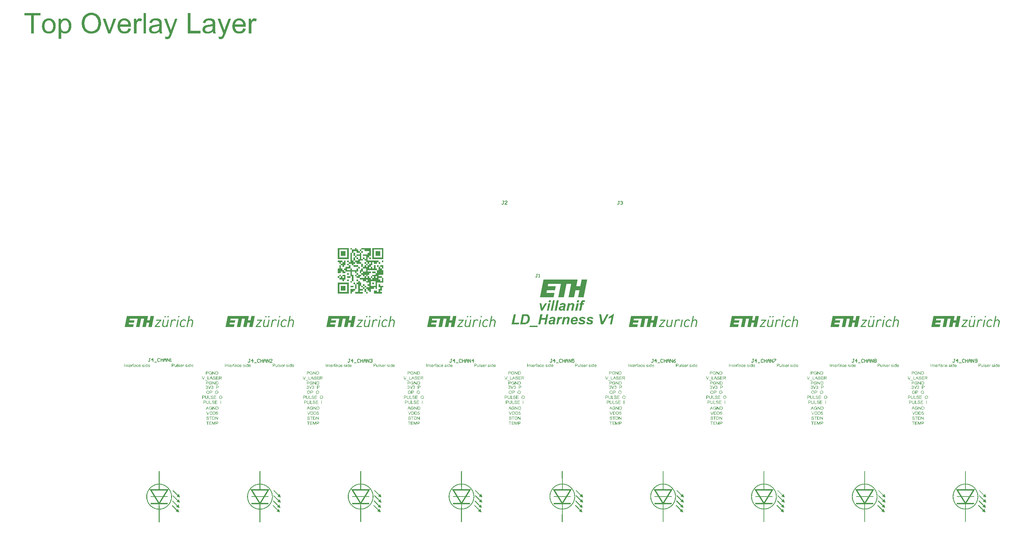
<source format=gto>
G04*
G04 #@! TF.GenerationSoftware,Altium Limited,Altium Designer,25.0.2 (28)*
G04*
G04 Layer_Color=65535*
%FSLAX44Y44*%
%MOMM*%
G71*
G04*
G04 #@! TF.SameCoordinates,F5B53509-386E-4AF8-9846-D30C52800222*
G04*
G04*
G04 #@! TF.FilePolarity,Positive*
G04*
G01*
G75*
%ADD10C,0.1500*%
G36*
X872242Y843298D02*
X876226D01*
Y840311D01*
Y839812D01*
Y839314D01*
X872242D01*
Y843298D01*
X868258D01*
Y847282D01*
X872242D01*
Y843298D01*
D02*
G37*
G36*
X928016Y823379D02*
X900129D01*
Y851266D01*
X928016D01*
Y823379D01*
D02*
G37*
G36*
X896145Y831347D02*
X892161D01*
Y827363D01*
X896145D01*
Y823379D01*
X892161D01*
Y827363D01*
X888177D01*
Y819395D01*
X916065D01*
Y815411D01*
X920048D01*
Y811427D01*
X916065D01*
Y815411D01*
X912081D01*
Y811427D01*
X904113D01*
Y815411D01*
X900129D01*
Y807443D01*
X896145D01*
Y803460D01*
X900129D01*
Y799476D01*
X904113D01*
Y807443D01*
X908097D01*
Y799476D01*
X912081D01*
Y795492D01*
X916065D01*
Y803460D01*
X912081D01*
Y807443D01*
X916065D01*
Y806946D01*
Y806448D01*
Y803460D01*
X920048D01*
Y799476D01*
X924032D01*
Y795492D01*
X928016D01*
Y783540D01*
X916065D01*
Y779556D01*
X924032D01*
Y775573D01*
D01*
D01*
X928016D01*
Y763621D01*
X912081D01*
Y747685D01*
X908097D01*
Y751669D01*
X904113D01*
Y747685D01*
X896145D01*
Y739718D01*
X892161D01*
Y743702D01*
X888177D01*
Y747685D01*
X884194D01*
Y751669D01*
X880210D01*
Y755653D01*
X876226D01*
Y759637D01*
X880210D01*
Y757645D01*
Y757147D01*
Y755653D01*
X884194D01*
Y751669D01*
X892161D01*
Y755653D01*
X888177D01*
Y759637D01*
X892161D01*
Y763621D01*
X884194D01*
Y767605D01*
D01*
D01*
X876226D01*
Y771589D01*
X868258D01*
Y775573D01*
X860290D01*
Y779556D01*
X856306D01*
Y780054D01*
Y780552D01*
Y783540D01*
X860290D01*
Y779556D01*
X864274D01*
Y783540D01*
X860290D01*
Y784536D01*
Y785034D01*
Y787524D01*
X856306D01*
Y791508D01*
X848339D01*
Y783540D01*
X852323D01*
Y767605D01*
X848339D01*
Y779556D01*
X844355D01*
Y791508D01*
X832403D01*
Y795492D01*
X828419D01*
Y799476D01*
X832403D01*
Y803460D01*
X840371D01*
Y807443D01*
X836387D01*
Y808439D01*
Y808938D01*
Y811427D01*
X840371D01*
Y807443D01*
X844355D01*
Y799476D01*
X848339D01*
Y795492D01*
X860290D01*
Y799476D01*
X864274D01*
Y791508D01*
X860290D01*
Y787524D01*
X864274D01*
Y783540D01*
X872242D01*
Y779556D01*
X868258D01*
Y775573D01*
X880210D01*
Y779556D01*
X876226D01*
Y783540D01*
X872242D01*
Y787524D01*
X868258D01*
Y795492D01*
X872242D01*
Y799476D01*
X876226D01*
Y791508D01*
X884194D01*
Y799476D01*
X876226D01*
Y803460D01*
X872242D01*
Y811427D01*
X860290D01*
Y815411D01*
X856306D01*
Y819395D01*
X852323D01*
Y823877D01*
Y824375D01*
Y827363D01*
X856306D01*
Y819395D01*
X864274D01*
Y823379D01*
X860290D01*
Y827363D01*
X856306D01*
Y831347D01*
X852323D01*
Y834833D01*
Y835331D01*
Y839314D01*
X848339D01*
Y847282D01*
X844355D01*
Y851266D01*
X848339D01*
Y849772D01*
Y849274D01*
Y847282D01*
X856306D01*
Y851266D01*
X860290D01*
Y848278D01*
Y847780D01*
Y847282D01*
X864274D01*
Y843298D01*
X868258D01*
Y839314D01*
X872242D01*
Y823379D01*
X876226D01*
Y819395D01*
X868258D01*
Y815411D01*
X872242D01*
Y811427D01*
X876226D01*
Y803460D01*
X880210D01*
Y807443D01*
X884194D01*
Y803460D01*
X888177D01*
Y807443D01*
X884194D01*
Y811427D01*
X880210D01*
Y812921D01*
Y813419D01*
Y815411D01*
X884194D01*
Y811427D01*
X888177D01*
Y807443D01*
X892161D01*
Y811427D01*
X888177D01*
Y815411D01*
X884194D01*
Y819395D01*
X880210D01*
Y823379D01*
X876226D01*
Y827363D01*
X880210D01*
Y826367D01*
Y825869D01*
Y823379D01*
X884194D01*
Y831347D01*
X876226D01*
Y835331D01*
X888177D01*
Y839314D01*
X892161D01*
Y843298D01*
X880210D01*
Y847282D01*
X872242D01*
Y851266D01*
X896145D01*
Y831347D01*
D02*
G37*
G36*
X840371Y823379D02*
X812484D01*
Y842302D01*
Y842800D01*
Y851266D01*
X840371D01*
Y823379D01*
D02*
G37*
G36*
X928016Y815411D02*
X924032D01*
Y815909D01*
Y816407D01*
Y819395D01*
X928016D01*
Y815411D01*
D02*
G37*
G36*
X848339Y819395D02*
X852323D01*
Y815411D01*
X856306D01*
Y811427D01*
X852323D01*
Y807443D01*
X864274D01*
Y805950D01*
Y805452D01*
Y803460D01*
X868258D01*
Y799476D01*
X864274D01*
Y803460D01*
X852323D01*
Y807443D01*
X848339D01*
Y811427D01*
X840371D01*
Y815411D01*
X836387D01*
Y819395D01*
X840371D01*
Y815411D01*
X844355D01*
Y819893D01*
Y820391D01*
Y839314D01*
X848339D01*
Y819395D01*
D02*
G37*
G36*
X832403Y807443D02*
X828419D01*
Y803460D01*
X824436D01*
Y807443D01*
X820452D01*
Y811427D01*
X816468D01*
Y815411D01*
X812484D01*
Y819395D01*
X824436D01*
Y815411D01*
X828419D01*
Y819395D01*
X832403D01*
Y807443D01*
D02*
G37*
G36*
X928016Y802962D02*
Y802464D01*
Y799476D01*
X924032D01*
Y803460D01*
X920048D01*
Y807443D01*
X928016D01*
Y802962D01*
D02*
G37*
G36*
X820452Y799476D02*
X824436D01*
Y795492D01*
X828419D01*
Y791508D01*
X832403D01*
Y787524D01*
X824436D01*
Y791508D01*
X820452D01*
Y788022D01*
Y787524D01*
X812484D01*
Y799476D01*
X816468D01*
Y807443D01*
X820452D01*
Y799476D01*
D02*
G37*
G36*
X840371Y783540D02*
X836387D01*
Y787524D01*
X840371D01*
Y783540D01*
D02*
G37*
G36*
X844355Y775573D02*
X836387D01*
Y779556D01*
X844355D01*
Y775573D01*
D02*
G37*
G36*
X832403Y771589D02*
X828419D01*
Y767605D01*
X824436D01*
Y771589D01*
X816468D01*
Y775573D01*
X812484D01*
Y779556D01*
X816468D01*
Y775573D01*
X820452D01*
Y779556D01*
X816468D01*
Y783540D01*
X820452D01*
Y779556D01*
X824436D01*
Y775573D01*
X828419D01*
Y779556D01*
X824436D01*
Y783540D01*
X832403D01*
Y771589D01*
D02*
G37*
G36*
X840371Y767605D02*
X836387D01*
Y771589D01*
X840371D01*
Y767605D01*
D02*
G37*
G36*
X848339Y763621D02*
X844355D01*
Y767605D01*
X848339D01*
Y763621D01*
D02*
G37*
G36*
X1443366Y771490D02*
X1443443D01*
Y771029D01*
X1443366D01*
Y770721D01*
X1443289D01*
Y770336D01*
X1443212D01*
Y769951D01*
X1443135D01*
Y769643D01*
X1443058D01*
Y769104D01*
X1442981D01*
Y768873D01*
X1442904D01*
Y768411D01*
X1442827D01*
Y768026D01*
X1442750D01*
Y767718D01*
X1442673D01*
Y767256D01*
X1442596D01*
Y766948D01*
X1442519D01*
Y766486D01*
X1442442D01*
Y766178D01*
X1442365D01*
Y765793D01*
X1442288D01*
Y765331D01*
X1442211D01*
Y765023D01*
X1442134D01*
Y764561D01*
X1442057D01*
Y764253D01*
X1441980D01*
Y763791D01*
X1441903D01*
Y763406D01*
X1441826D01*
Y763099D01*
X1441749D01*
Y762636D01*
X1441672D01*
Y762329D01*
X1441595D01*
Y761867D01*
X1441518D01*
Y761559D01*
X1441441D01*
Y761174D01*
X1441364D01*
Y760712D01*
X1441287D01*
Y760481D01*
X1441210D01*
Y759942D01*
X1441133D01*
Y759634D01*
X1441056D01*
Y759172D01*
X1440979D01*
Y758864D01*
X1440902D01*
Y758556D01*
X1440825D01*
Y758017D01*
X1440748D01*
Y757786D01*
X1440671D01*
Y757247D01*
X1440594D01*
Y756939D01*
X1440517D01*
Y756554D01*
X1440441D01*
Y756170D01*
X1440363D01*
Y755862D01*
X1440286D01*
Y755323D01*
X1440209D01*
Y755092D01*
X1440132D01*
Y754553D01*
X1440055D01*
Y754245D01*
X1439978D01*
Y753937D01*
X1439901D01*
Y753398D01*
X1439825D01*
Y753167D01*
X1439747D01*
Y752628D01*
X1439671D01*
Y752320D01*
X1439593D01*
Y751935D01*
X1439516D01*
Y751550D01*
X1439440D01*
Y751242D01*
X1439362D01*
Y750703D01*
X1439285D01*
Y750472D01*
X1439208D01*
Y750010D01*
X1439131D01*
Y749625D01*
X1439054D01*
Y749317D01*
X1438978D01*
Y748855D01*
X1438900D01*
Y748547D01*
X1438824D01*
Y748085D01*
X1438746D01*
Y747777D01*
X1438669D01*
Y747393D01*
X1438593D01*
Y746930D01*
X1438516D01*
Y746622D01*
X1438439D01*
Y746161D01*
X1438361D01*
Y745853D01*
X1438284D01*
Y745391D01*
X1438208D01*
Y745083D01*
X1438131D01*
Y744698D01*
X1438054D01*
Y744236D01*
X1437977D01*
Y743928D01*
X1437899D01*
Y743466D01*
X1437823D01*
Y743158D01*
X1437746D01*
Y742773D01*
X1437669D01*
Y742311D01*
X1437592D01*
Y742080D01*
X1437515D01*
Y741541D01*
X1437438D01*
Y741233D01*
X1437361D01*
Y740771D01*
X1437284D01*
Y740463D01*
X1437207D01*
Y740155D01*
X1437130D01*
Y739616D01*
X1437053D01*
Y739385D01*
X1436976D01*
Y738846D01*
X1436899D01*
Y738539D01*
X1436822D01*
Y738154D01*
X1436745D01*
Y737768D01*
X1436668D01*
Y737461D01*
X1436591D01*
Y736922D01*
X1436514D01*
Y736691D01*
X1436437D01*
Y736229D01*
X1436360D01*
Y735844D01*
X1436283D01*
Y735536D01*
X1436206D01*
Y734997D01*
X1436129D01*
Y734766D01*
X1436052D01*
Y734227D01*
X1435975D01*
Y733996D01*
X1435898D01*
Y733534D01*
X1435821D01*
Y733149D01*
X1435744D01*
Y732841D01*
X1435667D01*
Y732302D01*
X1435590D01*
Y732071D01*
X1435513D01*
Y731609D01*
X1435436D01*
Y731224D01*
X1435359D01*
Y730917D01*
X1435282D01*
Y730454D01*
X1435205D01*
Y730146D01*
X1435128D01*
Y729685D01*
X1435051D01*
Y729377D01*
X1434974D01*
Y728992D01*
X1434897D01*
Y728530D01*
X1434820D01*
Y728299D01*
X1434743D01*
Y727760D01*
X1434666D01*
Y727452D01*
X1434589D01*
Y726990D01*
X1434512D01*
Y726605D01*
X1434435D01*
Y726528D01*
X1434358D01*
Y726451D01*
X1420423D01*
Y726528D01*
X1420346D01*
Y726682D01*
X1420423D01*
Y726990D01*
X1420500D01*
Y727452D01*
X1420577D01*
Y727760D01*
X1420654D01*
Y728145D01*
X1420731D01*
Y728607D01*
X1420808D01*
Y728838D01*
X1420885D01*
Y729377D01*
X1420962D01*
Y729685D01*
X1421039D01*
Y730146D01*
X1421116D01*
Y730532D01*
X1421192D01*
Y730839D01*
X1421270D01*
Y731301D01*
X1421347D01*
Y731609D01*
X1421424D01*
Y732071D01*
X1421501D01*
Y732379D01*
X1421577D01*
Y732764D01*
X1421654D01*
Y733226D01*
X1421732D01*
Y733534D01*
X1421809D01*
Y734073D01*
X1421885D01*
Y734304D01*
X1421962D01*
Y734766D01*
X1422039D01*
Y735151D01*
X1422117D01*
Y735459D01*
X1422193D01*
Y735998D01*
X1422271D01*
Y736229D01*
X1422347D01*
Y736768D01*
X1422424D01*
Y737076D01*
X1422501D01*
Y737383D01*
X1422579D01*
Y737923D01*
X1422655D01*
Y738154D01*
X1422732D01*
Y738692D01*
X1422809D01*
Y738923D01*
X1422886D01*
Y739385D01*
X1422964D01*
Y739770D01*
X1423040D01*
Y740078D01*
X1423117D01*
Y740617D01*
X1423194D01*
Y740848D01*
X1423271D01*
Y741387D01*
X1423348D01*
Y741695D01*
X1423425D01*
Y742003D01*
X1423502D01*
Y742542D01*
X1423579D01*
Y742773D01*
X1423656D01*
Y743312D01*
X1423733D01*
Y743620D01*
X1423810D01*
Y743928D01*
X1413725D01*
Y743774D01*
X1413647D01*
Y743466D01*
X1413571D01*
Y743158D01*
X1413493D01*
Y742619D01*
X1413416D01*
Y742388D01*
X1413340D01*
Y741926D01*
X1413263D01*
Y741541D01*
X1413186D01*
Y741233D01*
X1413109D01*
Y740694D01*
X1413032D01*
Y740463D01*
X1412955D01*
Y739924D01*
X1412878D01*
Y739616D01*
X1412801D01*
Y739231D01*
X1412724D01*
Y738846D01*
X1412647D01*
Y738539D01*
X1412570D01*
Y738000D01*
X1412493D01*
Y737768D01*
X1412416D01*
Y737230D01*
X1412339D01*
Y736922D01*
X1412262D01*
Y736614D01*
X1412185D01*
Y736075D01*
X1412108D01*
Y735844D01*
X1412031D01*
Y735305D01*
X1411954D01*
Y734997D01*
X1411877D01*
Y734612D01*
X1411800D01*
Y734150D01*
X1411723D01*
Y733919D01*
X1411646D01*
Y733380D01*
X1411569D01*
Y733072D01*
X1411492D01*
Y732610D01*
X1411415D01*
Y732302D01*
X1411338D01*
Y731917D01*
X1411261D01*
Y731456D01*
X1411184D01*
Y731147D01*
X1411107D01*
Y730686D01*
X1411030D01*
Y730377D01*
X1410953D01*
Y729993D01*
X1410876D01*
Y729531D01*
X1410799D01*
Y729223D01*
X1410722D01*
Y728684D01*
X1410645D01*
Y728453D01*
X1410568D01*
Y727991D01*
X1410491D01*
Y727606D01*
X1410414D01*
Y727298D01*
X1410337D01*
Y726836D01*
X1410260D01*
Y726528D01*
X1410106D01*
Y726451D01*
X1396248D01*
Y726528D01*
X1396171D01*
Y726836D01*
X1396248D01*
Y727144D01*
X1396325D01*
Y727683D01*
X1396402D01*
Y727914D01*
X1396479D01*
Y728453D01*
X1396556D01*
Y728761D01*
X1396633D01*
Y729069D01*
X1396709D01*
Y729531D01*
X1396786D01*
Y729839D01*
X1396864D01*
Y730377D01*
X1396941D01*
Y730609D01*
X1397018D01*
Y731070D01*
X1397095D01*
Y731456D01*
X1397171D01*
Y731763D01*
X1397248D01*
Y732302D01*
X1397326D01*
Y732533D01*
X1397403D01*
Y732995D01*
X1397480D01*
Y733380D01*
X1397556D01*
Y733688D01*
X1397634D01*
Y734150D01*
X1397711D01*
Y734458D01*
X1397788D01*
Y734920D01*
X1397865D01*
Y735228D01*
X1397941D01*
Y735690D01*
X1398018D01*
Y736075D01*
X1398096D01*
Y736306D01*
X1398172D01*
Y736845D01*
X1398250D01*
Y737153D01*
X1398326D01*
Y737615D01*
X1398403D01*
Y737923D01*
X1398480D01*
Y738308D01*
X1398557D01*
Y738770D01*
X1398634D01*
Y739000D01*
X1398711D01*
Y739539D01*
X1398788D01*
Y739847D01*
X1398865D01*
Y740232D01*
X1398942D01*
Y740694D01*
X1399019D01*
Y740925D01*
X1399096D01*
Y741464D01*
X1399173D01*
Y741695D01*
X1399250D01*
Y742234D01*
X1399327D01*
Y742542D01*
X1399404D01*
Y742850D01*
X1399481D01*
Y743389D01*
X1399558D01*
Y743620D01*
X1399635D01*
Y744159D01*
X1399712D01*
Y744467D01*
X1399789D01*
Y744852D01*
X1399866D01*
Y745237D01*
X1399943D01*
Y745545D01*
X1400020D01*
Y746084D01*
X1400097D01*
Y746314D01*
X1400174D01*
Y746853D01*
X1400251D01*
Y747161D01*
X1400328D01*
Y747469D01*
X1400405D01*
Y747931D01*
X1400482D01*
Y748239D01*
X1400559D01*
Y748778D01*
X1400636D01*
Y749009D01*
X1400713D01*
Y749471D01*
X1400790D01*
Y749856D01*
X1400867D01*
Y750164D01*
X1400944D01*
Y750703D01*
X1401021D01*
Y750934D01*
X1401098D01*
Y751396D01*
X1401175D01*
Y751781D01*
X1401252D01*
Y752089D01*
X1401329D01*
Y752551D01*
X1401406D01*
Y752859D01*
X1401483D01*
Y753321D01*
X1401560D01*
Y753629D01*
X1401637D01*
Y754014D01*
X1401714D01*
Y754475D01*
X1401791D01*
Y754706D01*
X1401868D01*
Y755245D01*
X1401945D01*
Y755553D01*
X1402022D01*
Y756015D01*
X1402099D01*
Y756323D01*
X1402176D01*
Y756708D01*
X1402253D01*
Y757170D01*
X1402330D01*
Y757401D01*
X1402407D01*
Y757940D01*
X1402484D01*
Y758248D01*
X1402561D01*
Y758633D01*
X1402638D01*
Y759095D01*
X1402715D01*
Y759326D01*
X1402792D01*
Y759865D01*
X1402869D01*
Y760096D01*
X1402946D01*
Y760173D01*
X1402869D01*
Y760250D01*
X1391089D01*
Y760019D01*
X1391012D01*
Y759711D01*
X1390935D01*
Y759172D01*
X1390858D01*
Y758941D01*
X1390781D01*
Y758402D01*
X1390704D01*
Y758094D01*
X1390627D01*
Y757709D01*
X1390550D01*
Y757324D01*
X1390473D01*
Y757016D01*
X1390396D01*
Y756477D01*
X1390319D01*
Y756246D01*
X1390242D01*
Y755785D01*
X1390166D01*
Y755399D01*
X1390088D01*
Y755092D01*
X1390012D01*
Y754553D01*
X1389934D01*
Y754322D01*
X1389857D01*
Y753783D01*
X1389781D01*
Y753552D01*
X1389704D01*
Y753090D01*
X1389627D01*
Y752705D01*
X1389550D01*
Y752397D01*
X1389472D01*
Y751858D01*
X1389395D01*
Y751627D01*
X1389319D01*
Y751165D01*
X1389241D01*
Y750780D01*
X1389165D01*
Y750472D01*
X1389087D01*
Y750010D01*
X1389010D01*
Y749702D01*
X1388934D01*
Y749240D01*
X1388857D01*
Y748932D01*
X1388780D01*
Y748470D01*
X1388703D01*
Y748085D01*
X1388625D01*
Y747855D01*
X1388549D01*
Y747315D01*
X1388472D01*
Y747008D01*
X1388395D01*
Y746546D01*
X1388318D01*
Y746237D01*
X1388241D01*
Y745853D01*
X1388164D01*
Y745391D01*
X1388087D01*
Y745160D01*
X1388010D01*
Y744621D01*
X1387933D01*
Y744313D01*
X1387856D01*
Y743928D01*
X1387779D01*
Y743466D01*
X1387702D01*
Y743235D01*
X1387625D01*
Y742696D01*
X1387548D01*
Y742388D01*
X1387471D01*
Y741926D01*
X1387394D01*
Y741618D01*
X1387317D01*
Y741310D01*
X1387240D01*
Y740771D01*
X1387163D01*
Y740540D01*
X1387086D01*
Y740002D01*
X1387009D01*
Y739693D01*
X1386932D01*
Y739308D01*
X1386855D01*
Y738923D01*
X1386778D01*
Y738615D01*
X1386701D01*
Y738077D01*
X1386624D01*
Y737846D01*
X1386547D01*
Y737307D01*
X1386470D01*
Y736999D01*
X1386393D01*
Y736691D01*
X1386316D01*
Y736229D01*
X1386239D01*
Y735921D01*
X1386162D01*
Y735382D01*
X1386085D01*
Y735151D01*
X1386008D01*
Y734689D01*
X1385931D01*
Y734304D01*
X1385854D01*
Y733996D01*
X1385777D01*
Y733457D01*
X1385700D01*
Y733226D01*
X1385623D01*
Y732764D01*
X1385546D01*
Y732379D01*
X1385469D01*
Y732071D01*
X1385392D01*
Y731609D01*
X1385315D01*
Y731301D01*
X1385238D01*
Y730839D01*
X1385161D01*
Y730532D01*
X1385084D01*
Y730070D01*
X1385007D01*
Y729685D01*
X1384930D01*
Y729377D01*
X1384853D01*
Y728915D01*
X1384776D01*
Y728607D01*
X1384699D01*
Y728145D01*
X1384622D01*
Y727837D01*
X1384545D01*
Y727452D01*
X1384468D01*
Y726990D01*
X1384391D01*
Y726682D01*
X1384314D01*
Y726528D01*
X1384237D01*
Y726451D01*
X1370302D01*
Y726528D01*
X1370225D01*
Y726682D01*
X1370302D01*
Y727067D01*
X1370379D01*
Y727298D01*
X1370456D01*
Y727837D01*
X1370533D01*
Y728145D01*
X1370610D01*
Y728607D01*
X1370687D01*
Y728915D01*
X1370764D01*
Y729223D01*
X1370841D01*
Y729762D01*
X1370918D01*
Y729993D01*
X1370995D01*
Y730532D01*
X1371072D01*
Y730839D01*
X1371149D01*
Y731224D01*
X1371226D01*
Y731609D01*
X1371303D01*
Y731917D01*
X1371380D01*
Y732456D01*
X1371457D01*
Y732687D01*
X1371534D01*
Y733226D01*
X1371611D01*
Y733534D01*
X1371688D01*
Y733842D01*
X1371765D01*
Y734381D01*
X1371842D01*
Y734612D01*
X1371919D01*
Y735151D01*
X1371996D01*
Y735382D01*
X1372073D01*
Y735844D01*
X1372150D01*
Y736229D01*
X1372227D01*
Y736537D01*
X1372303D01*
Y737076D01*
X1372381D01*
Y737307D01*
X1372458D01*
Y737768D01*
X1372534D01*
Y738154D01*
X1372612D01*
Y738462D01*
X1372688D01*
Y738923D01*
X1372766D01*
Y739231D01*
X1372842D01*
Y739770D01*
X1372920D01*
Y740002D01*
X1372996D01*
Y740386D01*
X1373073D01*
Y740848D01*
X1373150D01*
Y741156D01*
X1373227D01*
Y741618D01*
X1373305D01*
Y741926D01*
X1373382D01*
Y742388D01*
X1373459D01*
Y742696D01*
X1373535D01*
Y743081D01*
X1373612D01*
Y743543D01*
X1373690D01*
Y743851D01*
X1373766D01*
Y744313D01*
X1373844D01*
Y744621D01*
X1373920D01*
Y745006D01*
X1373997D01*
Y745468D01*
X1374075D01*
Y745699D01*
X1374151D01*
Y746237D01*
X1374228D01*
Y746546D01*
X1374306D01*
Y747008D01*
X1374382D01*
Y747315D01*
X1374459D01*
Y747624D01*
X1374536D01*
Y748162D01*
X1374613D01*
Y748393D01*
X1374690D01*
Y748932D01*
X1374767D01*
Y749240D01*
X1374844D01*
Y749625D01*
X1374921D01*
Y750010D01*
X1374998D01*
Y750318D01*
X1375075D01*
Y750857D01*
X1375152D01*
Y751088D01*
X1375229D01*
Y751627D01*
X1375306D01*
Y751935D01*
X1375383D01*
Y752243D01*
X1375460D01*
Y752705D01*
X1375537D01*
Y753013D01*
X1375614D01*
Y753552D01*
X1375691D01*
Y753783D01*
X1375768D01*
Y754245D01*
X1375845D01*
Y754630D01*
X1375922D01*
Y754938D01*
X1375999D01*
Y755477D01*
X1376076D01*
Y755707D01*
X1376153D01*
Y756170D01*
X1376230D01*
Y756554D01*
X1376307D01*
Y756862D01*
X1376384D01*
Y757324D01*
X1376461D01*
Y757632D01*
X1376538D01*
Y758171D01*
X1376615D01*
Y758402D01*
X1376692D01*
Y758787D01*
X1376769D01*
Y759249D01*
X1376846D01*
Y759557D01*
X1376923D01*
Y760019D01*
X1377000D01*
Y760250D01*
X1344895D01*
Y760173D01*
X1344818D01*
Y759865D01*
X1344741D01*
Y759403D01*
X1344664D01*
Y759095D01*
X1344587D01*
Y758556D01*
X1344510D01*
Y758248D01*
X1344433D01*
Y757863D01*
X1344356D01*
Y757478D01*
X1344279D01*
Y757170D01*
X1344202D01*
Y756631D01*
X1344125D01*
Y756400D01*
X1344048D01*
Y755862D01*
X1343971D01*
Y755553D01*
X1343894D01*
Y755168D01*
X1343817D01*
Y754706D01*
X1343740D01*
Y754475D01*
X1343663D01*
Y754090D01*
X1363835D01*
Y754014D01*
X1363912D01*
Y753783D01*
X1363835D01*
Y753398D01*
X1363758D01*
Y753013D01*
X1363681D01*
Y752705D01*
X1363604D01*
Y752243D01*
X1363527D01*
Y751935D01*
X1363450D01*
Y751473D01*
X1363373D01*
Y751165D01*
X1363296D01*
Y750780D01*
X1363219D01*
Y750318D01*
X1363142D01*
Y750087D01*
X1363065D01*
Y749548D01*
X1362988D01*
Y749240D01*
X1362911D01*
Y748855D01*
X1362834D01*
Y748470D01*
X1362757D01*
Y748162D01*
X1362680D01*
Y747624D01*
X1362603D01*
Y747393D01*
X1362526D01*
Y746853D01*
X1362449D01*
Y746546D01*
X1362372D01*
Y746237D01*
X1362295D01*
Y745699D01*
X1362218D01*
Y745468D01*
X1362141D01*
Y744929D01*
X1362064D01*
Y744698D01*
X1361987D01*
Y744236D01*
X1361910D01*
Y744005D01*
X1361833D01*
Y743928D01*
X1341661D01*
Y743851D01*
X1341584D01*
Y743620D01*
X1341508D01*
Y743312D01*
X1341430D01*
Y742773D01*
X1341353D01*
Y742542D01*
X1341277D01*
Y742003D01*
X1341199D01*
Y741695D01*
X1341122D01*
Y741310D01*
X1341045D01*
Y740848D01*
X1340968D01*
Y740617D01*
X1340891D01*
Y740078D01*
X1340815D01*
Y739770D01*
X1340737D01*
Y739308D01*
X1340660D01*
Y738923D01*
X1340583D01*
Y738615D01*
X1340506D01*
Y738077D01*
X1340430D01*
Y737923D01*
X1340353D01*
Y737846D01*
X1340430D01*
Y737768D01*
X1360601D01*
Y737691D01*
X1360678D01*
Y737538D01*
X1360601D01*
Y737230D01*
X1360524D01*
Y736922D01*
X1360447D01*
Y736383D01*
X1360370D01*
Y736152D01*
X1360293D01*
Y735613D01*
X1360216D01*
Y735305D01*
X1360139D01*
Y734920D01*
X1360062D01*
Y734535D01*
X1359985D01*
Y734227D01*
X1359908D01*
Y733688D01*
X1359831D01*
Y733457D01*
X1359754D01*
Y732918D01*
X1359677D01*
Y732610D01*
X1359600D01*
Y732302D01*
X1359523D01*
Y731763D01*
X1359446D01*
Y731532D01*
X1359369D01*
Y730994D01*
X1359292D01*
Y730686D01*
X1359215D01*
Y730301D01*
X1359138D01*
Y729916D01*
X1359061D01*
Y729607D01*
X1358984D01*
Y729069D01*
X1358907D01*
Y728838D01*
X1358830D01*
Y728299D01*
X1358753D01*
Y727991D01*
X1358676D01*
Y727683D01*
X1358599D01*
Y727144D01*
X1358522D01*
Y726913D01*
X1358445D01*
Y726528D01*
X1358368D01*
Y726451D01*
X1324108D01*
Y726990D01*
X1324185D01*
Y727221D01*
X1324261D01*
Y727760D01*
X1324338D01*
Y727991D01*
X1324416D01*
Y728530D01*
X1324492D01*
Y728838D01*
X1324570D01*
Y729146D01*
X1324646D01*
Y729685D01*
X1324723D01*
Y729916D01*
X1324801D01*
Y730454D01*
X1324877D01*
Y730762D01*
X1324954D01*
Y731147D01*
X1325031D01*
Y731532D01*
X1325108D01*
Y731840D01*
X1325185D01*
Y732379D01*
X1325262D01*
Y732610D01*
X1325340D01*
Y733072D01*
X1325416D01*
Y733457D01*
X1325493D01*
Y733765D01*
X1325570D01*
Y734227D01*
X1325647D01*
Y734535D01*
X1325724D01*
Y735074D01*
X1325801D01*
Y735305D01*
X1325878D01*
Y735690D01*
X1325955D01*
Y736152D01*
X1326032D01*
Y736460D01*
X1326109D01*
Y736999D01*
X1326186D01*
Y737230D01*
X1326263D01*
Y737691D01*
X1326340D01*
Y738077D01*
X1326417D01*
Y738384D01*
X1326494D01*
Y738846D01*
X1326571D01*
Y739155D01*
X1326648D01*
Y739616D01*
X1326725D01*
Y739924D01*
X1326802D01*
Y740309D01*
X1326879D01*
Y740771D01*
X1326956D01*
Y741079D01*
X1327033D01*
Y741541D01*
X1327110D01*
Y741849D01*
X1327187D01*
Y742311D01*
X1327264D01*
Y742619D01*
X1327341D01*
Y742927D01*
X1327418D01*
Y743466D01*
X1327495D01*
Y743697D01*
X1327572D01*
Y744236D01*
X1327649D01*
Y744544D01*
X1327726D01*
Y744929D01*
X1327803D01*
Y745391D01*
X1327880D01*
Y745622D01*
X1327957D01*
Y746161D01*
X1328034D01*
Y746469D01*
X1328111D01*
Y746930D01*
X1328188D01*
Y747239D01*
X1328265D01*
Y747546D01*
X1328342D01*
Y748085D01*
X1328419D01*
Y748316D01*
X1328496D01*
Y748855D01*
X1328573D01*
Y749163D01*
X1328650D01*
Y749548D01*
X1328727D01*
Y749933D01*
X1328804D01*
Y750241D01*
X1328881D01*
Y750780D01*
X1328958D01*
Y751011D01*
X1329035D01*
Y751473D01*
X1329112D01*
Y751858D01*
X1329189D01*
Y752166D01*
X1329266D01*
Y752705D01*
X1329343D01*
Y752936D01*
X1329420D01*
Y753475D01*
X1329497D01*
Y753783D01*
X1329574D01*
Y754090D01*
X1329651D01*
Y754553D01*
X1329728D01*
Y754860D01*
X1329805D01*
Y755399D01*
X1329882D01*
Y755630D01*
X1329959D01*
Y756092D01*
X1330036D01*
Y756477D01*
X1330113D01*
Y756785D01*
X1330190D01*
Y757247D01*
X1330267D01*
Y757555D01*
X1330344D01*
Y758017D01*
X1330421D01*
Y758325D01*
X1330498D01*
Y758710D01*
X1330575D01*
Y759172D01*
X1330652D01*
Y759480D01*
X1330729D01*
Y759942D01*
X1330806D01*
Y760250D01*
X1330883D01*
Y760712D01*
X1330960D01*
Y761020D01*
X1331037D01*
Y761328D01*
X1331113D01*
Y761867D01*
X1331191D01*
Y762175D01*
X1331268D01*
Y762636D01*
X1331345D01*
Y762944D01*
X1331422D01*
Y763329D01*
X1331499D01*
Y763791D01*
X1331575D01*
Y764022D01*
X1331653D01*
Y764561D01*
X1331730D01*
Y764869D01*
X1331807D01*
Y765331D01*
X1331884D01*
Y765639D01*
X1331960D01*
Y765947D01*
X1332037D01*
Y766486D01*
X1332115D01*
Y766717D01*
X1332192D01*
Y767256D01*
X1332269D01*
Y767564D01*
X1332345D01*
Y767949D01*
X1332422D01*
Y768411D01*
X1332499D01*
Y768642D01*
X1332576D01*
Y769181D01*
X1332653D01*
Y769412D01*
X1332731D01*
Y769874D01*
X1332807D01*
Y770259D01*
X1332884D01*
Y770567D01*
X1332962D01*
Y771106D01*
X1333038D01*
Y771337D01*
X1333115D01*
Y771490D01*
X1333192D01*
Y771568D01*
X1419191D01*
Y771490D01*
X1419268D01*
Y771337D01*
X1419191D01*
Y770952D01*
X1419114D01*
Y770644D01*
X1419037D01*
Y770105D01*
X1418960D01*
Y769874D01*
X1418883D01*
Y769412D01*
X1418806D01*
Y769027D01*
X1418729D01*
Y768719D01*
X1418652D01*
Y768257D01*
X1418575D01*
Y768026D01*
X1418498D01*
Y767487D01*
X1418421D01*
Y767179D01*
X1418344D01*
Y766794D01*
X1418267D01*
Y766409D01*
X1418190D01*
Y766101D01*
X1418113D01*
Y765639D01*
X1418036D01*
Y765331D01*
X1417959D01*
Y764869D01*
X1417882D01*
Y764561D01*
X1417805D01*
Y764176D01*
X1417728D01*
Y763715D01*
X1417651D01*
Y763484D01*
X1417574D01*
Y762944D01*
X1417497D01*
Y762636D01*
X1417420D01*
Y762252D01*
X1417343D01*
Y761867D01*
X1417266D01*
Y761559D01*
X1417189D01*
Y761097D01*
X1417112D01*
Y760789D01*
X1417035D01*
Y760327D01*
X1416958D01*
Y760019D01*
X1416881D01*
Y759711D01*
X1416804D01*
Y759172D01*
X1416727D01*
Y758941D01*
X1416650D01*
Y758402D01*
X1416573D01*
Y758171D01*
X1416496D01*
Y757709D01*
X1416419D01*
Y757324D01*
X1416342D01*
Y757016D01*
X1416265D01*
Y756554D01*
X1416188D01*
Y756246D01*
X1416111D01*
Y755785D01*
X1416034D01*
Y755477D01*
X1415957D01*
Y755168D01*
X1415880D01*
Y754630D01*
X1415803D01*
Y754398D01*
X1415726D01*
Y754168D01*
X1415803D01*
Y754090D01*
X1425812D01*
Y754168D01*
X1425889D01*
Y754553D01*
X1425966D01*
Y754783D01*
X1426043D01*
Y755323D01*
X1426120D01*
Y755630D01*
X1426197D01*
Y755938D01*
X1426274D01*
Y756400D01*
X1426351D01*
Y756631D01*
X1426428D01*
Y757170D01*
X1426505D01*
Y757478D01*
X1426582D01*
Y757863D01*
X1426659D01*
Y758248D01*
X1426736D01*
Y758556D01*
X1426813D01*
Y759095D01*
X1426890D01*
Y759326D01*
X1426967D01*
Y759788D01*
X1427044D01*
Y760096D01*
X1427121D01*
Y760481D01*
X1427198D01*
Y760943D01*
X1427275D01*
Y761174D01*
X1427352D01*
Y761713D01*
X1427429D01*
Y762021D01*
X1427506D01*
Y762406D01*
X1427583D01*
Y762791D01*
X1427660D01*
Y763099D01*
X1427737D01*
Y763561D01*
X1427814D01*
Y763868D01*
X1427891D01*
Y764330D01*
X1427968D01*
Y764638D01*
X1428045D01*
Y765023D01*
X1428122D01*
Y765485D01*
X1428199D01*
Y765716D01*
X1428276D01*
Y766255D01*
X1428353D01*
Y766486D01*
X1428430D01*
Y766948D01*
X1428507D01*
Y767333D01*
X1428584D01*
Y767641D01*
X1428661D01*
Y768103D01*
X1428738D01*
Y768411D01*
X1428815D01*
Y768873D01*
X1428892D01*
Y769181D01*
X1428969D01*
Y769566D01*
X1429046D01*
Y770028D01*
X1429123D01*
Y770259D01*
X1429200D01*
Y770798D01*
X1429276D01*
Y771029D01*
X1429353D01*
Y771490D01*
X1429431D01*
Y771568D01*
X1443366D01*
Y771490D01*
D02*
G37*
G36*
X852323Y751669D02*
X844355D01*
Y755653D01*
X852323D01*
Y751669D01*
D02*
G37*
G36*
X856306Y759637D02*
X860290D01*
Y747685D01*
X856306D01*
Y759637D01*
X852323D01*
Y760135D01*
Y763621D01*
X856306D01*
Y759637D01*
D02*
G37*
G36*
X920048Y755653D02*
X928016D01*
Y751669D01*
X924032D01*
Y743702D01*
X920048D01*
Y739718D01*
X924032D01*
Y735734D01*
X904113D01*
Y743702D01*
X912081D01*
Y739718D01*
X916065D01*
Y747685D01*
X920048D01*
Y748681D01*
Y749179D01*
Y751669D01*
X916065D01*
Y759637D01*
X920048D01*
Y755653D01*
D02*
G37*
G36*
X864274Y767605D02*
X868258D01*
Y763621D01*
X872242D01*
Y755653D01*
X876226D01*
Y751669D01*
X880210D01*
Y748184D01*
Y747685D01*
X884194D01*
Y739718D01*
X888177D01*
Y739220D01*
Y738722D01*
Y735734D01*
X884194D01*
Y739718D01*
X880210D01*
Y743204D01*
Y743702D01*
Y747685D01*
X876226D01*
Y751669D01*
X872242D01*
Y753661D01*
Y754159D01*
Y755653D01*
X868258D01*
Y747685D01*
X876226D01*
Y743702D01*
X868258D01*
Y739718D01*
X876226D01*
Y735734D01*
X856306D01*
Y739718D01*
X864274D01*
Y758143D01*
Y758641D01*
Y759637D01*
X860290D01*
Y763621D01*
X864274D01*
Y767605D01*
X860290D01*
Y771589D01*
X864274D01*
Y767605D01*
D02*
G37*
G36*
X856306Y743702D02*
X852323D01*
Y739718D01*
X848339D01*
Y735734D01*
X844355D01*
Y736232D01*
Y747685D01*
X856306D01*
Y743702D01*
D02*
G37*
G36*
X840371Y745196D02*
Y744698D01*
Y735734D01*
X812484D01*
Y763621D01*
X840371D01*
Y745196D01*
D02*
G37*
G36*
X2452163Y678921D02*
X2452211D01*
Y678683D01*
X2452163D01*
Y678492D01*
X2452115D01*
Y678205D01*
X2452068D01*
Y677967D01*
X2452020D01*
Y677776D01*
X2451972D01*
Y677489D01*
X2451924D01*
Y677298D01*
X2451877D01*
Y677012D01*
X2451829D01*
Y676773D01*
X2451781D01*
Y676582D01*
X2451734D01*
Y676296D01*
X2451686D01*
Y676105D01*
X2451638D01*
Y675771D01*
X2451590D01*
Y675628D01*
X2451543D01*
Y675485D01*
X2451495D01*
Y675437D01*
X2448822D01*
Y675485D01*
X2448775D01*
Y675771D01*
X2448822D01*
Y675962D01*
X2448870D01*
Y676248D01*
X2448918D01*
Y676439D01*
X2448965D01*
Y676678D01*
X2449013D01*
Y676964D01*
X2449061D01*
Y677107D01*
X2449109D01*
Y677442D01*
X2449156D01*
Y677633D01*
X2449204D01*
Y677871D01*
X2449252D01*
Y678110D01*
X2449299D01*
Y678301D01*
X2449347D01*
Y678635D01*
X2449395D01*
Y678778D01*
X2449443D01*
Y678921D01*
X2449491D01*
Y678969D01*
X2452163D01*
Y678921D01*
D02*
G37*
G36*
X2425006D02*
X2425053D01*
Y678683D01*
X2425006D01*
Y678492D01*
X2424958D01*
Y678205D01*
X2424910D01*
Y678014D01*
X2424862D01*
Y677776D01*
X2424815D01*
Y677489D01*
X2424767D01*
Y677298D01*
X2424719D01*
Y677012D01*
X2424671D01*
Y676821D01*
X2424624D01*
Y676535D01*
X2424576D01*
Y676296D01*
X2424528D01*
Y676105D01*
X2424480D01*
Y675771D01*
X2424433D01*
Y675628D01*
X2424385D01*
Y675485D01*
X2424337D01*
Y675437D01*
X2421664D01*
Y675485D01*
X2421617D01*
Y675771D01*
X2421664D01*
Y675962D01*
X2421712D01*
Y676201D01*
X2421760D01*
Y676487D01*
X2421808D01*
Y676630D01*
X2421855D01*
Y676964D01*
X2421903D01*
Y677155D01*
X2421951D01*
Y677442D01*
X2421999D01*
Y677633D01*
X2422047D01*
Y677823D01*
X2422094D01*
Y678158D01*
X2422142D01*
Y678301D01*
X2422190D01*
Y678635D01*
X2422237D01*
Y678826D01*
X2422285D01*
Y678921D01*
X2422333D01*
Y678969D01*
X2425006D01*
Y678921D01*
D02*
G37*
G36*
X2417560D02*
X2417608D01*
Y678683D01*
X2417560D01*
Y678492D01*
X2417512D01*
Y678205D01*
X2417464D01*
Y678014D01*
X2417417D01*
Y677776D01*
X2417369D01*
Y677489D01*
X2417321D01*
Y677346D01*
X2417274D01*
Y677012D01*
X2417226D01*
Y676821D01*
X2417178D01*
Y676535D01*
X2417130D01*
Y676296D01*
X2417083D01*
Y676105D01*
X2417035D01*
Y675819D01*
X2416987D01*
Y675628D01*
X2416940D01*
Y675485D01*
X2416892D01*
Y675437D01*
X2414219D01*
Y675485D01*
X2414171D01*
Y675771D01*
X2414219D01*
Y675962D01*
X2414267D01*
Y676201D01*
X2414314D01*
Y676487D01*
X2414362D01*
Y676630D01*
X2414410D01*
Y676964D01*
X2414458D01*
Y677155D01*
X2414505D01*
Y677442D01*
X2414553D01*
Y677633D01*
X2414601D01*
Y677823D01*
X2414648D01*
Y678158D01*
X2414696D01*
Y678301D01*
X2414744D01*
Y678635D01*
X2414792D01*
Y678826D01*
X2414839D01*
Y678921D01*
X2414887D01*
Y678969D01*
X2417560D01*
Y678921D01*
D02*
G37*
G36*
X2197163D02*
X2197211D01*
Y678683D01*
X2197163D01*
Y678492D01*
X2197115D01*
Y678205D01*
X2197068D01*
Y677967D01*
X2197020D01*
Y677776D01*
X2196972D01*
Y677489D01*
X2196924D01*
Y677298D01*
X2196877D01*
Y677012D01*
X2196829D01*
Y676773D01*
X2196781D01*
Y676582D01*
X2196734D01*
Y676296D01*
X2196686D01*
Y676105D01*
X2196638D01*
Y675771D01*
X2196590D01*
Y675628D01*
X2196543D01*
Y675485D01*
X2196495D01*
Y675437D01*
X2193822D01*
Y675485D01*
X2193775D01*
Y675771D01*
X2193822D01*
Y675962D01*
X2193870D01*
Y676248D01*
X2193918D01*
Y676439D01*
X2193965D01*
Y676678D01*
X2194013D01*
Y676964D01*
X2194061D01*
Y677107D01*
X2194108D01*
Y677442D01*
X2194156D01*
Y677633D01*
X2194204D01*
Y677871D01*
X2194252D01*
Y678110D01*
X2194299D01*
Y678301D01*
X2194347D01*
Y678635D01*
X2194395D01*
Y678778D01*
X2194443D01*
Y678921D01*
X2194491D01*
Y678969D01*
X2197163D01*
Y678921D01*
D02*
G37*
G36*
X2170006D02*
X2170053D01*
Y678683D01*
X2170006D01*
Y678492D01*
X2169958D01*
Y678205D01*
X2169910D01*
Y678014D01*
X2169862D01*
Y677776D01*
X2169815D01*
Y677489D01*
X2169767D01*
Y677298D01*
X2169719D01*
Y677012D01*
X2169671D01*
Y676821D01*
X2169624D01*
Y676535D01*
X2169576D01*
Y676296D01*
X2169528D01*
Y676105D01*
X2169480D01*
Y675771D01*
X2169433D01*
Y675628D01*
X2169385D01*
Y675485D01*
X2169337D01*
Y675437D01*
X2166664D01*
Y675485D01*
X2166617D01*
Y675771D01*
X2166664D01*
Y675962D01*
X2166712D01*
Y676201D01*
X2166760D01*
Y676487D01*
X2166808D01*
Y676630D01*
X2166855D01*
Y676964D01*
X2166903D01*
Y677155D01*
X2166951D01*
Y677442D01*
X2166999D01*
Y677633D01*
X2167046D01*
Y677823D01*
X2167094D01*
Y678158D01*
X2167142D01*
Y678301D01*
X2167190D01*
Y678635D01*
X2167237D01*
Y678826D01*
X2167285D01*
Y678921D01*
X2167333D01*
Y678969D01*
X2170006D01*
Y678921D01*
D02*
G37*
G36*
X2162560D02*
X2162608D01*
Y678683D01*
X2162560D01*
Y678492D01*
X2162512D01*
Y678205D01*
X2162464D01*
Y678014D01*
X2162417D01*
Y677776D01*
X2162369D01*
Y677489D01*
X2162321D01*
Y677346D01*
X2162274D01*
Y677012D01*
X2162226D01*
Y676821D01*
X2162178D01*
Y676535D01*
X2162130D01*
Y676296D01*
X2162083D01*
Y676105D01*
X2162035D01*
Y675819D01*
X2161987D01*
Y675628D01*
X2161940D01*
Y675485D01*
X2161892D01*
Y675437D01*
X2159219D01*
Y675485D01*
X2159171D01*
Y675771D01*
X2159219D01*
Y675962D01*
X2159267D01*
Y676201D01*
X2159314D01*
Y676487D01*
X2159362D01*
Y676630D01*
X2159410D01*
Y676964D01*
X2159458D01*
Y677155D01*
X2159505D01*
Y677442D01*
X2159553D01*
Y677633D01*
X2159601D01*
Y677823D01*
X2159648D01*
Y678158D01*
X2159696D01*
Y678301D01*
X2159744D01*
Y678635D01*
X2159792D01*
Y678826D01*
X2159839D01*
Y678921D01*
X2159887D01*
Y678969D01*
X2162560D01*
Y678921D01*
D02*
G37*
G36*
X1942163D02*
X1942211D01*
Y678683D01*
X1942163D01*
Y678492D01*
X1942115D01*
Y678205D01*
X1942068D01*
Y677967D01*
X1942020D01*
Y677776D01*
X1941972D01*
Y677489D01*
X1941924D01*
Y677298D01*
X1941877D01*
Y677012D01*
X1941829D01*
Y676773D01*
X1941781D01*
Y676582D01*
X1941734D01*
Y676296D01*
X1941686D01*
Y676105D01*
X1941638D01*
Y675771D01*
X1941591D01*
Y675628D01*
X1941543D01*
Y675485D01*
X1941495D01*
Y675437D01*
X1938822D01*
Y675485D01*
X1938775D01*
Y675771D01*
X1938822D01*
Y675962D01*
X1938870D01*
Y676248D01*
X1938918D01*
Y676439D01*
X1938965D01*
Y676678D01*
X1939013D01*
Y676964D01*
X1939061D01*
Y677107D01*
X1939109D01*
Y677442D01*
X1939156D01*
Y677633D01*
X1939204D01*
Y677871D01*
X1939252D01*
Y678110D01*
X1939300D01*
Y678301D01*
X1939347D01*
Y678635D01*
X1939395D01*
Y678778D01*
X1939443D01*
Y678921D01*
X1939491D01*
Y678969D01*
X1942163D01*
Y678921D01*
D02*
G37*
G36*
X1915006D02*
X1915053D01*
Y678683D01*
X1915006D01*
Y678492D01*
X1914958D01*
Y678205D01*
X1914910D01*
Y678014D01*
X1914862D01*
Y677776D01*
X1914815D01*
Y677489D01*
X1914767D01*
Y677298D01*
X1914719D01*
Y677012D01*
X1914671D01*
Y676821D01*
X1914624D01*
Y676535D01*
X1914576D01*
Y676296D01*
X1914528D01*
Y676105D01*
X1914480D01*
Y675771D01*
X1914433D01*
Y675628D01*
X1914385D01*
Y675485D01*
X1914337D01*
Y675437D01*
X1911664D01*
Y675485D01*
X1911617D01*
Y675771D01*
X1911664D01*
Y675962D01*
X1911712D01*
Y676201D01*
X1911760D01*
Y676487D01*
X1911808D01*
Y676630D01*
X1911855D01*
Y676964D01*
X1911903D01*
Y677155D01*
X1911951D01*
Y677442D01*
X1911999D01*
Y677633D01*
X1912047D01*
Y677823D01*
X1912094D01*
Y678158D01*
X1912142D01*
Y678301D01*
X1912190D01*
Y678635D01*
X1912237D01*
Y678826D01*
X1912285D01*
Y678921D01*
X1912333D01*
Y678969D01*
X1915006D01*
Y678921D01*
D02*
G37*
G36*
X1907560D02*
X1907608D01*
Y678683D01*
X1907560D01*
Y678492D01*
X1907512D01*
Y678205D01*
X1907464D01*
Y678014D01*
X1907417D01*
Y677776D01*
X1907369D01*
Y677489D01*
X1907321D01*
Y677346D01*
X1907274D01*
Y677012D01*
X1907226D01*
Y676821D01*
X1907178D01*
Y676535D01*
X1907130D01*
Y676296D01*
X1907083D01*
Y676105D01*
X1907035D01*
Y675819D01*
X1906987D01*
Y675628D01*
X1906940D01*
Y675485D01*
X1906892D01*
Y675437D01*
X1904219D01*
Y675485D01*
X1904171D01*
Y675771D01*
X1904219D01*
Y675962D01*
X1904267D01*
Y676201D01*
X1904314D01*
Y676487D01*
X1904362D01*
Y676630D01*
X1904410D01*
Y676964D01*
X1904458D01*
Y677155D01*
X1904505D01*
Y677442D01*
X1904553D01*
Y677633D01*
X1904601D01*
Y677823D01*
X1904648D01*
Y678158D01*
X1904696D01*
Y678301D01*
X1904744D01*
Y678635D01*
X1904792D01*
Y678826D01*
X1904839D01*
Y678921D01*
X1904887D01*
Y678969D01*
X1907560D01*
Y678921D01*
D02*
G37*
G36*
X1177163D02*
X1177211D01*
Y678683D01*
X1177163D01*
Y678492D01*
X1177115D01*
Y678205D01*
X1177068D01*
Y677967D01*
X1177020D01*
Y677776D01*
X1176972D01*
Y677489D01*
X1176925D01*
Y677298D01*
X1176877D01*
Y677012D01*
X1176829D01*
Y676773D01*
X1176781D01*
Y676582D01*
X1176734D01*
Y676296D01*
X1176686D01*
Y676105D01*
X1176638D01*
Y675771D01*
X1176590D01*
Y675628D01*
X1176543D01*
Y675485D01*
X1176495D01*
Y675437D01*
X1173822D01*
Y675485D01*
X1173774D01*
Y675771D01*
X1173822D01*
Y675962D01*
X1173870D01*
Y676248D01*
X1173917D01*
Y676439D01*
X1173965D01*
Y676678D01*
X1174013D01*
Y676964D01*
X1174061D01*
Y677107D01*
X1174109D01*
Y677442D01*
X1174156D01*
Y677633D01*
X1174204D01*
Y677871D01*
X1174252D01*
Y678110D01*
X1174299D01*
Y678301D01*
X1174347D01*
Y678635D01*
X1174395D01*
Y678778D01*
X1174443D01*
Y678921D01*
X1174491D01*
Y678969D01*
X1177163D01*
Y678921D01*
D02*
G37*
G36*
X1150006D02*
X1150053D01*
Y678683D01*
X1150006D01*
Y678492D01*
X1149958D01*
Y678205D01*
X1149910D01*
Y678014D01*
X1149862D01*
Y677776D01*
X1149815D01*
Y677489D01*
X1149767D01*
Y677298D01*
X1149719D01*
Y677012D01*
X1149671D01*
Y676821D01*
X1149624D01*
Y676535D01*
X1149576D01*
Y676296D01*
X1149528D01*
Y676105D01*
X1149481D01*
Y675771D01*
X1149433D01*
Y675628D01*
X1149385D01*
Y675485D01*
X1149337D01*
Y675437D01*
X1146665D01*
Y675485D01*
X1146617D01*
Y675771D01*
X1146665D01*
Y675962D01*
X1146712D01*
Y676201D01*
X1146760D01*
Y676487D01*
X1146808D01*
Y676630D01*
X1146855D01*
Y676964D01*
X1146903D01*
Y677155D01*
X1146951D01*
Y677442D01*
X1146999D01*
Y677633D01*
X1147046D01*
Y677823D01*
X1147094D01*
Y678158D01*
X1147142D01*
Y678301D01*
X1147190D01*
Y678635D01*
X1147237D01*
Y678826D01*
X1147285D01*
Y678921D01*
X1147333D01*
Y678969D01*
X1150006D01*
Y678921D01*
D02*
G37*
G36*
X1142560D02*
X1142608D01*
Y678683D01*
X1142560D01*
Y678492D01*
X1142512D01*
Y678205D01*
X1142464D01*
Y678014D01*
X1142417D01*
Y677776D01*
X1142369D01*
Y677489D01*
X1142321D01*
Y677346D01*
X1142273D01*
Y677012D01*
X1142226D01*
Y676821D01*
X1142178D01*
Y676535D01*
X1142130D01*
Y676296D01*
X1142083D01*
Y676105D01*
X1142035D01*
Y675819D01*
X1141987D01*
Y675628D01*
X1141939D01*
Y675485D01*
X1141892D01*
Y675437D01*
X1139219D01*
Y675485D01*
X1139171D01*
Y675771D01*
X1139219D01*
Y675962D01*
X1139267D01*
Y676201D01*
X1139314D01*
Y676487D01*
X1139362D01*
Y676630D01*
X1139410D01*
Y676964D01*
X1139457D01*
Y677155D01*
X1139505D01*
Y677442D01*
X1139553D01*
Y677633D01*
X1139601D01*
Y677823D01*
X1139648D01*
Y678158D01*
X1139696D01*
Y678301D01*
X1139744D01*
Y678635D01*
X1139792D01*
Y678826D01*
X1139839D01*
Y678921D01*
X1139887D01*
Y678969D01*
X1142560D01*
Y678921D01*
D02*
G37*
G36*
X922163D02*
X922211D01*
Y678683D01*
X922163D01*
Y678492D01*
X922115D01*
Y678205D01*
X922068D01*
Y677967D01*
X922020D01*
Y677776D01*
X921972D01*
Y677489D01*
X921925D01*
Y677298D01*
X921877D01*
Y677012D01*
X921829D01*
Y676773D01*
X921781D01*
Y676582D01*
X921734D01*
Y676296D01*
X921686D01*
Y676105D01*
X921638D01*
Y675771D01*
X921590D01*
Y675628D01*
X921543D01*
Y675485D01*
X921495D01*
Y675437D01*
X918822D01*
Y675485D01*
X918774D01*
Y675771D01*
X918822D01*
Y675962D01*
X918870D01*
Y676248D01*
X918917D01*
Y676439D01*
X918965D01*
Y676678D01*
X919013D01*
Y676964D01*
X919061D01*
Y677107D01*
X919109D01*
Y677442D01*
X919156D01*
Y677633D01*
X919204D01*
Y677871D01*
X919252D01*
Y678110D01*
X919299D01*
Y678301D01*
X919347D01*
Y678635D01*
X919395D01*
Y678778D01*
X919443D01*
Y678921D01*
X919491D01*
Y678969D01*
X922163D01*
Y678921D01*
D02*
G37*
G36*
X895006D02*
X895053D01*
Y678683D01*
X895006D01*
Y678492D01*
X894958D01*
Y678205D01*
X894910D01*
Y678014D01*
X894862D01*
Y677776D01*
X894815D01*
Y677489D01*
X894767D01*
Y677298D01*
X894719D01*
Y677012D01*
X894671D01*
Y676821D01*
X894624D01*
Y676535D01*
X894576D01*
Y676296D01*
X894528D01*
Y676105D01*
X894481D01*
Y675771D01*
X894433D01*
Y675628D01*
X894385D01*
Y675485D01*
X894337D01*
Y675437D01*
X891665D01*
Y675485D01*
X891617D01*
Y675771D01*
X891665D01*
Y675962D01*
X891712D01*
Y676201D01*
X891760D01*
Y676487D01*
X891808D01*
Y676630D01*
X891855D01*
Y676964D01*
X891903D01*
Y677155D01*
X891951D01*
Y677442D01*
X891999D01*
Y677633D01*
X892046D01*
Y677823D01*
X892094D01*
Y678158D01*
X892142D01*
Y678301D01*
X892190D01*
Y678635D01*
X892237D01*
Y678826D01*
X892285D01*
Y678921D01*
X892333D01*
Y678969D01*
X895006D01*
Y678921D01*
D02*
G37*
G36*
X887560D02*
X887608D01*
Y678683D01*
X887560D01*
Y678492D01*
X887512D01*
Y678205D01*
X887464D01*
Y678014D01*
X887417D01*
Y677776D01*
X887369D01*
Y677489D01*
X887321D01*
Y677346D01*
X887273D01*
Y677012D01*
X887226D01*
Y676821D01*
X887178D01*
Y676535D01*
X887130D01*
Y676296D01*
X887083D01*
Y676105D01*
X887035D01*
Y675819D01*
X886987D01*
Y675628D01*
X886939D01*
Y675485D01*
X886892D01*
Y675437D01*
X884219D01*
Y675485D01*
X884171D01*
Y675771D01*
X884219D01*
Y675962D01*
X884267D01*
Y676201D01*
X884314D01*
Y676487D01*
X884362D01*
Y676630D01*
X884410D01*
Y676964D01*
X884457D01*
Y677155D01*
X884505D01*
Y677442D01*
X884553D01*
Y677633D01*
X884601D01*
Y677823D01*
X884648D01*
Y678158D01*
X884696D01*
Y678301D01*
X884744D01*
Y678635D01*
X884792D01*
Y678826D01*
X884839D01*
Y678921D01*
X884887D01*
Y678969D01*
X887560D01*
Y678921D01*
D02*
G37*
G36*
X667163D02*
X667211D01*
Y678683D01*
X667163D01*
Y678492D01*
X667115D01*
Y678205D01*
X667068D01*
Y677967D01*
X667020D01*
Y677776D01*
X666972D01*
Y677489D01*
X666925D01*
Y677298D01*
X666877D01*
Y677012D01*
X666829D01*
Y676773D01*
X666781D01*
Y676582D01*
X666734D01*
Y676296D01*
X666686D01*
Y676105D01*
X666638D01*
Y675771D01*
X666590D01*
Y675628D01*
X666543D01*
Y675485D01*
X666495D01*
Y675437D01*
X663822D01*
Y675485D01*
X663774D01*
Y675771D01*
X663822D01*
Y675962D01*
X663870D01*
Y676248D01*
X663917D01*
Y676439D01*
X663965D01*
Y676678D01*
X664013D01*
Y676964D01*
X664061D01*
Y677107D01*
X664109D01*
Y677442D01*
X664156D01*
Y677633D01*
X664204D01*
Y677871D01*
X664252D01*
Y678110D01*
X664299D01*
Y678301D01*
X664347D01*
Y678635D01*
X664395D01*
Y678778D01*
X664443D01*
Y678921D01*
X664491D01*
Y678969D01*
X667163D01*
Y678921D01*
D02*
G37*
G36*
X640006D02*
X640053D01*
Y678683D01*
X640006D01*
Y678492D01*
X639958D01*
Y678205D01*
X639910D01*
Y678014D01*
X639862D01*
Y677776D01*
X639815D01*
Y677489D01*
X639767D01*
Y677298D01*
X639719D01*
Y677012D01*
X639671D01*
Y676821D01*
X639624D01*
Y676535D01*
X639576D01*
Y676296D01*
X639528D01*
Y676105D01*
X639481D01*
Y675771D01*
X639433D01*
Y675628D01*
X639385D01*
Y675485D01*
X639337D01*
Y675437D01*
X636665D01*
Y675485D01*
X636617D01*
Y675771D01*
X636665D01*
Y675962D01*
X636712D01*
Y676201D01*
X636760D01*
Y676487D01*
X636808D01*
Y676630D01*
X636855D01*
Y676964D01*
X636903D01*
Y677155D01*
X636951D01*
Y677442D01*
X636999D01*
Y677633D01*
X637046D01*
Y677823D01*
X637094D01*
Y678158D01*
X637142D01*
Y678301D01*
X637190D01*
Y678635D01*
X637237D01*
Y678826D01*
X637285D01*
Y678921D01*
X637333D01*
Y678969D01*
X640006D01*
Y678921D01*
D02*
G37*
G36*
X632560D02*
X632608D01*
Y678683D01*
X632560D01*
Y678492D01*
X632512D01*
Y678205D01*
X632464D01*
Y678014D01*
X632417D01*
Y677776D01*
X632369D01*
Y677489D01*
X632321D01*
Y677346D01*
X632273D01*
Y677012D01*
X632226D01*
Y676821D01*
X632178D01*
Y676535D01*
X632130D01*
Y676296D01*
X632082D01*
Y676105D01*
X632035D01*
Y675819D01*
X631987D01*
Y675628D01*
X631940D01*
Y675485D01*
X631892D01*
Y675437D01*
X629219D01*
Y675485D01*
X629171D01*
Y675771D01*
X629219D01*
Y675962D01*
X629267D01*
Y676201D01*
X629314D01*
Y676487D01*
X629362D01*
Y676630D01*
X629410D01*
Y676964D01*
X629458D01*
Y677155D01*
X629505D01*
Y677442D01*
X629553D01*
Y677633D01*
X629601D01*
Y677823D01*
X629648D01*
Y678158D01*
X629696D01*
Y678301D01*
X629744D01*
Y678635D01*
X629792D01*
Y678826D01*
X629839D01*
Y678921D01*
X629887D01*
Y678969D01*
X632560D01*
Y678921D01*
D02*
G37*
G36*
X412163D02*
X412211D01*
Y678683D01*
X412163D01*
Y678492D01*
X412116D01*
Y678205D01*
X412068D01*
Y677967D01*
X412020D01*
Y677776D01*
X411972D01*
Y677489D01*
X411925D01*
Y677298D01*
X411877D01*
Y677012D01*
X411829D01*
Y676773D01*
X411781D01*
Y676582D01*
X411734D01*
Y676296D01*
X411686D01*
Y676105D01*
X411638D01*
Y675771D01*
X411590D01*
Y675628D01*
X411543D01*
Y675485D01*
X411495D01*
Y675437D01*
X408822D01*
Y675485D01*
X408774D01*
Y675771D01*
X408822D01*
Y675962D01*
X408870D01*
Y676248D01*
X408918D01*
Y676439D01*
X408965D01*
Y676678D01*
X409013D01*
Y676964D01*
X409061D01*
Y677107D01*
X409109D01*
Y677442D01*
X409156D01*
Y677633D01*
X409204D01*
Y677871D01*
X409252D01*
Y678110D01*
X409300D01*
Y678301D01*
X409347D01*
Y678635D01*
X409395D01*
Y678778D01*
X409443D01*
Y678921D01*
X409491D01*
Y678969D01*
X412163D01*
Y678921D01*
D02*
G37*
G36*
X385006D02*
X385053D01*
Y678683D01*
X385006D01*
Y678492D01*
X384958D01*
Y678205D01*
X384910D01*
Y678014D01*
X384862D01*
Y677776D01*
X384815D01*
Y677489D01*
X384767D01*
Y677298D01*
X384719D01*
Y677012D01*
X384671D01*
Y676821D01*
X384624D01*
Y676535D01*
X384576D01*
Y676296D01*
X384528D01*
Y676105D01*
X384481D01*
Y675771D01*
X384433D01*
Y675628D01*
X384385D01*
Y675485D01*
X384337D01*
Y675437D01*
X381665D01*
Y675485D01*
X381617D01*
Y675771D01*
X381665D01*
Y675962D01*
X381712D01*
Y676201D01*
X381760D01*
Y676487D01*
X381808D01*
Y676630D01*
X381855D01*
Y676964D01*
X381903D01*
Y677155D01*
X381951D01*
Y677442D01*
X381999D01*
Y677633D01*
X382046D01*
Y677823D01*
X382094D01*
Y678158D01*
X382142D01*
Y678301D01*
X382190D01*
Y678635D01*
X382237D01*
Y678826D01*
X382285D01*
Y678921D01*
X382333D01*
Y678969D01*
X385006D01*
Y678921D01*
D02*
G37*
G36*
X377560D02*
X377608D01*
Y678683D01*
X377560D01*
Y678492D01*
X377512D01*
Y678205D01*
X377464D01*
Y678014D01*
X377417D01*
Y677776D01*
X377369D01*
Y677489D01*
X377321D01*
Y677346D01*
X377273D01*
Y677012D01*
X377226D01*
Y676821D01*
X377178D01*
Y676535D01*
X377130D01*
Y676296D01*
X377082D01*
Y676105D01*
X377035D01*
Y675819D01*
X376987D01*
Y675628D01*
X376940D01*
Y675485D01*
X376892D01*
Y675437D01*
X374219D01*
Y675485D01*
X374171D01*
Y675771D01*
X374219D01*
Y675962D01*
X374267D01*
Y676201D01*
X374314D01*
Y676487D01*
X374362D01*
Y676630D01*
X374410D01*
Y676964D01*
X374458D01*
Y677155D01*
X374505D01*
Y677442D01*
X374553D01*
Y677633D01*
X374601D01*
Y677823D01*
X374649D01*
Y678158D01*
X374696D01*
Y678301D01*
X374744D01*
Y678635D01*
X374792D01*
Y678826D01*
X374839D01*
Y678921D01*
X374887D01*
Y678969D01*
X377560D01*
Y678921D01*
D02*
G37*
G36*
X2439849Y670378D02*
X2440374D01*
Y670330D01*
X2440613D01*
Y670282D01*
X2440804D01*
Y670235D01*
X2441042D01*
Y670187D01*
X2441138D01*
Y670139D01*
X2441329D01*
Y670091D01*
X2441424D01*
Y670044D01*
X2441567D01*
Y669996D01*
X2441711D01*
Y669948D01*
X2441758D01*
Y669900D01*
X2441902D01*
Y669853D01*
X2441949D01*
Y669805D01*
X2442092D01*
Y669757D01*
X2442140D01*
Y669710D01*
X2442236D01*
Y669662D01*
X2442331D01*
Y669614D01*
X2442379D01*
Y669566D01*
X2442474D01*
Y669519D01*
X2442522D01*
Y669471D01*
X2442617D01*
Y669423D01*
X2442665D01*
Y669376D01*
X2442713D01*
Y669328D01*
X2442808D01*
Y669232D01*
X2442904D01*
Y669185D01*
X2442952D01*
Y669137D01*
X2442999D01*
Y669089D01*
X2443047D01*
Y669041D01*
X2443095D01*
Y668994D01*
X2443142D01*
Y668946D01*
X2443190D01*
Y668898D01*
X2443238D01*
Y668850D01*
X2443286D01*
Y668803D01*
X2443333D01*
Y668755D01*
X2443381D01*
Y668707D01*
X2443429D01*
Y668660D01*
X2443477D01*
Y668564D01*
X2443429D01*
Y668516D01*
X2443381D01*
Y668469D01*
X2443333D01*
Y668421D01*
X2443286D01*
Y668373D01*
X2443238D01*
Y668325D01*
X2443142D01*
Y668278D01*
X2443095D01*
Y668230D01*
X2443047D01*
Y668182D01*
X2442999D01*
Y668135D01*
X2442952D01*
Y668087D01*
X2442904D01*
Y668039D01*
X2442856D01*
Y667991D01*
X2442808D01*
Y667944D01*
X2442713D01*
Y667896D01*
X2442665D01*
Y667848D01*
X2442617D01*
Y667800D01*
X2442570D01*
Y667753D01*
X2442522D01*
Y667705D01*
X2442474D01*
Y667657D01*
X2442427D01*
Y667609D01*
X2442379D01*
Y667562D01*
X2442331D01*
Y667514D01*
X2442236D01*
Y667466D01*
X2442188D01*
Y667419D01*
X2442140D01*
Y667371D01*
X2442092D01*
Y667323D01*
X2442045D01*
Y667275D01*
X2441997D01*
Y667228D01*
X2441949D01*
Y667180D01*
X2441902D01*
Y667132D01*
X2441806D01*
Y667084D01*
X2441758D01*
Y667037D01*
X2441711D01*
Y666989D01*
X2441663D01*
Y666941D01*
X2441615D01*
Y666894D01*
X2441567D01*
Y666846D01*
X2441520D01*
Y666798D01*
X2441472D01*
Y666750D01*
X2441424D01*
Y666703D01*
X2441329D01*
Y666607D01*
X2441186D01*
Y666655D01*
X2441138D01*
Y666703D01*
X2441090D01*
Y666798D01*
X2441042D01*
Y666846D01*
X2440995D01*
Y666894D01*
X2440947D01*
Y666941D01*
X2440899D01*
Y666989D01*
X2440851D01*
Y667037D01*
X2440804D01*
Y667084D01*
X2440756D01*
Y667132D01*
X2440708D01*
Y667180D01*
X2440661D01*
Y667228D01*
X2440613D01*
Y667275D01*
X2440517D01*
Y667323D01*
X2440470D01*
Y667371D01*
X2440374D01*
Y667419D01*
X2440327D01*
Y667466D01*
X2440279D01*
Y667514D01*
X2440136D01*
Y667562D01*
X2440088D01*
Y667609D01*
X2439992D01*
Y667657D01*
X2439897D01*
Y667705D01*
X2439754D01*
Y667753D01*
X2439610D01*
Y667800D01*
X2439515D01*
Y667848D01*
X2439229D01*
Y667896D01*
X2439038D01*
Y667944D01*
X2437988D01*
Y667896D01*
X2437749D01*
Y667848D01*
X2437463D01*
Y667800D01*
X2437320D01*
Y667753D01*
X2437129D01*
Y667705D01*
X2436985D01*
Y667657D01*
X2436890D01*
Y667609D01*
X2436699D01*
Y667562D01*
X2436651D01*
Y667514D01*
X2436508D01*
Y667466D01*
X2436413D01*
Y667419D01*
X2436317D01*
Y667371D01*
X2436222D01*
Y667323D01*
X2436174D01*
Y667275D01*
X2436031D01*
Y667228D01*
X2435983D01*
Y667180D01*
X2435888D01*
Y667132D01*
X2435840D01*
Y667084D01*
X2435744D01*
Y667037D01*
X2435697D01*
Y666989D01*
X2435649D01*
Y666941D01*
X2435554D01*
Y666894D01*
X2435506D01*
Y666846D01*
X2435410D01*
Y666798D01*
X2435363D01*
Y666750D01*
X2435315D01*
Y666703D01*
X2435267D01*
Y666655D01*
X2435220D01*
Y666607D01*
X2435172D01*
Y666559D01*
X2435076D01*
Y666512D01*
X2435029D01*
Y666464D01*
X2434981D01*
Y666416D01*
X2434933D01*
Y666369D01*
X2434886D01*
Y666321D01*
X2434838D01*
Y666273D01*
X2434790D01*
Y666225D01*
X2434742D01*
Y666178D01*
X2434695D01*
Y666082D01*
X2434647D01*
Y666034D01*
X2434599D01*
Y665987D01*
X2434551D01*
Y665939D01*
X2434504D01*
Y665891D01*
X2434456D01*
Y665796D01*
X2434408D01*
Y665748D01*
X2434360D01*
Y665700D01*
X2434313D01*
Y665653D01*
X2434265D01*
Y665557D01*
X2434217D01*
Y665509D01*
X2434169D01*
Y665462D01*
X2434122D01*
Y665366D01*
X2434074D01*
Y665318D01*
X2434026D01*
Y665223D01*
X2433979D01*
Y665128D01*
X2433931D01*
Y665080D01*
X2433883D01*
Y664985D01*
X2433835D01*
Y664889D01*
X2433788D01*
Y664793D01*
X2433740D01*
Y664698D01*
X2433692D01*
Y664650D01*
X2433645D01*
Y664507D01*
X2433597D01*
Y664459D01*
X2433549D01*
Y664316D01*
X2433501D01*
Y664221D01*
X2433454D01*
Y664078D01*
X2433406D01*
Y663934D01*
X2433358D01*
Y663887D01*
X2433310D01*
Y663696D01*
X2433262D01*
Y663552D01*
X2433215D01*
Y663409D01*
X2433167D01*
Y663219D01*
X2433120D01*
Y663075D01*
X2433072D01*
Y662789D01*
X2433024D01*
Y662646D01*
X2432976D01*
Y662312D01*
X2432929D01*
Y662121D01*
X2432881D01*
Y661882D01*
X2432833D01*
Y661596D01*
X2432785D01*
Y661452D01*
X2432738D01*
Y661118D01*
X2432690D01*
Y660928D01*
X2432642D01*
Y660641D01*
X2432594D01*
Y660403D01*
X2432547D01*
Y660259D01*
X2432499D01*
Y659925D01*
X2432451D01*
Y659734D01*
X2432404D01*
Y659448D01*
X2432356D01*
Y659257D01*
X2432308D01*
Y659018D01*
X2432260D01*
Y658732D01*
X2432213D01*
Y658541D01*
X2432165D01*
Y658255D01*
X2432117D01*
Y658064D01*
X2432070D01*
Y657777D01*
X2432022D01*
Y657539D01*
X2431974D01*
Y657348D01*
X2431926D01*
Y657014D01*
X2431879D01*
Y656871D01*
X2431831D01*
Y656536D01*
X2431783D01*
Y656346D01*
X2431735D01*
Y656155D01*
X2431688D01*
Y655821D01*
X2431640D01*
Y655677D01*
X2431592D01*
Y655343D01*
X2431544D01*
Y655152D01*
X2431497D01*
Y654914D01*
X2431449D01*
Y654675D01*
X2431401D01*
Y654484D01*
X2431353D01*
Y654150D01*
X2431306D01*
Y654007D01*
X2431258D01*
Y653673D01*
X2431210D01*
Y653482D01*
X2431163D01*
Y653243D01*
X2431115D01*
Y652957D01*
X2431067D01*
Y652814D01*
X2431019D01*
Y652479D01*
X2430972D01*
Y652289D01*
X2430924D01*
Y652002D01*
X2430876D01*
Y651764D01*
X2430829D01*
Y651573D01*
X2430781D01*
Y651286D01*
X2430733D01*
Y651095D01*
X2430685D01*
Y651048D01*
X2430638D01*
Y651000D01*
X2427965D01*
Y651048D01*
X2427917D01*
Y651239D01*
X2427965D01*
Y651430D01*
X2428013D01*
Y651668D01*
X2428060D01*
Y651954D01*
X2428108D01*
Y652098D01*
X2428156D01*
Y652432D01*
X2428203D01*
Y652623D01*
X2428251D01*
Y652909D01*
X2428299D01*
Y653148D01*
X2428347D01*
Y653339D01*
X2428394D01*
Y653625D01*
X2428442D01*
Y653816D01*
X2428490D01*
Y654150D01*
X2428538D01*
Y654293D01*
X2428585D01*
Y654532D01*
X2428633D01*
Y654818D01*
X2428681D01*
Y655009D01*
X2428728D01*
Y655343D01*
X2428776D01*
Y655486D01*
X2428824D01*
Y655773D01*
X2428872D01*
Y656011D01*
X2428919D01*
Y656202D01*
X2428967D01*
Y656536D01*
X2429015D01*
Y656680D01*
X2429063D01*
Y657014D01*
X2429110D01*
Y657205D01*
X2429158D01*
Y657443D01*
X2429206D01*
Y657730D01*
X2429253D01*
Y657873D01*
X2429301D01*
Y658207D01*
X2429349D01*
Y658350D01*
X2429397D01*
Y658684D01*
X2429444D01*
Y658875D01*
X2429492D01*
Y659066D01*
X2429540D01*
Y659400D01*
X2429588D01*
Y659543D01*
X2429635D01*
Y659877D01*
X2429683D01*
Y660068D01*
X2429731D01*
Y660307D01*
X2429778D01*
Y660593D01*
X2429826D01*
Y660736D01*
X2429874D01*
Y661071D01*
X2429922D01*
Y661262D01*
X2429969D01*
Y661548D01*
X2430017D01*
Y661786D01*
X2430065D01*
Y661977D01*
X2430113D01*
Y662264D01*
X2430160D01*
Y662455D01*
X2430208D01*
Y662789D01*
X2430256D01*
Y662932D01*
X2430304D01*
Y663171D01*
X2430351D01*
Y663457D01*
X2430399D01*
Y663648D01*
X2430447D01*
Y663982D01*
X2430494D01*
Y664125D01*
X2430542D01*
Y664412D01*
X2430590D01*
Y664650D01*
X2430638D01*
Y664841D01*
X2430685D01*
Y665175D01*
X2430733D01*
Y665318D01*
X2430781D01*
Y665653D01*
X2430829D01*
Y665844D01*
X2430876D01*
Y666082D01*
X2430924D01*
Y666369D01*
X2430972D01*
Y666512D01*
X2431019D01*
Y666846D01*
X2431067D01*
Y667037D01*
X2431115D01*
Y667323D01*
X2431163D01*
Y667514D01*
X2431210D01*
Y667705D01*
X2431258D01*
Y668039D01*
X2431306D01*
Y668182D01*
X2431353D01*
Y668516D01*
X2431401D01*
Y668707D01*
X2431449D01*
Y668946D01*
X2431497D01*
Y669232D01*
X2431544D01*
Y669376D01*
X2431592D01*
Y669710D01*
X2431640D01*
Y669900D01*
X2431688D01*
Y670139D01*
X2431735D01*
Y670187D01*
X2434456D01*
Y669948D01*
X2434408D01*
Y669757D01*
X2434360D01*
Y669519D01*
X2434313D01*
Y669280D01*
X2434265D01*
Y669089D01*
X2434217D01*
Y668755D01*
X2434169D01*
Y668612D01*
X2434122D01*
Y668325D01*
X2434074D01*
Y668135D01*
X2434122D01*
Y668182D01*
X2434217D01*
Y668230D01*
X2434265D01*
Y668325D01*
X2434313D01*
Y668373D01*
X2434360D01*
Y668421D01*
X2434408D01*
Y668469D01*
X2434456D01*
Y668516D01*
X2434504D01*
Y668564D01*
X2434551D01*
Y668612D01*
X2434599D01*
Y668660D01*
X2434647D01*
Y668707D01*
X2434695D01*
Y668755D01*
X2434742D01*
Y668803D01*
X2434790D01*
Y668850D01*
X2434886D01*
Y668898D01*
X2434933D01*
Y668946D01*
X2434981D01*
Y668994D01*
X2435029D01*
Y669041D01*
X2435076D01*
Y669089D01*
X2435172D01*
Y669137D01*
X2435220D01*
Y669185D01*
X2435267D01*
Y669232D01*
X2435363D01*
Y669280D01*
X2435410D01*
Y669328D01*
X2435506D01*
Y669376D01*
X2435602D01*
Y669423D01*
X2435649D01*
Y669471D01*
X2435744D01*
Y669519D01*
X2435792D01*
Y669566D01*
X2435936D01*
Y669614D01*
X2435983D01*
Y669662D01*
X2436079D01*
Y669710D01*
X2436174D01*
Y669757D01*
X2436270D01*
Y669805D01*
X2436413D01*
Y669853D01*
X2436461D01*
Y669900D01*
X2436651D01*
Y669948D01*
X2436699D01*
Y669996D01*
X2436842D01*
Y670044D01*
X2437033D01*
Y670091D01*
X2437129D01*
Y670139D01*
X2437320D01*
Y670187D01*
X2437463D01*
Y670235D01*
X2437702D01*
Y670282D01*
X2437940D01*
Y670330D01*
X2438179D01*
Y670378D01*
X2438751D01*
Y670426D01*
X2439849D01*
Y670378D01*
D02*
G37*
G36*
X2387682Y678921D02*
X2387729D01*
Y678635D01*
X2387682D01*
Y678444D01*
X2387634D01*
Y678205D01*
X2387586D01*
Y677967D01*
X2387539D01*
Y677776D01*
X2387491D01*
Y677442D01*
X2387443D01*
Y677298D01*
X2387395D01*
Y677012D01*
X2387348D01*
Y676773D01*
X2387300D01*
Y676582D01*
X2387252D01*
Y676296D01*
X2387204D01*
Y676105D01*
X2387157D01*
Y675819D01*
X2387109D01*
Y675628D01*
X2387061D01*
Y675389D01*
X2387014D01*
Y675103D01*
X2386966D01*
Y674912D01*
X2386918D01*
Y674625D01*
X2386870D01*
Y674435D01*
X2386823D01*
Y674148D01*
X2386775D01*
Y673910D01*
X2386727D01*
Y673719D01*
X2386679D01*
Y673432D01*
X2386632D01*
Y673242D01*
X2386584D01*
Y672955D01*
X2386536D01*
Y672764D01*
X2386488D01*
Y672526D01*
X2386441D01*
Y672239D01*
X2386393D01*
Y672096D01*
X2386345D01*
Y671762D01*
X2386297D01*
Y671571D01*
X2386250D01*
Y671285D01*
X2386202D01*
Y671094D01*
X2386154D01*
Y670903D01*
X2386107D01*
Y670569D01*
X2386059D01*
Y670426D01*
X2386011D01*
Y670091D01*
X2385963D01*
Y669900D01*
X2385916D01*
Y669662D01*
X2385868D01*
Y669423D01*
X2385820D01*
Y669232D01*
X2385773D01*
Y668898D01*
X2385725D01*
Y668755D01*
X2385677D01*
Y668421D01*
X2385629D01*
Y668230D01*
X2385582D01*
Y668039D01*
X2385534D01*
Y667705D01*
X2385486D01*
Y667562D01*
X2385439D01*
Y667228D01*
X2385391D01*
Y667037D01*
X2385343D01*
Y666798D01*
X2385295D01*
Y666559D01*
X2385248D01*
Y666369D01*
X2385200D01*
Y666034D01*
X2385152D01*
Y665891D01*
X2385104D01*
Y665605D01*
X2385057D01*
Y665366D01*
X2385009D01*
Y665175D01*
X2384961D01*
Y664889D01*
X2384913D01*
Y664698D01*
X2384866D01*
Y664412D01*
X2384818D01*
Y664221D01*
X2384770D01*
Y663982D01*
X2384723D01*
Y663696D01*
X2384675D01*
Y663505D01*
X2384627D01*
Y663219D01*
X2384579D01*
Y663028D01*
X2384532D01*
Y662741D01*
X2384484D01*
Y662550D01*
X2384436D01*
Y662312D01*
X2384389D01*
Y662025D01*
X2384341D01*
Y661834D01*
X2384293D01*
Y661548D01*
X2384245D01*
Y661357D01*
X2384198D01*
Y661118D01*
X2384150D01*
Y660832D01*
X2384102D01*
Y660689D01*
X2384054D01*
Y660355D01*
X2384007D01*
Y660164D01*
X2383959D01*
Y659877D01*
X2383911D01*
Y659687D01*
X2383864D01*
Y659496D01*
X2383816D01*
Y659162D01*
X2383768D01*
Y659018D01*
X2383720D01*
Y658684D01*
X2383672D01*
Y658493D01*
X2383625D01*
Y658255D01*
X2383577D01*
Y658016D01*
X2383529D01*
Y657825D01*
X2383482D01*
Y657491D01*
X2383434D01*
Y657348D01*
X2383386D01*
Y657061D01*
X2383338D01*
Y656823D01*
X2383291D01*
Y656632D01*
X2383243D01*
Y656298D01*
X2383195D01*
Y656155D01*
X2383147D01*
Y655821D01*
X2383100D01*
Y655677D01*
X2383052D01*
Y655391D01*
X2383004D01*
Y655152D01*
X2382957D01*
Y654961D01*
X2382909D01*
Y654627D01*
X2382861D01*
Y654484D01*
X2382813D01*
Y654198D01*
X2382766D01*
Y653959D01*
X2382718D01*
Y653768D01*
X2382670D01*
Y653482D01*
X2382623D01*
Y653291D01*
X2382575D01*
Y653005D01*
X2382527D01*
Y652814D01*
X2382479D01*
Y652575D01*
X2382432D01*
Y652289D01*
X2382384D01*
Y652145D01*
X2382336D01*
Y651811D01*
X2382288D01*
Y651620D01*
X2382241D01*
Y651334D01*
X2382193D01*
Y651095D01*
X2382145D01*
Y651048D01*
X2382097D01*
Y651000D01*
X2373459D01*
Y651048D01*
X2373411D01*
Y651143D01*
X2373459D01*
Y651334D01*
X2373506D01*
Y651620D01*
X2373554D01*
Y651811D01*
X2373602D01*
Y652050D01*
X2373649D01*
Y652336D01*
X2373697D01*
Y652479D01*
X2373745D01*
Y652814D01*
X2373793D01*
Y653005D01*
X2373840D01*
Y653291D01*
X2373888D01*
Y653530D01*
X2373936D01*
Y653720D01*
X2373983D01*
Y654007D01*
X2374031D01*
Y654198D01*
X2374079D01*
Y654484D01*
X2374127D01*
Y654675D01*
X2374174D01*
Y654914D01*
X2374222D01*
Y655200D01*
X2374270D01*
Y655391D01*
X2374318D01*
Y655725D01*
X2374365D01*
Y655868D01*
X2374413D01*
Y656155D01*
X2374461D01*
Y656393D01*
X2374509D01*
Y656584D01*
X2374556D01*
Y656918D01*
X2374604D01*
Y657061D01*
X2374652D01*
Y657396D01*
X2374700D01*
Y657587D01*
X2374747D01*
Y657777D01*
X2374795D01*
Y658111D01*
X2374843D01*
Y658255D01*
X2374890D01*
Y658589D01*
X2374938D01*
Y658732D01*
X2374986D01*
Y659018D01*
X2375034D01*
Y659257D01*
X2375081D01*
Y659448D01*
X2375129D01*
Y659782D01*
X2375177D01*
Y659925D01*
X2375224D01*
Y660259D01*
X2375272D01*
Y660450D01*
X2375320D01*
Y660641D01*
X2375368D01*
Y660975D01*
X2375415D01*
Y661118D01*
X2375463D01*
Y661452D01*
X2375511D01*
Y661643D01*
X2375559D01*
Y661834D01*
X2369306D01*
Y661739D01*
X2369259D01*
Y661548D01*
X2369211D01*
Y661357D01*
X2369163D01*
Y661023D01*
X2369115D01*
Y660880D01*
X2369068D01*
Y660593D01*
X2369020D01*
Y660355D01*
X2368972D01*
Y660164D01*
X2368924D01*
Y659830D01*
X2368877D01*
Y659687D01*
X2368829D01*
Y659352D01*
X2368781D01*
Y659162D01*
X2368734D01*
Y658923D01*
X2368686D01*
Y658684D01*
X2368638D01*
Y658493D01*
X2368590D01*
Y658159D01*
X2368542D01*
Y658016D01*
X2368495D01*
Y657682D01*
X2368447D01*
Y657491D01*
X2368399D01*
Y657300D01*
X2368352D01*
Y656966D01*
X2368304D01*
Y656823D01*
X2368256D01*
Y656489D01*
X2368208D01*
Y656298D01*
X2368161D01*
Y656059D01*
X2368113D01*
Y655773D01*
X2368065D01*
Y655630D01*
X2368018D01*
Y655296D01*
X2367970D01*
Y655105D01*
X2367922D01*
Y654818D01*
X2367874D01*
Y654627D01*
X2367827D01*
Y654389D01*
X2367779D01*
Y654102D01*
X2367731D01*
Y653911D01*
X2367683D01*
Y653625D01*
X2367636D01*
Y653434D01*
X2367588D01*
Y653195D01*
X2367540D01*
Y652909D01*
X2367493D01*
Y652718D01*
X2367445D01*
Y652384D01*
X2367397D01*
Y652241D01*
X2367349D01*
Y651954D01*
X2367302D01*
Y651716D01*
X2367254D01*
Y651525D01*
X2367206D01*
Y651239D01*
X2367158D01*
Y651048D01*
X2367063D01*
Y651000D01*
X2358472D01*
Y651048D01*
X2358424D01*
Y651239D01*
X2358472D01*
Y651430D01*
X2358519D01*
Y651764D01*
X2358567D01*
Y651907D01*
X2358615D01*
Y652241D01*
X2358663D01*
Y652432D01*
X2358710D01*
Y652623D01*
X2358758D01*
Y652909D01*
X2358806D01*
Y653100D01*
X2358854D01*
Y653434D01*
X2358902D01*
Y653577D01*
X2358949D01*
Y653864D01*
X2358997D01*
Y654102D01*
X2359044D01*
Y654293D01*
X2359092D01*
Y654627D01*
X2359140D01*
Y654771D01*
X2359188D01*
Y655057D01*
X2359235D01*
Y655296D01*
X2359283D01*
Y655486D01*
X2359331D01*
Y655773D01*
X2359379D01*
Y655964D01*
X2359426D01*
Y656250D01*
X2359474D01*
Y656441D01*
X2359522D01*
Y656727D01*
X2359570D01*
Y656966D01*
X2359617D01*
Y657109D01*
X2359665D01*
Y657443D01*
X2359713D01*
Y657634D01*
X2359760D01*
Y657921D01*
X2359808D01*
Y658111D01*
X2359856D01*
Y658350D01*
X2359904D01*
Y658636D01*
X2359951D01*
Y658780D01*
X2359999D01*
Y659114D01*
X2360047D01*
Y659305D01*
X2360094D01*
Y659543D01*
X2360142D01*
Y659830D01*
X2360190D01*
Y659973D01*
X2360238D01*
Y660307D01*
X2360285D01*
Y660450D01*
X2360333D01*
Y660784D01*
X2360381D01*
Y660975D01*
X2360429D01*
Y661166D01*
X2360476D01*
Y661500D01*
X2360524D01*
Y661643D01*
X2360572D01*
Y661977D01*
X2360620D01*
Y662168D01*
X2360667D01*
Y662407D01*
X2360715D01*
Y662646D01*
X2360763D01*
Y662837D01*
X2360810D01*
Y663171D01*
X2360858D01*
Y663314D01*
X2360906D01*
Y663648D01*
X2360954D01*
Y663839D01*
X2361001D01*
Y664030D01*
X2361049D01*
Y664316D01*
X2361097D01*
Y664507D01*
X2361145D01*
Y664841D01*
X2361192D01*
Y664985D01*
X2361240D01*
Y665271D01*
X2361288D01*
Y665509D01*
X2361335D01*
Y665700D01*
X2361383D01*
Y666034D01*
X2361431D01*
Y666178D01*
X2361479D01*
Y666464D01*
X2361526D01*
Y666703D01*
X2361574D01*
Y666894D01*
X2361622D01*
Y667180D01*
X2361670D01*
Y667371D01*
X2361717D01*
Y667657D01*
X2361765D01*
Y667848D01*
X2361813D01*
Y668087D01*
X2361861D01*
Y668373D01*
X2361908D01*
Y668516D01*
X2361956D01*
Y668850D01*
X2362004D01*
Y669041D01*
X2362051D01*
Y669328D01*
X2362099D01*
Y669519D01*
X2362147D01*
Y669757D01*
X2362195D01*
Y670044D01*
X2362242D01*
Y670187D01*
X2362290D01*
Y670521D01*
X2362338D01*
Y670712D01*
X2362386D01*
Y670951D01*
X2362433D01*
Y671237D01*
X2362481D01*
Y671380D01*
X2362529D01*
Y671714D01*
X2362576D01*
Y671857D01*
X2362624D01*
Y671905D01*
X2362576D01*
Y671953D01*
X2355274D01*
Y671809D01*
X2355226D01*
Y671619D01*
X2355179D01*
Y671285D01*
X2355131D01*
Y671141D01*
X2355083D01*
Y670807D01*
X2355035D01*
Y670616D01*
X2354988D01*
Y670378D01*
X2354940D01*
Y670139D01*
X2354892D01*
Y669948D01*
X2354844D01*
Y669614D01*
X2354797D01*
Y669471D01*
X2354749D01*
Y669185D01*
X2354701D01*
Y668946D01*
X2354653D01*
Y668755D01*
X2354606D01*
Y668421D01*
X2354558D01*
Y668278D01*
X2354510D01*
Y667944D01*
X2354463D01*
Y667800D01*
X2354415D01*
Y667514D01*
X2354367D01*
Y667275D01*
X2354319D01*
Y667084D01*
X2354272D01*
Y666750D01*
X2354224D01*
Y666607D01*
X2354176D01*
Y666321D01*
X2354129D01*
Y666082D01*
X2354081D01*
Y665891D01*
X2354033D01*
Y665605D01*
X2353985D01*
Y665414D01*
X2353938D01*
Y665128D01*
X2353890D01*
Y664937D01*
X2353842D01*
Y664650D01*
X2353794D01*
Y664412D01*
X2353747D01*
Y664268D01*
X2353699D01*
Y663934D01*
X2353651D01*
Y663744D01*
X2353603D01*
Y663457D01*
X2353556D01*
Y663266D01*
X2353508D01*
Y663028D01*
X2353460D01*
Y662741D01*
X2353413D01*
Y662598D01*
X2353365D01*
Y662264D01*
X2353317D01*
Y662073D01*
X2353269D01*
Y661834D01*
X2353222D01*
Y661548D01*
X2353174D01*
Y661405D01*
X2353126D01*
Y661071D01*
X2353078D01*
Y660880D01*
X2353031D01*
Y660593D01*
X2352983D01*
Y660403D01*
X2352935D01*
Y660212D01*
X2352888D01*
Y659877D01*
X2352840D01*
Y659734D01*
X2352792D01*
Y659400D01*
X2352744D01*
Y659209D01*
X2352697D01*
Y658970D01*
X2352649D01*
Y658732D01*
X2352601D01*
Y658541D01*
X2352554D01*
Y658207D01*
X2352506D01*
Y658064D01*
X2352458D01*
Y657730D01*
X2352410D01*
Y657539D01*
X2352363D01*
Y657348D01*
X2352315D01*
Y657061D01*
X2352267D01*
Y656871D01*
X2352219D01*
Y656536D01*
X2352172D01*
Y656393D01*
X2352124D01*
Y656107D01*
X2352076D01*
Y655868D01*
X2352028D01*
Y655677D01*
X2351981D01*
Y655343D01*
X2351933D01*
Y655200D01*
X2351885D01*
Y654914D01*
X2351837D01*
Y654675D01*
X2351790D01*
Y654484D01*
X2351742D01*
Y654198D01*
X2351694D01*
Y654007D01*
X2351647D01*
Y653720D01*
X2351599D01*
Y653530D01*
X2351551D01*
Y653243D01*
X2351503D01*
Y653005D01*
X2351456D01*
Y652814D01*
X2351408D01*
Y652527D01*
X2351360D01*
Y652336D01*
X2351313D01*
Y652050D01*
X2351265D01*
Y651859D01*
X2351217D01*
Y651620D01*
X2351169D01*
Y651334D01*
X2351122D01*
Y651143D01*
X2351074D01*
Y651048D01*
X2351026D01*
Y651000D01*
X2342387D01*
Y651048D01*
X2342339D01*
Y651143D01*
X2342387D01*
Y651382D01*
X2342435D01*
Y651525D01*
X2342483D01*
Y651859D01*
X2342530D01*
Y652050D01*
X2342578D01*
Y652336D01*
X2342626D01*
Y652527D01*
X2342673D01*
Y652718D01*
X2342721D01*
Y653052D01*
X2342769D01*
Y653195D01*
X2342817D01*
Y653530D01*
X2342865D01*
Y653720D01*
X2342912D01*
Y653959D01*
X2342960D01*
Y654198D01*
X2343008D01*
Y654389D01*
X2343055D01*
Y654723D01*
X2343103D01*
Y654866D01*
X2343151D01*
Y655200D01*
X2343199D01*
Y655391D01*
X2343246D01*
Y655582D01*
X2343294D01*
Y655916D01*
X2343342D01*
Y656059D01*
X2343389D01*
Y656393D01*
X2343437D01*
Y656536D01*
X2343485D01*
Y656823D01*
X2343533D01*
Y657061D01*
X2343580D01*
Y657252D01*
X2343628D01*
Y657587D01*
X2343676D01*
Y657730D01*
X2343724D01*
Y658016D01*
X2343771D01*
Y658255D01*
X2343819D01*
Y658446D01*
X2343867D01*
Y658732D01*
X2343914D01*
Y658923D01*
X2343962D01*
Y659257D01*
X2344010D01*
Y659400D01*
X2344058D01*
Y659639D01*
X2344105D01*
Y659925D01*
X2344153D01*
Y660116D01*
X2344201D01*
Y660403D01*
X2344249D01*
Y660593D01*
X2344297D01*
Y660880D01*
X2344344D01*
Y661071D01*
X2344392D01*
Y661309D01*
X2344439D01*
Y661596D01*
X2344487D01*
Y661786D01*
X2344535D01*
Y662073D01*
X2344583D01*
Y662264D01*
X2344630D01*
Y662503D01*
X2344678D01*
Y662789D01*
X2344726D01*
Y662932D01*
X2344774D01*
Y663266D01*
X2344821D01*
Y663457D01*
X2344869D01*
Y663744D01*
X2344917D01*
Y663934D01*
X2344965D01*
Y664125D01*
X2345012D01*
Y664459D01*
X2345060D01*
Y664603D01*
X2345108D01*
Y664937D01*
X2345155D01*
Y665128D01*
X2345203D01*
Y665366D01*
X2345251D01*
Y665605D01*
X2345299D01*
Y665796D01*
X2345346D01*
Y666130D01*
X2345394D01*
Y666273D01*
X2345442D01*
Y666607D01*
X2345490D01*
Y666798D01*
X2345537D01*
Y666989D01*
X2345585D01*
Y667275D01*
X2345633D01*
Y667466D01*
X2345681D01*
Y667800D01*
X2345728D01*
Y667944D01*
X2345776D01*
Y668230D01*
X2345824D01*
Y668469D01*
X2345871D01*
Y668660D01*
X2345919D01*
Y668994D01*
X2345967D01*
Y669137D01*
X2346015D01*
Y669423D01*
X2346062D01*
Y669662D01*
X2346110D01*
Y669853D01*
X2346158D01*
Y670139D01*
X2346205D01*
Y670330D01*
X2346253D01*
Y670664D01*
X2346301D01*
Y670807D01*
X2346349D01*
Y671046D01*
X2346396D01*
Y671332D01*
X2346444D01*
Y671523D01*
X2346492D01*
Y671809D01*
X2346540D01*
Y671953D01*
X2326637D01*
Y671905D01*
X2326589D01*
Y671714D01*
X2326541D01*
Y671428D01*
X2326494D01*
Y671237D01*
X2326446D01*
Y670903D01*
X2326398D01*
Y670712D01*
X2326350D01*
Y670473D01*
X2326303D01*
Y670235D01*
X2326255D01*
Y670044D01*
X2326207D01*
Y669710D01*
X2326160D01*
Y669566D01*
X2326112D01*
Y669232D01*
X2326064D01*
Y669041D01*
X2326016D01*
Y668803D01*
X2325968D01*
Y668516D01*
X2325921D01*
Y668373D01*
X2325873D01*
Y668135D01*
X2338378D01*
Y668087D01*
X2338426D01*
Y667944D01*
X2338378D01*
Y667705D01*
X2338330D01*
Y667466D01*
X2338282D01*
Y667275D01*
X2338235D01*
Y666989D01*
X2338187D01*
Y666798D01*
X2338139D01*
Y666512D01*
X2338092D01*
Y666321D01*
X2338044D01*
Y666082D01*
X2337996D01*
Y665796D01*
X2337948D01*
Y665653D01*
X2337901D01*
Y665318D01*
X2337853D01*
Y665128D01*
X2337805D01*
Y664889D01*
X2337758D01*
Y664650D01*
X2337710D01*
Y664459D01*
X2337662D01*
Y664125D01*
X2337614D01*
Y663982D01*
X2337567D01*
Y663648D01*
X2337519D01*
Y663457D01*
X2337471D01*
Y663266D01*
X2337423D01*
Y662932D01*
X2337376D01*
Y662789D01*
X2337328D01*
Y662455D01*
X2337280D01*
Y662312D01*
X2337233D01*
Y662025D01*
X2337185D01*
Y661882D01*
X2337137D01*
Y661834D01*
X2324632D01*
Y661786D01*
X2324584D01*
Y661643D01*
X2324537D01*
Y661452D01*
X2324489D01*
Y661118D01*
X2324441D01*
Y660975D01*
X2324393D01*
Y660641D01*
X2324346D01*
Y660450D01*
X2324298D01*
Y660212D01*
X2324250D01*
Y659925D01*
X2324203D01*
Y659782D01*
X2324155D01*
Y659448D01*
X2324107D01*
Y659257D01*
X2324059D01*
Y658970D01*
X2324012D01*
Y658732D01*
X2323964D01*
Y658541D01*
X2323916D01*
Y658207D01*
X2323869D01*
Y658111D01*
X2323821D01*
Y658064D01*
X2323869D01*
Y658016D01*
X2336373D01*
Y657968D01*
X2336421D01*
Y657873D01*
X2336373D01*
Y657682D01*
X2336326D01*
Y657491D01*
X2336278D01*
Y657157D01*
X2336230D01*
Y657014D01*
X2336183D01*
Y656680D01*
X2336135D01*
Y656489D01*
X2336087D01*
Y656250D01*
X2336039D01*
Y656011D01*
X2335992D01*
Y655821D01*
X2335944D01*
Y655486D01*
X2335896D01*
Y655343D01*
X2335848D01*
Y655009D01*
X2335801D01*
Y654818D01*
X2335753D01*
Y654627D01*
X2335705D01*
Y654293D01*
X2335658D01*
Y654150D01*
X2335610D01*
Y653816D01*
X2335562D01*
Y653625D01*
X2335514D01*
Y653386D01*
X2335467D01*
Y653148D01*
X2335419D01*
Y652957D01*
X2335371D01*
Y652623D01*
X2335323D01*
Y652479D01*
X2335276D01*
Y652145D01*
X2335228D01*
Y651954D01*
X2335180D01*
Y651764D01*
X2335132D01*
Y651430D01*
X2335085D01*
Y651286D01*
X2335037D01*
Y651048D01*
X2334989D01*
Y651000D01*
X2313750D01*
Y651334D01*
X2313798D01*
Y651477D01*
X2313845D01*
Y651811D01*
X2313893D01*
Y651954D01*
X2313941D01*
Y652289D01*
X2313989D01*
Y652479D01*
X2314036D01*
Y652670D01*
X2314084D01*
Y653005D01*
X2314132D01*
Y653148D01*
X2314180D01*
Y653482D01*
X2314227D01*
Y653673D01*
X2314275D01*
Y653911D01*
X2314323D01*
Y654150D01*
X2314371D01*
Y654341D01*
X2314418D01*
Y654675D01*
X2314466D01*
Y654818D01*
X2314514D01*
Y655105D01*
X2314561D01*
Y655343D01*
X2314609D01*
Y655534D01*
X2314657D01*
Y655821D01*
X2314705D01*
Y656011D01*
X2314752D01*
Y656346D01*
X2314800D01*
Y656489D01*
X2314848D01*
Y656727D01*
X2314895D01*
Y657014D01*
X2314943D01*
Y657205D01*
X2314991D01*
Y657539D01*
X2315039D01*
Y657682D01*
X2315086D01*
Y657968D01*
X2315134D01*
Y658207D01*
X2315182D01*
Y658398D01*
X2315230D01*
Y658684D01*
X2315277D01*
Y658875D01*
X2315325D01*
Y659162D01*
X2315373D01*
Y659352D01*
X2315420D01*
Y659591D01*
X2315468D01*
Y659877D01*
X2315516D01*
Y660068D01*
X2315564D01*
Y660355D01*
X2315611D01*
Y660546D01*
X2315659D01*
Y660832D01*
X2315707D01*
Y661023D01*
X2315755D01*
Y661214D01*
X2315802D01*
Y661548D01*
X2315850D01*
Y661691D01*
X2315898D01*
Y662025D01*
X2315945D01*
Y662216D01*
X2315993D01*
Y662455D01*
X2316041D01*
Y662741D01*
X2316089D01*
Y662884D01*
X2316136D01*
Y663219D01*
X2316184D01*
Y663409D01*
X2316232D01*
Y663696D01*
X2316280D01*
Y663887D01*
X2316327D01*
Y664078D01*
X2316375D01*
Y664412D01*
X2316423D01*
Y664555D01*
X2316471D01*
Y664889D01*
X2316518D01*
Y665080D01*
X2316566D01*
Y665318D01*
X2316614D01*
Y665557D01*
X2316661D01*
Y665748D01*
X2316709D01*
Y666082D01*
X2316757D01*
Y666225D01*
X2316805D01*
Y666512D01*
X2316852D01*
Y666750D01*
X2316900D01*
Y666941D01*
X2316948D01*
Y667275D01*
X2316996D01*
Y667419D01*
X2317043D01*
Y667753D01*
X2317091D01*
Y667944D01*
X2317139D01*
Y668135D01*
X2317186D01*
Y668421D01*
X2317234D01*
Y668612D01*
X2317282D01*
Y668946D01*
X2317330D01*
Y669089D01*
X2317377D01*
Y669376D01*
X2317425D01*
Y669614D01*
X2317473D01*
Y669805D01*
X2317521D01*
Y670091D01*
X2317568D01*
Y670282D01*
X2317616D01*
Y670569D01*
X2317664D01*
Y670760D01*
X2317711D01*
Y670998D01*
X2317759D01*
Y671285D01*
X2317807D01*
Y671476D01*
X2317855D01*
Y671762D01*
X2317902D01*
Y671953D01*
X2317950D01*
Y672239D01*
X2317998D01*
Y672430D01*
X2318046D01*
Y672621D01*
X2318093D01*
Y672955D01*
X2318141D01*
Y673146D01*
X2318189D01*
Y673432D01*
X2318237D01*
Y673623D01*
X2318284D01*
Y673862D01*
X2318332D01*
Y674148D01*
X2318380D01*
Y674292D01*
X2318427D01*
Y674625D01*
X2318475D01*
Y674817D01*
X2318523D01*
Y675103D01*
X2318571D01*
Y675294D01*
X2318618D01*
Y675485D01*
X2318666D01*
Y675819D01*
X2318714D01*
Y675962D01*
X2318762D01*
Y676296D01*
X2318809D01*
Y676487D01*
X2318857D01*
Y676726D01*
X2318905D01*
Y677012D01*
X2318952D01*
Y677155D01*
X2319000D01*
Y677489D01*
X2319048D01*
Y677633D01*
X2319096D01*
Y677919D01*
X2319143D01*
Y678158D01*
X2319191D01*
Y678348D01*
X2319239D01*
Y678683D01*
X2319286D01*
Y678826D01*
X2319334D01*
Y678921D01*
X2319382D01*
Y678969D01*
X2372695D01*
Y678921D01*
X2372743D01*
Y678826D01*
X2372695D01*
Y678587D01*
X2372647D01*
Y678396D01*
X2372599D01*
Y678062D01*
X2372552D01*
Y677919D01*
X2372504D01*
Y677633D01*
X2372456D01*
Y677394D01*
X2372409D01*
Y677203D01*
X2372361D01*
Y676917D01*
X2372313D01*
Y676773D01*
X2372265D01*
Y676439D01*
X2372218D01*
Y676248D01*
X2372170D01*
Y676010D01*
X2372122D01*
Y675771D01*
X2372074D01*
Y675580D01*
X2372027D01*
Y675294D01*
X2371979D01*
Y675103D01*
X2371931D01*
Y674817D01*
X2371884D01*
Y674625D01*
X2371836D01*
Y674387D01*
X2371788D01*
Y674101D01*
X2371740D01*
Y673958D01*
X2371693D01*
Y673623D01*
X2371645D01*
Y673432D01*
X2371597D01*
Y673194D01*
X2371550D01*
Y672955D01*
X2371502D01*
Y672764D01*
X2371454D01*
Y672478D01*
X2371406D01*
Y672287D01*
X2371359D01*
Y672001D01*
X2371311D01*
Y671809D01*
X2371263D01*
Y671619D01*
X2371215D01*
Y671285D01*
X2371168D01*
Y671141D01*
X2371120D01*
Y670807D01*
X2371072D01*
Y670664D01*
X2371024D01*
Y670378D01*
X2370977D01*
Y670139D01*
X2370929D01*
Y669948D01*
X2370881D01*
Y669662D01*
X2370833D01*
Y669471D01*
X2370786D01*
Y669185D01*
X2370738D01*
Y668994D01*
X2370690D01*
Y668803D01*
X2370643D01*
Y668469D01*
X2370595D01*
Y668325D01*
X2370547D01*
Y668182D01*
X2370595D01*
Y668135D01*
X2376800D01*
Y668182D01*
X2376847D01*
Y668421D01*
X2376895D01*
Y668564D01*
X2376943D01*
Y668898D01*
X2376990D01*
Y669089D01*
X2377038D01*
Y669280D01*
X2377086D01*
Y669566D01*
X2377134D01*
Y669710D01*
X2377181D01*
Y670044D01*
X2377229D01*
Y670235D01*
X2377277D01*
Y670473D01*
X2377325D01*
Y670712D01*
X2377372D01*
Y670903D01*
X2377420D01*
Y671237D01*
X2377468D01*
Y671380D01*
X2377516D01*
Y671666D01*
X2377563D01*
Y671857D01*
X2377611D01*
Y672096D01*
X2377659D01*
Y672382D01*
X2377706D01*
Y672526D01*
X2377754D01*
Y672860D01*
X2377802D01*
Y673051D01*
X2377850D01*
Y673289D01*
X2377897D01*
Y673528D01*
X2377945D01*
Y673719D01*
X2377993D01*
Y674005D01*
X2378041D01*
Y674196D01*
X2378088D01*
Y674482D01*
X2378136D01*
Y674673D01*
X2378184D01*
Y674912D01*
X2378231D01*
Y675198D01*
X2378279D01*
Y675341D01*
X2378327D01*
Y675676D01*
X2378375D01*
Y675819D01*
X2378422D01*
Y676105D01*
X2378470D01*
Y676344D01*
X2378518D01*
Y676535D01*
X2378566D01*
Y676821D01*
X2378613D01*
Y677012D01*
X2378661D01*
Y677298D01*
X2378709D01*
Y677489D01*
X2378756D01*
Y677728D01*
X2378804D01*
Y678014D01*
X2378852D01*
Y678158D01*
X2378900D01*
Y678492D01*
X2378947D01*
Y678635D01*
X2378995D01*
Y678921D01*
X2379043D01*
Y678969D01*
X2387682D01*
Y678921D01*
D02*
G37*
G36*
X2184849Y670378D02*
X2185374D01*
Y670330D01*
X2185613D01*
Y670282D01*
X2185804D01*
Y670235D01*
X2186042D01*
Y670187D01*
X2186138D01*
Y670139D01*
X2186329D01*
Y670091D01*
X2186424D01*
Y670044D01*
X2186567D01*
Y669996D01*
X2186711D01*
Y669948D01*
X2186758D01*
Y669900D01*
X2186902D01*
Y669853D01*
X2186949D01*
Y669805D01*
X2187092D01*
Y669757D01*
X2187140D01*
Y669710D01*
X2187236D01*
Y669662D01*
X2187331D01*
Y669614D01*
X2187379D01*
Y669566D01*
X2187474D01*
Y669519D01*
X2187522D01*
Y669471D01*
X2187617D01*
Y669423D01*
X2187665D01*
Y669376D01*
X2187713D01*
Y669328D01*
X2187808D01*
Y669232D01*
X2187904D01*
Y669185D01*
X2187952D01*
Y669137D01*
X2187999D01*
Y669089D01*
X2188047D01*
Y669041D01*
X2188095D01*
Y668994D01*
X2188142D01*
Y668946D01*
X2188190D01*
Y668898D01*
X2188238D01*
Y668850D01*
X2188286D01*
Y668803D01*
X2188333D01*
Y668755D01*
X2188381D01*
Y668707D01*
X2188429D01*
Y668660D01*
X2188477D01*
Y668564D01*
X2188429D01*
Y668516D01*
X2188381D01*
Y668469D01*
X2188333D01*
Y668421D01*
X2188286D01*
Y668373D01*
X2188238D01*
Y668325D01*
X2188142D01*
Y668278D01*
X2188095D01*
Y668230D01*
X2188047D01*
Y668182D01*
X2187999D01*
Y668135D01*
X2187952D01*
Y668087D01*
X2187904D01*
Y668039D01*
X2187856D01*
Y667991D01*
X2187808D01*
Y667944D01*
X2187713D01*
Y667896D01*
X2187665D01*
Y667848D01*
X2187617D01*
Y667800D01*
X2187570D01*
Y667753D01*
X2187522D01*
Y667705D01*
X2187474D01*
Y667657D01*
X2187427D01*
Y667609D01*
X2187379D01*
Y667562D01*
X2187331D01*
Y667514D01*
X2187236D01*
Y667466D01*
X2187188D01*
Y667419D01*
X2187140D01*
Y667371D01*
X2187092D01*
Y667323D01*
X2187045D01*
Y667275D01*
X2186997D01*
Y667228D01*
X2186949D01*
Y667180D01*
X2186902D01*
Y667132D01*
X2186806D01*
Y667084D01*
X2186758D01*
Y667037D01*
X2186711D01*
Y666989D01*
X2186663D01*
Y666941D01*
X2186615D01*
Y666894D01*
X2186567D01*
Y666846D01*
X2186520D01*
Y666798D01*
X2186472D01*
Y666750D01*
X2186424D01*
Y666703D01*
X2186329D01*
Y666607D01*
X2186186D01*
Y666655D01*
X2186138D01*
Y666703D01*
X2186090D01*
Y666798D01*
X2186042D01*
Y666846D01*
X2185995D01*
Y666894D01*
X2185947D01*
Y666941D01*
X2185899D01*
Y666989D01*
X2185851D01*
Y667037D01*
X2185804D01*
Y667084D01*
X2185756D01*
Y667132D01*
X2185708D01*
Y667180D01*
X2185661D01*
Y667228D01*
X2185613D01*
Y667275D01*
X2185517D01*
Y667323D01*
X2185470D01*
Y667371D01*
X2185374D01*
Y667419D01*
X2185326D01*
Y667466D01*
X2185279D01*
Y667514D01*
X2185136D01*
Y667562D01*
X2185088D01*
Y667609D01*
X2184992D01*
Y667657D01*
X2184897D01*
Y667705D01*
X2184754D01*
Y667753D01*
X2184610D01*
Y667800D01*
X2184515D01*
Y667848D01*
X2184229D01*
Y667896D01*
X2184038D01*
Y667944D01*
X2182988D01*
Y667896D01*
X2182749D01*
Y667848D01*
X2182463D01*
Y667800D01*
X2182320D01*
Y667753D01*
X2182129D01*
Y667705D01*
X2181985D01*
Y667657D01*
X2181890D01*
Y667609D01*
X2181699D01*
Y667562D01*
X2181651D01*
Y667514D01*
X2181508D01*
Y667466D01*
X2181413D01*
Y667419D01*
X2181317D01*
Y667371D01*
X2181222D01*
Y667323D01*
X2181174D01*
Y667275D01*
X2181031D01*
Y667228D01*
X2180983D01*
Y667180D01*
X2180888D01*
Y667132D01*
X2180840D01*
Y667084D01*
X2180744D01*
Y667037D01*
X2180697D01*
Y666989D01*
X2180649D01*
Y666941D01*
X2180553D01*
Y666894D01*
X2180506D01*
Y666846D01*
X2180410D01*
Y666798D01*
X2180363D01*
Y666750D01*
X2180315D01*
Y666703D01*
X2180267D01*
Y666655D01*
X2180220D01*
Y666607D01*
X2180172D01*
Y666559D01*
X2180076D01*
Y666512D01*
X2180029D01*
Y666464D01*
X2179981D01*
Y666416D01*
X2179933D01*
Y666369D01*
X2179886D01*
Y666321D01*
X2179838D01*
Y666273D01*
X2179790D01*
Y666225D01*
X2179742D01*
Y666178D01*
X2179695D01*
Y666082D01*
X2179647D01*
Y666034D01*
X2179599D01*
Y665987D01*
X2179551D01*
Y665939D01*
X2179503D01*
Y665891D01*
X2179456D01*
Y665796D01*
X2179408D01*
Y665748D01*
X2179360D01*
Y665700D01*
X2179313D01*
Y665653D01*
X2179265D01*
Y665557D01*
X2179217D01*
Y665509D01*
X2179169D01*
Y665462D01*
X2179122D01*
Y665366D01*
X2179074D01*
Y665318D01*
X2179026D01*
Y665223D01*
X2178979D01*
Y665128D01*
X2178931D01*
Y665080D01*
X2178883D01*
Y664985D01*
X2178835D01*
Y664889D01*
X2178788D01*
Y664793D01*
X2178740D01*
Y664698D01*
X2178692D01*
Y664650D01*
X2178645D01*
Y664507D01*
X2178597D01*
Y664459D01*
X2178549D01*
Y664316D01*
X2178501D01*
Y664221D01*
X2178454D01*
Y664078D01*
X2178406D01*
Y663934D01*
X2178358D01*
Y663887D01*
X2178310D01*
Y663696D01*
X2178262D01*
Y663552D01*
X2178215D01*
Y663409D01*
X2178167D01*
Y663219D01*
X2178120D01*
Y663075D01*
X2178072D01*
Y662789D01*
X2178024D01*
Y662646D01*
X2177976D01*
Y662312D01*
X2177928D01*
Y662121D01*
X2177881D01*
Y661882D01*
X2177833D01*
Y661596D01*
X2177785D01*
Y661452D01*
X2177738D01*
Y661118D01*
X2177690D01*
Y660928D01*
X2177642D01*
Y660641D01*
X2177594D01*
Y660403D01*
X2177547D01*
Y660259D01*
X2177499D01*
Y659925D01*
X2177451D01*
Y659734D01*
X2177404D01*
Y659448D01*
X2177356D01*
Y659257D01*
X2177308D01*
Y659018D01*
X2177260D01*
Y658732D01*
X2177213D01*
Y658541D01*
X2177165D01*
Y658255D01*
X2177117D01*
Y658064D01*
X2177070D01*
Y657777D01*
X2177022D01*
Y657539D01*
X2176974D01*
Y657348D01*
X2176926D01*
Y657014D01*
X2176879D01*
Y656871D01*
X2176831D01*
Y656536D01*
X2176783D01*
Y656346D01*
X2176735D01*
Y656155D01*
X2176688D01*
Y655821D01*
X2176640D01*
Y655677D01*
X2176592D01*
Y655343D01*
X2176544D01*
Y655152D01*
X2176496D01*
Y654914D01*
X2176449D01*
Y654675D01*
X2176401D01*
Y654484D01*
X2176353D01*
Y654150D01*
X2176306D01*
Y654007D01*
X2176258D01*
Y653673D01*
X2176210D01*
Y653482D01*
X2176163D01*
Y653243D01*
X2176115D01*
Y652957D01*
X2176067D01*
Y652814D01*
X2176019D01*
Y652479D01*
X2175972D01*
Y652289D01*
X2175924D01*
Y652002D01*
X2175876D01*
Y651764D01*
X2175828D01*
Y651573D01*
X2175781D01*
Y651286D01*
X2175733D01*
Y651095D01*
X2175685D01*
Y651048D01*
X2175638D01*
Y651000D01*
X2172965D01*
Y651048D01*
X2172917D01*
Y651239D01*
X2172965D01*
Y651430D01*
X2173012D01*
Y651668D01*
X2173060D01*
Y651954D01*
X2173108D01*
Y652098D01*
X2173156D01*
Y652432D01*
X2173203D01*
Y652623D01*
X2173251D01*
Y652909D01*
X2173299D01*
Y653148D01*
X2173347D01*
Y653339D01*
X2173394D01*
Y653625D01*
X2173442D01*
Y653816D01*
X2173490D01*
Y654150D01*
X2173537D01*
Y654293D01*
X2173585D01*
Y654532D01*
X2173633D01*
Y654818D01*
X2173681D01*
Y655009D01*
X2173728D01*
Y655343D01*
X2173776D01*
Y655486D01*
X2173824D01*
Y655773D01*
X2173871D01*
Y656011D01*
X2173919D01*
Y656202D01*
X2173967D01*
Y656536D01*
X2174015D01*
Y656680D01*
X2174062D01*
Y657014D01*
X2174110D01*
Y657205D01*
X2174158D01*
Y657443D01*
X2174206D01*
Y657730D01*
X2174253D01*
Y657873D01*
X2174301D01*
Y658207D01*
X2174349D01*
Y658350D01*
X2174397D01*
Y658684D01*
X2174444D01*
Y658875D01*
X2174492D01*
Y659066D01*
X2174540D01*
Y659400D01*
X2174588D01*
Y659543D01*
X2174635D01*
Y659877D01*
X2174683D01*
Y660068D01*
X2174731D01*
Y660307D01*
X2174778D01*
Y660593D01*
X2174826D01*
Y660736D01*
X2174874D01*
Y661071D01*
X2174922D01*
Y661262D01*
X2174969D01*
Y661548D01*
X2175017D01*
Y661786D01*
X2175065D01*
Y661977D01*
X2175112D01*
Y662264D01*
X2175160D01*
Y662455D01*
X2175208D01*
Y662789D01*
X2175256D01*
Y662932D01*
X2175303D01*
Y663171D01*
X2175351D01*
Y663457D01*
X2175399D01*
Y663648D01*
X2175447D01*
Y663982D01*
X2175494D01*
Y664125D01*
X2175542D01*
Y664412D01*
X2175590D01*
Y664650D01*
X2175638D01*
Y664841D01*
X2175685D01*
Y665175D01*
X2175733D01*
Y665318D01*
X2175781D01*
Y665653D01*
X2175828D01*
Y665844D01*
X2175876D01*
Y666082D01*
X2175924D01*
Y666369D01*
X2175972D01*
Y666512D01*
X2176019D01*
Y666846D01*
X2176067D01*
Y667037D01*
X2176115D01*
Y667323D01*
X2176163D01*
Y667514D01*
X2176210D01*
Y667705D01*
X2176258D01*
Y668039D01*
X2176306D01*
Y668182D01*
X2176353D01*
Y668516D01*
X2176401D01*
Y668707D01*
X2176449D01*
Y668946D01*
X2176496D01*
Y669232D01*
X2176544D01*
Y669376D01*
X2176592D01*
Y669710D01*
X2176640D01*
Y669900D01*
X2176688D01*
Y670139D01*
X2176735D01*
Y670187D01*
X2179456D01*
Y669948D01*
X2179408D01*
Y669757D01*
X2179360D01*
Y669519D01*
X2179313D01*
Y669280D01*
X2179265D01*
Y669089D01*
X2179217D01*
Y668755D01*
X2179169D01*
Y668612D01*
X2179122D01*
Y668325D01*
X2179074D01*
Y668135D01*
X2179122D01*
Y668182D01*
X2179217D01*
Y668230D01*
X2179265D01*
Y668325D01*
X2179313D01*
Y668373D01*
X2179360D01*
Y668421D01*
X2179408D01*
Y668469D01*
X2179456D01*
Y668516D01*
X2179503D01*
Y668564D01*
X2179551D01*
Y668612D01*
X2179599D01*
Y668660D01*
X2179647D01*
Y668707D01*
X2179695D01*
Y668755D01*
X2179742D01*
Y668803D01*
X2179790D01*
Y668850D01*
X2179886D01*
Y668898D01*
X2179933D01*
Y668946D01*
X2179981D01*
Y668994D01*
X2180029D01*
Y669041D01*
X2180076D01*
Y669089D01*
X2180172D01*
Y669137D01*
X2180220D01*
Y669185D01*
X2180267D01*
Y669232D01*
X2180363D01*
Y669280D01*
X2180410D01*
Y669328D01*
X2180506D01*
Y669376D01*
X2180601D01*
Y669423D01*
X2180649D01*
Y669471D01*
X2180744D01*
Y669519D01*
X2180792D01*
Y669566D01*
X2180936D01*
Y669614D01*
X2180983D01*
Y669662D01*
X2181078D01*
Y669710D01*
X2181174D01*
Y669757D01*
X2181269D01*
Y669805D01*
X2181413D01*
Y669853D01*
X2181460D01*
Y669900D01*
X2181651D01*
Y669948D01*
X2181699D01*
Y669996D01*
X2181842D01*
Y670044D01*
X2182033D01*
Y670091D01*
X2182129D01*
Y670139D01*
X2182320D01*
Y670187D01*
X2182463D01*
Y670235D01*
X2182702D01*
Y670282D01*
X2182940D01*
Y670330D01*
X2183179D01*
Y670378D01*
X2183751D01*
Y670426D01*
X2184849D01*
Y670378D01*
D02*
G37*
G36*
X2132682Y678921D02*
X2132729D01*
Y678635D01*
X2132682D01*
Y678444D01*
X2132634D01*
Y678205D01*
X2132586D01*
Y677967D01*
X2132538D01*
Y677776D01*
X2132491D01*
Y677442D01*
X2132443D01*
Y677298D01*
X2132395D01*
Y677012D01*
X2132348D01*
Y676773D01*
X2132300D01*
Y676582D01*
X2132252D01*
Y676296D01*
X2132204D01*
Y676105D01*
X2132157D01*
Y675819D01*
X2132109D01*
Y675628D01*
X2132061D01*
Y675389D01*
X2132014D01*
Y675103D01*
X2131966D01*
Y674912D01*
X2131918D01*
Y674625D01*
X2131870D01*
Y674435D01*
X2131823D01*
Y674148D01*
X2131775D01*
Y673910D01*
X2131727D01*
Y673719D01*
X2131679D01*
Y673432D01*
X2131632D01*
Y673242D01*
X2131584D01*
Y672955D01*
X2131536D01*
Y672764D01*
X2131488D01*
Y672526D01*
X2131441D01*
Y672239D01*
X2131393D01*
Y672096D01*
X2131345D01*
Y671762D01*
X2131297D01*
Y671571D01*
X2131250D01*
Y671285D01*
X2131202D01*
Y671094D01*
X2131154D01*
Y670903D01*
X2131107D01*
Y670569D01*
X2131059D01*
Y670426D01*
X2131011D01*
Y670091D01*
X2130963D01*
Y669900D01*
X2130916D01*
Y669662D01*
X2130868D01*
Y669423D01*
X2130820D01*
Y669232D01*
X2130773D01*
Y668898D01*
X2130725D01*
Y668755D01*
X2130677D01*
Y668421D01*
X2130629D01*
Y668230D01*
X2130582D01*
Y668039D01*
X2130534D01*
Y667705D01*
X2130486D01*
Y667562D01*
X2130439D01*
Y667228D01*
X2130391D01*
Y667037D01*
X2130343D01*
Y666798D01*
X2130295D01*
Y666559D01*
X2130248D01*
Y666369D01*
X2130200D01*
Y666034D01*
X2130152D01*
Y665891D01*
X2130104D01*
Y665605D01*
X2130057D01*
Y665366D01*
X2130009D01*
Y665175D01*
X2129961D01*
Y664889D01*
X2129913D01*
Y664698D01*
X2129866D01*
Y664412D01*
X2129818D01*
Y664221D01*
X2129770D01*
Y663982D01*
X2129723D01*
Y663696D01*
X2129675D01*
Y663505D01*
X2129627D01*
Y663219D01*
X2129579D01*
Y663028D01*
X2129532D01*
Y662741D01*
X2129484D01*
Y662550D01*
X2129436D01*
Y662312D01*
X2129388D01*
Y662025D01*
X2129341D01*
Y661834D01*
X2129293D01*
Y661548D01*
X2129245D01*
Y661357D01*
X2129198D01*
Y661118D01*
X2129150D01*
Y660832D01*
X2129102D01*
Y660689D01*
X2129054D01*
Y660355D01*
X2129007D01*
Y660164D01*
X2128959D01*
Y659877D01*
X2128911D01*
Y659687D01*
X2128863D01*
Y659496D01*
X2128816D01*
Y659162D01*
X2128768D01*
Y659018D01*
X2128720D01*
Y658684D01*
X2128672D01*
Y658493D01*
X2128625D01*
Y658255D01*
X2128577D01*
Y658016D01*
X2128529D01*
Y657825D01*
X2128482D01*
Y657491D01*
X2128434D01*
Y657348D01*
X2128386D01*
Y657061D01*
X2128338D01*
Y656823D01*
X2128291D01*
Y656632D01*
X2128243D01*
Y656298D01*
X2128195D01*
Y656155D01*
X2128147D01*
Y655821D01*
X2128100D01*
Y655677D01*
X2128052D01*
Y655391D01*
X2128004D01*
Y655152D01*
X2127957D01*
Y654961D01*
X2127909D01*
Y654627D01*
X2127861D01*
Y654484D01*
X2127813D01*
Y654198D01*
X2127766D01*
Y653959D01*
X2127718D01*
Y653768D01*
X2127670D01*
Y653482D01*
X2127623D01*
Y653291D01*
X2127575D01*
Y653005D01*
X2127527D01*
Y652814D01*
X2127479D01*
Y652575D01*
X2127432D01*
Y652289D01*
X2127384D01*
Y652145D01*
X2127336D01*
Y651811D01*
X2127288D01*
Y651620D01*
X2127241D01*
Y651334D01*
X2127193D01*
Y651095D01*
X2127145D01*
Y651048D01*
X2127097D01*
Y651000D01*
X2118459D01*
Y651048D01*
X2118411D01*
Y651143D01*
X2118459D01*
Y651334D01*
X2118506D01*
Y651620D01*
X2118554D01*
Y651811D01*
X2118602D01*
Y652050D01*
X2118649D01*
Y652336D01*
X2118697D01*
Y652479D01*
X2118745D01*
Y652814D01*
X2118793D01*
Y653005D01*
X2118840D01*
Y653291D01*
X2118888D01*
Y653530D01*
X2118936D01*
Y653720D01*
X2118983D01*
Y654007D01*
X2119031D01*
Y654198D01*
X2119079D01*
Y654484D01*
X2119127D01*
Y654675D01*
X2119174D01*
Y654914D01*
X2119222D01*
Y655200D01*
X2119270D01*
Y655391D01*
X2119318D01*
Y655725D01*
X2119365D01*
Y655868D01*
X2119413D01*
Y656155D01*
X2119461D01*
Y656393D01*
X2119509D01*
Y656584D01*
X2119556D01*
Y656918D01*
X2119604D01*
Y657061D01*
X2119652D01*
Y657396D01*
X2119700D01*
Y657587D01*
X2119747D01*
Y657777D01*
X2119795D01*
Y658111D01*
X2119843D01*
Y658255D01*
X2119890D01*
Y658589D01*
X2119938D01*
Y658732D01*
X2119986D01*
Y659018D01*
X2120034D01*
Y659257D01*
X2120081D01*
Y659448D01*
X2120129D01*
Y659782D01*
X2120177D01*
Y659925D01*
X2120224D01*
Y660259D01*
X2120272D01*
Y660450D01*
X2120320D01*
Y660641D01*
X2120368D01*
Y660975D01*
X2120415D01*
Y661118D01*
X2120463D01*
Y661452D01*
X2120511D01*
Y661643D01*
X2120559D01*
Y661834D01*
X2114306D01*
Y661739D01*
X2114258D01*
Y661548D01*
X2114211D01*
Y661357D01*
X2114163D01*
Y661023D01*
X2114115D01*
Y660880D01*
X2114068D01*
Y660593D01*
X2114020D01*
Y660355D01*
X2113972D01*
Y660164D01*
X2113924D01*
Y659830D01*
X2113877D01*
Y659687D01*
X2113829D01*
Y659352D01*
X2113781D01*
Y659162D01*
X2113733D01*
Y658923D01*
X2113686D01*
Y658684D01*
X2113638D01*
Y658493D01*
X2113590D01*
Y658159D01*
X2113542D01*
Y658016D01*
X2113495D01*
Y657682D01*
X2113447D01*
Y657491D01*
X2113399D01*
Y657300D01*
X2113351D01*
Y656966D01*
X2113304D01*
Y656823D01*
X2113256D01*
Y656489D01*
X2113208D01*
Y656298D01*
X2113161D01*
Y656059D01*
X2113113D01*
Y655773D01*
X2113065D01*
Y655630D01*
X2113017D01*
Y655296D01*
X2112970D01*
Y655105D01*
X2112922D01*
Y654818D01*
X2112874D01*
Y654627D01*
X2112827D01*
Y654389D01*
X2112779D01*
Y654102D01*
X2112731D01*
Y653911D01*
X2112683D01*
Y653625D01*
X2112636D01*
Y653434D01*
X2112588D01*
Y653195D01*
X2112540D01*
Y652909D01*
X2112492D01*
Y652718D01*
X2112445D01*
Y652384D01*
X2112397D01*
Y652241D01*
X2112349D01*
Y651954D01*
X2112301D01*
Y651716D01*
X2112254D01*
Y651525D01*
X2112206D01*
Y651239D01*
X2112158D01*
Y651048D01*
X2112063D01*
Y651000D01*
X2103472D01*
Y651048D01*
X2103424D01*
Y651239D01*
X2103472D01*
Y651430D01*
X2103519D01*
Y651764D01*
X2103567D01*
Y651907D01*
X2103615D01*
Y652241D01*
X2103663D01*
Y652432D01*
X2103710D01*
Y652623D01*
X2103758D01*
Y652909D01*
X2103806D01*
Y653100D01*
X2103854D01*
Y653434D01*
X2103901D01*
Y653577D01*
X2103949D01*
Y653864D01*
X2103997D01*
Y654102D01*
X2104044D01*
Y654293D01*
X2104092D01*
Y654627D01*
X2104140D01*
Y654771D01*
X2104188D01*
Y655057D01*
X2104235D01*
Y655296D01*
X2104283D01*
Y655486D01*
X2104331D01*
Y655773D01*
X2104379D01*
Y655964D01*
X2104426D01*
Y656250D01*
X2104474D01*
Y656441D01*
X2104522D01*
Y656727D01*
X2104570D01*
Y656966D01*
X2104617D01*
Y657109D01*
X2104665D01*
Y657443D01*
X2104713D01*
Y657634D01*
X2104760D01*
Y657921D01*
X2104808D01*
Y658111D01*
X2104856D01*
Y658350D01*
X2104904D01*
Y658636D01*
X2104951D01*
Y658780D01*
X2104999D01*
Y659114D01*
X2105047D01*
Y659305D01*
X2105094D01*
Y659543D01*
X2105142D01*
Y659830D01*
X2105190D01*
Y659973D01*
X2105238D01*
Y660307D01*
X2105285D01*
Y660450D01*
X2105333D01*
Y660784D01*
X2105381D01*
Y660975D01*
X2105429D01*
Y661166D01*
X2105476D01*
Y661500D01*
X2105524D01*
Y661643D01*
X2105572D01*
Y661977D01*
X2105620D01*
Y662168D01*
X2105667D01*
Y662407D01*
X2105715D01*
Y662646D01*
X2105763D01*
Y662837D01*
X2105810D01*
Y663171D01*
X2105858D01*
Y663314D01*
X2105906D01*
Y663648D01*
X2105954D01*
Y663839D01*
X2106001D01*
Y664030D01*
X2106049D01*
Y664316D01*
X2106097D01*
Y664507D01*
X2106145D01*
Y664841D01*
X2106192D01*
Y664985D01*
X2106240D01*
Y665271D01*
X2106288D01*
Y665509D01*
X2106335D01*
Y665700D01*
X2106383D01*
Y666034D01*
X2106431D01*
Y666178D01*
X2106479D01*
Y666464D01*
X2106526D01*
Y666703D01*
X2106574D01*
Y666894D01*
X2106622D01*
Y667180D01*
X2106670D01*
Y667371D01*
X2106717D01*
Y667657D01*
X2106765D01*
Y667848D01*
X2106813D01*
Y668087D01*
X2106860D01*
Y668373D01*
X2106908D01*
Y668516D01*
X2106956D01*
Y668850D01*
X2107004D01*
Y669041D01*
X2107051D01*
Y669328D01*
X2107099D01*
Y669519D01*
X2107147D01*
Y669757D01*
X2107195D01*
Y670044D01*
X2107242D01*
Y670187D01*
X2107290D01*
Y670521D01*
X2107338D01*
Y670712D01*
X2107385D01*
Y670951D01*
X2107433D01*
Y671237D01*
X2107481D01*
Y671380D01*
X2107529D01*
Y671714D01*
X2107576D01*
Y671857D01*
X2107624D01*
Y671905D01*
X2107576D01*
Y671953D01*
X2100274D01*
Y671809D01*
X2100226D01*
Y671619D01*
X2100179D01*
Y671285D01*
X2100131D01*
Y671141D01*
X2100083D01*
Y670807D01*
X2100035D01*
Y670616D01*
X2099987D01*
Y670378D01*
X2099940D01*
Y670139D01*
X2099892D01*
Y669948D01*
X2099844D01*
Y669614D01*
X2099796D01*
Y669471D01*
X2099749D01*
Y669185D01*
X2099701D01*
Y668946D01*
X2099653D01*
Y668755D01*
X2099606D01*
Y668421D01*
X2099558D01*
Y668278D01*
X2099510D01*
Y667944D01*
X2099463D01*
Y667800D01*
X2099415D01*
Y667514D01*
X2099367D01*
Y667275D01*
X2099319D01*
Y667084D01*
X2099272D01*
Y666750D01*
X2099224D01*
Y666607D01*
X2099176D01*
Y666321D01*
X2099128D01*
Y666082D01*
X2099081D01*
Y665891D01*
X2099033D01*
Y665605D01*
X2098985D01*
Y665414D01*
X2098938D01*
Y665128D01*
X2098890D01*
Y664937D01*
X2098842D01*
Y664650D01*
X2098794D01*
Y664412D01*
X2098746D01*
Y664268D01*
X2098699D01*
Y663934D01*
X2098651D01*
Y663744D01*
X2098603D01*
Y663457D01*
X2098556D01*
Y663266D01*
X2098508D01*
Y663028D01*
X2098460D01*
Y662741D01*
X2098412D01*
Y662598D01*
X2098365D01*
Y662264D01*
X2098317D01*
Y662073D01*
X2098269D01*
Y661834D01*
X2098222D01*
Y661548D01*
X2098174D01*
Y661405D01*
X2098126D01*
Y661071D01*
X2098078D01*
Y660880D01*
X2098031D01*
Y660593D01*
X2097983D01*
Y660403D01*
X2097935D01*
Y660212D01*
X2097887D01*
Y659877D01*
X2097840D01*
Y659734D01*
X2097792D01*
Y659400D01*
X2097744D01*
Y659209D01*
X2097697D01*
Y658970D01*
X2097649D01*
Y658732D01*
X2097601D01*
Y658541D01*
X2097554D01*
Y658207D01*
X2097506D01*
Y658064D01*
X2097458D01*
Y657730D01*
X2097410D01*
Y657539D01*
X2097363D01*
Y657348D01*
X2097315D01*
Y657061D01*
X2097267D01*
Y656871D01*
X2097219D01*
Y656536D01*
X2097171D01*
Y656393D01*
X2097124D01*
Y656107D01*
X2097076D01*
Y655868D01*
X2097028D01*
Y655677D01*
X2096981D01*
Y655343D01*
X2096933D01*
Y655200D01*
X2096885D01*
Y654914D01*
X2096837D01*
Y654675D01*
X2096790D01*
Y654484D01*
X2096742D01*
Y654198D01*
X2096694D01*
Y654007D01*
X2096647D01*
Y653720D01*
X2096599D01*
Y653530D01*
X2096551D01*
Y653243D01*
X2096503D01*
Y653005D01*
X2096456D01*
Y652814D01*
X2096408D01*
Y652527D01*
X2096360D01*
Y652336D01*
X2096313D01*
Y652050D01*
X2096265D01*
Y651859D01*
X2096217D01*
Y651620D01*
X2096169D01*
Y651334D01*
X2096122D01*
Y651143D01*
X2096074D01*
Y651048D01*
X2096026D01*
Y651000D01*
X2087387D01*
Y651048D01*
X2087339D01*
Y651143D01*
X2087387D01*
Y651382D01*
X2087435D01*
Y651525D01*
X2087483D01*
Y651859D01*
X2087530D01*
Y652050D01*
X2087578D01*
Y652336D01*
X2087626D01*
Y652527D01*
X2087673D01*
Y652718D01*
X2087721D01*
Y653052D01*
X2087769D01*
Y653195D01*
X2087817D01*
Y653530D01*
X2087865D01*
Y653720D01*
X2087912D01*
Y653959D01*
X2087960D01*
Y654198D01*
X2088008D01*
Y654389D01*
X2088055D01*
Y654723D01*
X2088103D01*
Y654866D01*
X2088151D01*
Y655200D01*
X2088199D01*
Y655391D01*
X2088246D01*
Y655582D01*
X2088294D01*
Y655916D01*
X2088342D01*
Y656059D01*
X2088389D01*
Y656393D01*
X2088437D01*
Y656536D01*
X2088485D01*
Y656823D01*
X2088533D01*
Y657061D01*
X2088580D01*
Y657252D01*
X2088628D01*
Y657587D01*
X2088676D01*
Y657730D01*
X2088724D01*
Y658016D01*
X2088771D01*
Y658255D01*
X2088819D01*
Y658446D01*
X2088867D01*
Y658732D01*
X2088914D01*
Y658923D01*
X2088962D01*
Y659257D01*
X2089010D01*
Y659400D01*
X2089058D01*
Y659639D01*
X2089105D01*
Y659925D01*
X2089153D01*
Y660116D01*
X2089201D01*
Y660403D01*
X2089249D01*
Y660593D01*
X2089296D01*
Y660880D01*
X2089344D01*
Y661071D01*
X2089392D01*
Y661309D01*
X2089439D01*
Y661596D01*
X2089487D01*
Y661786D01*
X2089535D01*
Y662073D01*
X2089583D01*
Y662264D01*
X2089630D01*
Y662503D01*
X2089678D01*
Y662789D01*
X2089726D01*
Y662932D01*
X2089774D01*
Y663266D01*
X2089821D01*
Y663457D01*
X2089869D01*
Y663744D01*
X2089917D01*
Y663934D01*
X2089964D01*
Y664125D01*
X2090012D01*
Y664459D01*
X2090060D01*
Y664603D01*
X2090108D01*
Y664937D01*
X2090155D01*
Y665128D01*
X2090203D01*
Y665366D01*
X2090251D01*
Y665605D01*
X2090299D01*
Y665796D01*
X2090346D01*
Y666130D01*
X2090394D01*
Y666273D01*
X2090442D01*
Y666607D01*
X2090490D01*
Y666798D01*
X2090537D01*
Y666989D01*
X2090585D01*
Y667275D01*
X2090633D01*
Y667466D01*
X2090680D01*
Y667800D01*
X2090728D01*
Y667944D01*
X2090776D01*
Y668230D01*
X2090824D01*
Y668469D01*
X2090871D01*
Y668660D01*
X2090919D01*
Y668994D01*
X2090967D01*
Y669137D01*
X2091015D01*
Y669423D01*
X2091062D01*
Y669662D01*
X2091110D01*
Y669853D01*
X2091158D01*
Y670139D01*
X2091205D01*
Y670330D01*
X2091253D01*
Y670664D01*
X2091301D01*
Y670807D01*
X2091349D01*
Y671046D01*
X2091396D01*
Y671332D01*
X2091444D01*
Y671523D01*
X2091492D01*
Y671809D01*
X2091540D01*
Y671953D01*
X2071637D01*
Y671905D01*
X2071589D01*
Y671714D01*
X2071541D01*
Y671428D01*
X2071493D01*
Y671237D01*
X2071446D01*
Y670903D01*
X2071398D01*
Y670712D01*
X2071350D01*
Y670473D01*
X2071303D01*
Y670235D01*
X2071255D01*
Y670044D01*
X2071207D01*
Y669710D01*
X2071159D01*
Y669566D01*
X2071112D01*
Y669232D01*
X2071064D01*
Y669041D01*
X2071016D01*
Y668803D01*
X2070968D01*
Y668516D01*
X2070921D01*
Y668373D01*
X2070873D01*
Y668135D01*
X2083378D01*
Y668087D01*
X2083426D01*
Y667944D01*
X2083378D01*
Y667705D01*
X2083330D01*
Y667466D01*
X2083282D01*
Y667275D01*
X2083235D01*
Y666989D01*
X2083187D01*
Y666798D01*
X2083139D01*
Y666512D01*
X2083092D01*
Y666321D01*
X2083044D01*
Y666082D01*
X2082996D01*
Y665796D01*
X2082948D01*
Y665653D01*
X2082901D01*
Y665318D01*
X2082853D01*
Y665128D01*
X2082805D01*
Y664889D01*
X2082758D01*
Y664650D01*
X2082710D01*
Y664459D01*
X2082662D01*
Y664125D01*
X2082614D01*
Y663982D01*
X2082567D01*
Y663648D01*
X2082519D01*
Y663457D01*
X2082471D01*
Y663266D01*
X2082423D01*
Y662932D01*
X2082376D01*
Y662789D01*
X2082328D01*
Y662455D01*
X2082280D01*
Y662312D01*
X2082233D01*
Y662025D01*
X2082185D01*
Y661882D01*
X2082137D01*
Y661834D01*
X2069632D01*
Y661786D01*
X2069584D01*
Y661643D01*
X2069537D01*
Y661452D01*
X2069489D01*
Y661118D01*
X2069441D01*
Y660975D01*
X2069393D01*
Y660641D01*
X2069346D01*
Y660450D01*
X2069298D01*
Y660212D01*
X2069250D01*
Y659925D01*
X2069203D01*
Y659782D01*
X2069155D01*
Y659448D01*
X2069107D01*
Y659257D01*
X2069059D01*
Y658970D01*
X2069012D01*
Y658732D01*
X2068964D01*
Y658541D01*
X2068916D01*
Y658207D01*
X2068868D01*
Y658111D01*
X2068821D01*
Y658064D01*
X2068868D01*
Y658016D01*
X2081373D01*
Y657968D01*
X2081421D01*
Y657873D01*
X2081373D01*
Y657682D01*
X2081326D01*
Y657491D01*
X2081278D01*
Y657157D01*
X2081230D01*
Y657014D01*
X2081183D01*
Y656680D01*
X2081135D01*
Y656489D01*
X2081087D01*
Y656250D01*
X2081039D01*
Y656011D01*
X2080992D01*
Y655821D01*
X2080944D01*
Y655486D01*
X2080896D01*
Y655343D01*
X2080848D01*
Y655009D01*
X2080800D01*
Y654818D01*
X2080753D01*
Y654627D01*
X2080705D01*
Y654293D01*
X2080657D01*
Y654150D01*
X2080610D01*
Y653816D01*
X2080562D01*
Y653625D01*
X2080514D01*
Y653386D01*
X2080467D01*
Y653148D01*
X2080419D01*
Y652957D01*
X2080371D01*
Y652623D01*
X2080323D01*
Y652479D01*
X2080276D01*
Y652145D01*
X2080228D01*
Y651954D01*
X2080180D01*
Y651764D01*
X2080132D01*
Y651430D01*
X2080085D01*
Y651286D01*
X2080037D01*
Y651048D01*
X2079989D01*
Y651000D01*
X2058750D01*
Y651334D01*
X2058798D01*
Y651477D01*
X2058845D01*
Y651811D01*
X2058893D01*
Y651954D01*
X2058941D01*
Y652289D01*
X2058989D01*
Y652479D01*
X2059036D01*
Y652670D01*
X2059084D01*
Y653005D01*
X2059132D01*
Y653148D01*
X2059180D01*
Y653482D01*
X2059227D01*
Y653673D01*
X2059275D01*
Y653911D01*
X2059323D01*
Y654150D01*
X2059370D01*
Y654341D01*
X2059418D01*
Y654675D01*
X2059466D01*
Y654818D01*
X2059514D01*
Y655105D01*
X2059561D01*
Y655343D01*
X2059609D01*
Y655534D01*
X2059657D01*
Y655821D01*
X2059705D01*
Y656011D01*
X2059752D01*
Y656346D01*
X2059800D01*
Y656489D01*
X2059848D01*
Y656727D01*
X2059895D01*
Y657014D01*
X2059943D01*
Y657205D01*
X2059991D01*
Y657539D01*
X2060039D01*
Y657682D01*
X2060086D01*
Y657968D01*
X2060134D01*
Y658207D01*
X2060182D01*
Y658398D01*
X2060230D01*
Y658684D01*
X2060277D01*
Y658875D01*
X2060325D01*
Y659162D01*
X2060373D01*
Y659352D01*
X2060420D01*
Y659591D01*
X2060468D01*
Y659877D01*
X2060516D01*
Y660068D01*
X2060564D01*
Y660355D01*
X2060611D01*
Y660546D01*
X2060659D01*
Y660832D01*
X2060707D01*
Y661023D01*
X2060755D01*
Y661214D01*
X2060802D01*
Y661548D01*
X2060850D01*
Y661691D01*
X2060898D01*
Y662025D01*
X2060945D01*
Y662216D01*
X2060993D01*
Y662455D01*
X2061041D01*
Y662741D01*
X2061089D01*
Y662884D01*
X2061136D01*
Y663219D01*
X2061184D01*
Y663409D01*
X2061232D01*
Y663696D01*
X2061280D01*
Y663887D01*
X2061327D01*
Y664078D01*
X2061375D01*
Y664412D01*
X2061423D01*
Y664555D01*
X2061470D01*
Y664889D01*
X2061518D01*
Y665080D01*
X2061566D01*
Y665318D01*
X2061614D01*
Y665557D01*
X2061661D01*
Y665748D01*
X2061709D01*
Y666082D01*
X2061757D01*
Y666225D01*
X2061805D01*
Y666512D01*
X2061852D01*
Y666750D01*
X2061900D01*
Y666941D01*
X2061948D01*
Y667275D01*
X2061996D01*
Y667419D01*
X2062043D01*
Y667753D01*
X2062091D01*
Y667944D01*
X2062139D01*
Y668135D01*
X2062186D01*
Y668421D01*
X2062234D01*
Y668612D01*
X2062282D01*
Y668946D01*
X2062330D01*
Y669089D01*
X2062377D01*
Y669376D01*
X2062425D01*
Y669614D01*
X2062473D01*
Y669805D01*
X2062521D01*
Y670091D01*
X2062568D01*
Y670282D01*
X2062616D01*
Y670569D01*
X2062664D01*
Y670760D01*
X2062711D01*
Y670998D01*
X2062759D01*
Y671285D01*
X2062807D01*
Y671476D01*
X2062855D01*
Y671762D01*
X2062902D01*
Y671953D01*
X2062950D01*
Y672239D01*
X2062998D01*
Y672430D01*
X2063046D01*
Y672621D01*
X2063093D01*
Y672955D01*
X2063141D01*
Y673146D01*
X2063189D01*
Y673432D01*
X2063237D01*
Y673623D01*
X2063284D01*
Y673862D01*
X2063332D01*
Y674148D01*
X2063380D01*
Y674292D01*
X2063427D01*
Y674625D01*
X2063475D01*
Y674817D01*
X2063523D01*
Y675103D01*
X2063571D01*
Y675294D01*
X2063618D01*
Y675485D01*
X2063666D01*
Y675819D01*
X2063714D01*
Y675962D01*
X2063761D01*
Y676296D01*
X2063809D01*
Y676487D01*
X2063857D01*
Y676726D01*
X2063905D01*
Y677012D01*
X2063952D01*
Y677155D01*
X2064000D01*
Y677489D01*
X2064048D01*
Y677633D01*
X2064096D01*
Y677919D01*
X2064143D01*
Y678158D01*
X2064191D01*
Y678348D01*
X2064239D01*
Y678683D01*
X2064286D01*
Y678826D01*
X2064334D01*
Y678921D01*
X2064382D01*
Y678969D01*
X2117695D01*
Y678921D01*
X2117743D01*
Y678826D01*
X2117695D01*
Y678587D01*
X2117647D01*
Y678396D01*
X2117599D01*
Y678062D01*
X2117552D01*
Y677919D01*
X2117504D01*
Y677633D01*
X2117456D01*
Y677394D01*
X2117408D01*
Y677203D01*
X2117361D01*
Y676917D01*
X2117313D01*
Y676773D01*
X2117265D01*
Y676439D01*
X2117218D01*
Y676248D01*
X2117170D01*
Y676010D01*
X2117122D01*
Y675771D01*
X2117074D01*
Y675580D01*
X2117027D01*
Y675294D01*
X2116979D01*
Y675103D01*
X2116931D01*
Y674817D01*
X2116884D01*
Y674625D01*
X2116836D01*
Y674387D01*
X2116788D01*
Y674101D01*
X2116740D01*
Y673958D01*
X2116693D01*
Y673623D01*
X2116645D01*
Y673432D01*
X2116597D01*
Y673194D01*
X2116550D01*
Y672955D01*
X2116502D01*
Y672764D01*
X2116454D01*
Y672478D01*
X2116406D01*
Y672287D01*
X2116358D01*
Y672001D01*
X2116311D01*
Y671809D01*
X2116263D01*
Y671619D01*
X2116215D01*
Y671285D01*
X2116167D01*
Y671141D01*
X2116120D01*
Y670807D01*
X2116072D01*
Y670664D01*
X2116024D01*
Y670378D01*
X2115977D01*
Y670139D01*
X2115929D01*
Y669948D01*
X2115881D01*
Y669662D01*
X2115833D01*
Y669471D01*
X2115786D01*
Y669185D01*
X2115738D01*
Y668994D01*
X2115690D01*
Y668803D01*
X2115643D01*
Y668469D01*
X2115595D01*
Y668325D01*
X2115547D01*
Y668182D01*
X2115595D01*
Y668135D01*
X2121800D01*
Y668182D01*
X2121847D01*
Y668421D01*
X2121895D01*
Y668564D01*
X2121943D01*
Y668898D01*
X2121990D01*
Y669089D01*
X2122038D01*
Y669280D01*
X2122086D01*
Y669566D01*
X2122134D01*
Y669710D01*
X2122181D01*
Y670044D01*
X2122229D01*
Y670235D01*
X2122277D01*
Y670473D01*
X2122325D01*
Y670712D01*
X2122372D01*
Y670903D01*
X2122420D01*
Y671237D01*
X2122468D01*
Y671380D01*
X2122516D01*
Y671666D01*
X2122563D01*
Y671857D01*
X2122611D01*
Y672096D01*
X2122659D01*
Y672382D01*
X2122706D01*
Y672526D01*
X2122754D01*
Y672860D01*
X2122802D01*
Y673051D01*
X2122850D01*
Y673289D01*
X2122897D01*
Y673528D01*
X2122945D01*
Y673719D01*
X2122993D01*
Y674005D01*
X2123041D01*
Y674196D01*
X2123088D01*
Y674482D01*
X2123136D01*
Y674673D01*
X2123184D01*
Y674912D01*
X2123231D01*
Y675198D01*
X2123279D01*
Y675341D01*
X2123327D01*
Y675676D01*
X2123375D01*
Y675819D01*
X2123422D01*
Y676105D01*
X2123470D01*
Y676344D01*
X2123518D01*
Y676535D01*
X2123566D01*
Y676821D01*
X2123613D01*
Y677012D01*
X2123661D01*
Y677298D01*
X2123709D01*
Y677489D01*
X2123756D01*
Y677728D01*
X2123804D01*
Y678014D01*
X2123852D01*
Y678158D01*
X2123900D01*
Y678492D01*
X2123947D01*
Y678635D01*
X2123995D01*
Y678921D01*
X2124043D01*
Y678969D01*
X2132682D01*
Y678921D01*
D02*
G37*
G36*
X1929849Y670378D02*
X1930374D01*
Y670330D01*
X1930613D01*
Y670282D01*
X1930804D01*
Y670235D01*
X1931042D01*
Y670187D01*
X1931138D01*
Y670139D01*
X1931329D01*
Y670091D01*
X1931424D01*
Y670044D01*
X1931567D01*
Y669996D01*
X1931711D01*
Y669948D01*
X1931758D01*
Y669900D01*
X1931902D01*
Y669853D01*
X1931949D01*
Y669805D01*
X1932092D01*
Y669757D01*
X1932140D01*
Y669710D01*
X1932236D01*
Y669662D01*
X1932331D01*
Y669614D01*
X1932379D01*
Y669566D01*
X1932474D01*
Y669519D01*
X1932522D01*
Y669471D01*
X1932617D01*
Y669423D01*
X1932665D01*
Y669376D01*
X1932713D01*
Y669328D01*
X1932808D01*
Y669232D01*
X1932904D01*
Y669185D01*
X1932952D01*
Y669137D01*
X1932999D01*
Y669089D01*
X1933047D01*
Y669041D01*
X1933095D01*
Y668994D01*
X1933142D01*
Y668946D01*
X1933190D01*
Y668898D01*
X1933238D01*
Y668850D01*
X1933286D01*
Y668803D01*
X1933333D01*
Y668755D01*
X1933381D01*
Y668707D01*
X1933429D01*
Y668660D01*
X1933477D01*
Y668564D01*
X1933429D01*
Y668516D01*
X1933381D01*
Y668469D01*
X1933333D01*
Y668421D01*
X1933286D01*
Y668373D01*
X1933238D01*
Y668325D01*
X1933142D01*
Y668278D01*
X1933095D01*
Y668230D01*
X1933047D01*
Y668182D01*
X1932999D01*
Y668135D01*
X1932952D01*
Y668087D01*
X1932904D01*
Y668039D01*
X1932856D01*
Y667991D01*
X1932808D01*
Y667944D01*
X1932713D01*
Y667896D01*
X1932665D01*
Y667848D01*
X1932617D01*
Y667800D01*
X1932570D01*
Y667753D01*
X1932522D01*
Y667705D01*
X1932474D01*
Y667657D01*
X1932427D01*
Y667609D01*
X1932379D01*
Y667562D01*
X1932331D01*
Y667514D01*
X1932236D01*
Y667466D01*
X1932188D01*
Y667419D01*
X1932140D01*
Y667371D01*
X1932092D01*
Y667323D01*
X1932045D01*
Y667275D01*
X1931997D01*
Y667228D01*
X1931949D01*
Y667180D01*
X1931902D01*
Y667132D01*
X1931806D01*
Y667084D01*
X1931758D01*
Y667037D01*
X1931711D01*
Y666989D01*
X1931663D01*
Y666941D01*
X1931615D01*
Y666894D01*
X1931567D01*
Y666846D01*
X1931520D01*
Y666798D01*
X1931472D01*
Y666750D01*
X1931424D01*
Y666703D01*
X1931329D01*
Y666607D01*
X1931186D01*
Y666655D01*
X1931138D01*
Y666703D01*
X1931090D01*
Y666798D01*
X1931042D01*
Y666846D01*
X1930995D01*
Y666894D01*
X1930947D01*
Y666941D01*
X1930899D01*
Y666989D01*
X1930851D01*
Y667037D01*
X1930804D01*
Y667084D01*
X1930756D01*
Y667132D01*
X1930708D01*
Y667180D01*
X1930661D01*
Y667228D01*
X1930613D01*
Y667275D01*
X1930517D01*
Y667323D01*
X1930470D01*
Y667371D01*
X1930374D01*
Y667419D01*
X1930327D01*
Y667466D01*
X1930279D01*
Y667514D01*
X1930136D01*
Y667562D01*
X1930088D01*
Y667609D01*
X1929992D01*
Y667657D01*
X1929897D01*
Y667705D01*
X1929754D01*
Y667753D01*
X1929610D01*
Y667800D01*
X1929515D01*
Y667848D01*
X1929229D01*
Y667896D01*
X1929038D01*
Y667944D01*
X1927988D01*
Y667896D01*
X1927749D01*
Y667848D01*
X1927463D01*
Y667800D01*
X1927320D01*
Y667753D01*
X1927129D01*
Y667705D01*
X1926985D01*
Y667657D01*
X1926890D01*
Y667609D01*
X1926699D01*
Y667562D01*
X1926651D01*
Y667514D01*
X1926508D01*
Y667466D01*
X1926413D01*
Y667419D01*
X1926317D01*
Y667371D01*
X1926222D01*
Y667323D01*
X1926174D01*
Y667275D01*
X1926031D01*
Y667228D01*
X1925983D01*
Y667180D01*
X1925888D01*
Y667132D01*
X1925840D01*
Y667084D01*
X1925744D01*
Y667037D01*
X1925697D01*
Y666989D01*
X1925649D01*
Y666941D01*
X1925554D01*
Y666894D01*
X1925506D01*
Y666846D01*
X1925410D01*
Y666798D01*
X1925363D01*
Y666750D01*
X1925315D01*
Y666703D01*
X1925267D01*
Y666655D01*
X1925220D01*
Y666607D01*
X1925172D01*
Y666559D01*
X1925076D01*
Y666512D01*
X1925029D01*
Y666464D01*
X1924981D01*
Y666416D01*
X1924933D01*
Y666369D01*
X1924886D01*
Y666321D01*
X1924838D01*
Y666273D01*
X1924790D01*
Y666225D01*
X1924742D01*
Y666178D01*
X1924695D01*
Y666082D01*
X1924647D01*
Y666034D01*
X1924599D01*
Y665987D01*
X1924551D01*
Y665939D01*
X1924504D01*
Y665891D01*
X1924456D01*
Y665796D01*
X1924408D01*
Y665748D01*
X1924360D01*
Y665700D01*
X1924313D01*
Y665653D01*
X1924265D01*
Y665557D01*
X1924217D01*
Y665509D01*
X1924169D01*
Y665462D01*
X1924122D01*
Y665366D01*
X1924074D01*
Y665318D01*
X1924026D01*
Y665223D01*
X1923979D01*
Y665128D01*
X1923931D01*
Y665080D01*
X1923883D01*
Y664985D01*
X1923835D01*
Y664889D01*
X1923788D01*
Y664793D01*
X1923740D01*
Y664698D01*
X1923692D01*
Y664650D01*
X1923645D01*
Y664507D01*
X1923597D01*
Y664459D01*
X1923549D01*
Y664316D01*
X1923501D01*
Y664221D01*
X1923454D01*
Y664078D01*
X1923406D01*
Y663934D01*
X1923358D01*
Y663887D01*
X1923310D01*
Y663696D01*
X1923262D01*
Y663552D01*
X1923215D01*
Y663409D01*
X1923167D01*
Y663219D01*
X1923120D01*
Y663075D01*
X1923072D01*
Y662789D01*
X1923024D01*
Y662646D01*
X1922976D01*
Y662312D01*
X1922929D01*
Y662121D01*
X1922881D01*
Y661882D01*
X1922833D01*
Y661596D01*
X1922785D01*
Y661452D01*
X1922738D01*
Y661118D01*
X1922690D01*
Y660928D01*
X1922642D01*
Y660641D01*
X1922594D01*
Y660403D01*
X1922547D01*
Y660259D01*
X1922499D01*
Y659925D01*
X1922451D01*
Y659734D01*
X1922404D01*
Y659448D01*
X1922356D01*
Y659257D01*
X1922308D01*
Y659018D01*
X1922260D01*
Y658732D01*
X1922213D01*
Y658541D01*
X1922165D01*
Y658255D01*
X1922117D01*
Y658064D01*
X1922070D01*
Y657777D01*
X1922022D01*
Y657539D01*
X1921974D01*
Y657348D01*
X1921926D01*
Y657014D01*
X1921879D01*
Y656871D01*
X1921831D01*
Y656536D01*
X1921783D01*
Y656346D01*
X1921735D01*
Y656155D01*
X1921688D01*
Y655821D01*
X1921640D01*
Y655677D01*
X1921592D01*
Y655343D01*
X1921544D01*
Y655152D01*
X1921497D01*
Y654914D01*
X1921449D01*
Y654675D01*
X1921401D01*
Y654484D01*
X1921353D01*
Y654150D01*
X1921306D01*
Y654007D01*
X1921258D01*
Y653673D01*
X1921210D01*
Y653482D01*
X1921163D01*
Y653243D01*
X1921115D01*
Y652957D01*
X1921067D01*
Y652814D01*
X1921019D01*
Y652479D01*
X1920972D01*
Y652289D01*
X1920924D01*
Y652002D01*
X1920876D01*
Y651764D01*
X1920829D01*
Y651573D01*
X1920781D01*
Y651286D01*
X1920733D01*
Y651095D01*
X1920685D01*
Y651048D01*
X1920638D01*
Y651000D01*
X1917965D01*
Y651048D01*
X1917917D01*
Y651239D01*
X1917965D01*
Y651430D01*
X1918013D01*
Y651668D01*
X1918060D01*
Y651954D01*
X1918108D01*
Y652098D01*
X1918156D01*
Y652432D01*
X1918203D01*
Y652623D01*
X1918251D01*
Y652909D01*
X1918299D01*
Y653148D01*
X1918347D01*
Y653339D01*
X1918394D01*
Y653625D01*
X1918442D01*
Y653816D01*
X1918490D01*
Y654150D01*
X1918538D01*
Y654293D01*
X1918585D01*
Y654532D01*
X1918633D01*
Y654818D01*
X1918681D01*
Y655009D01*
X1918728D01*
Y655343D01*
X1918776D01*
Y655486D01*
X1918824D01*
Y655773D01*
X1918872D01*
Y656011D01*
X1918919D01*
Y656202D01*
X1918967D01*
Y656536D01*
X1919015D01*
Y656680D01*
X1919063D01*
Y657014D01*
X1919110D01*
Y657205D01*
X1919158D01*
Y657443D01*
X1919206D01*
Y657730D01*
X1919253D01*
Y657873D01*
X1919301D01*
Y658207D01*
X1919349D01*
Y658350D01*
X1919397D01*
Y658684D01*
X1919444D01*
Y658875D01*
X1919492D01*
Y659066D01*
X1919540D01*
Y659400D01*
X1919588D01*
Y659543D01*
X1919635D01*
Y659877D01*
X1919683D01*
Y660068D01*
X1919731D01*
Y660307D01*
X1919778D01*
Y660593D01*
X1919826D01*
Y660736D01*
X1919874D01*
Y661071D01*
X1919922D01*
Y661262D01*
X1919969D01*
Y661548D01*
X1920017D01*
Y661786D01*
X1920065D01*
Y661977D01*
X1920113D01*
Y662264D01*
X1920160D01*
Y662455D01*
X1920208D01*
Y662789D01*
X1920256D01*
Y662932D01*
X1920304D01*
Y663171D01*
X1920351D01*
Y663457D01*
X1920399D01*
Y663648D01*
X1920447D01*
Y663982D01*
X1920494D01*
Y664125D01*
X1920542D01*
Y664412D01*
X1920590D01*
Y664650D01*
X1920638D01*
Y664841D01*
X1920685D01*
Y665175D01*
X1920733D01*
Y665318D01*
X1920781D01*
Y665653D01*
X1920829D01*
Y665844D01*
X1920876D01*
Y666082D01*
X1920924D01*
Y666369D01*
X1920972D01*
Y666512D01*
X1921019D01*
Y666846D01*
X1921067D01*
Y667037D01*
X1921115D01*
Y667323D01*
X1921163D01*
Y667514D01*
X1921210D01*
Y667705D01*
X1921258D01*
Y668039D01*
X1921306D01*
Y668182D01*
X1921353D01*
Y668516D01*
X1921401D01*
Y668707D01*
X1921449D01*
Y668946D01*
X1921497D01*
Y669232D01*
X1921544D01*
Y669376D01*
X1921592D01*
Y669710D01*
X1921640D01*
Y669900D01*
X1921688D01*
Y670139D01*
X1921735D01*
Y670187D01*
X1924456D01*
Y669948D01*
X1924408D01*
Y669757D01*
X1924360D01*
Y669519D01*
X1924313D01*
Y669280D01*
X1924265D01*
Y669089D01*
X1924217D01*
Y668755D01*
X1924169D01*
Y668612D01*
X1924122D01*
Y668325D01*
X1924074D01*
Y668135D01*
X1924122D01*
Y668182D01*
X1924217D01*
Y668230D01*
X1924265D01*
Y668325D01*
X1924313D01*
Y668373D01*
X1924360D01*
Y668421D01*
X1924408D01*
Y668469D01*
X1924456D01*
Y668516D01*
X1924504D01*
Y668564D01*
X1924551D01*
Y668612D01*
X1924599D01*
Y668660D01*
X1924647D01*
Y668707D01*
X1924695D01*
Y668755D01*
X1924742D01*
Y668803D01*
X1924790D01*
Y668850D01*
X1924886D01*
Y668898D01*
X1924933D01*
Y668946D01*
X1924981D01*
Y668994D01*
X1925029D01*
Y669041D01*
X1925076D01*
Y669089D01*
X1925172D01*
Y669137D01*
X1925220D01*
Y669185D01*
X1925267D01*
Y669232D01*
X1925363D01*
Y669280D01*
X1925410D01*
Y669328D01*
X1925506D01*
Y669376D01*
X1925602D01*
Y669423D01*
X1925649D01*
Y669471D01*
X1925744D01*
Y669519D01*
X1925792D01*
Y669566D01*
X1925936D01*
Y669614D01*
X1925983D01*
Y669662D01*
X1926079D01*
Y669710D01*
X1926174D01*
Y669757D01*
X1926270D01*
Y669805D01*
X1926413D01*
Y669853D01*
X1926461D01*
Y669900D01*
X1926651D01*
Y669948D01*
X1926699D01*
Y669996D01*
X1926842D01*
Y670044D01*
X1927033D01*
Y670091D01*
X1927129D01*
Y670139D01*
X1927320D01*
Y670187D01*
X1927463D01*
Y670235D01*
X1927702D01*
Y670282D01*
X1927940D01*
Y670330D01*
X1928179D01*
Y670378D01*
X1928751D01*
Y670426D01*
X1929849D01*
Y670378D01*
D02*
G37*
G36*
X1877682Y678921D02*
X1877729D01*
Y678635D01*
X1877682D01*
Y678444D01*
X1877634D01*
Y678205D01*
X1877586D01*
Y677967D01*
X1877539D01*
Y677776D01*
X1877491D01*
Y677442D01*
X1877443D01*
Y677298D01*
X1877395D01*
Y677012D01*
X1877348D01*
Y676773D01*
X1877300D01*
Y676582D01*
X1877252D01*
Y676296D01*
X1877204D01*
Y676105D01*
X1877157D01*
Y675819D01*
X1877109D01*
Y675628D01*
X1877061D01*
Y675389D01*
X1877014D01*
Y675103D01*
X1876966D01*
Y674912D01*
X1876918D01*
Y674625D01*
X1876870D01*
Y674435D01*
X1876823D01*
Y674148D01*
X1876775D01*
Y673910D01*
X1876727D01*
Y673719D01*
X1876679D01*
Y673432D01*
X1876632D01*
Y673242D01*
X1876584D01*
Y672955D01*
X1876536D01*
Y672764D01*
X1876488D01*
Y672526D01*
X1876441D01*
Y672239D01*
X1876393D01*
Y672096D01*
X1876345D01*
Y671762D01*
X1876297D01*
Y671571D01*
X1876250D01*
Y671285D01*
X1876202D01*
Y671094D01*
X1876154D01*
Y670903D01*
X1876107D01*
Y670569D01*
X1876059D01*
Y670426D01*
X1876011D01*
Y670091D01*
X1875963D01*
Y669900D01*
X1875916D01*
Y669662D01*
X1875868D01*
Y669423D01*
X1875820D01*
Y669232D01*
X1875773D01*
Y668898D01*
X1875725D01*
Y668755D01*
X1875677D01*
Y668421D01*
X1875629D01*
Y668230D01*
X1875582D01*
Y668039D01*
X1875534D01*
Y667705D01*
X1875486D01*
Y667562D01*
X1875439D01*
Y667228D01*
X1875391D01*
Y667037D01*
X1875343D01*
Y666798D01*
X1875295D01*
Y666559D01*
X1875248D01*
Y666369D01*
X1875200D01*
Y666034D01*
X1875152D01*
Y665891D01*
X1875104D01*
Y665605D01*
X1875057D01*
Y665366D01*
X1875009D01*
Y665175D01*
X1874961D01*
Y664889D01*
X1874913D01*
Y664698D01*
X1874866D01*
Y664412D01*
X1874818D01*
Y664221D01*
X1874770D01*
Y663982D01*
X1874723D01*
Y663696D01*
X1874675D01*
Y663505D01*
X1874627D01*
Y663219D01*
X1874579D01*
Y663028D01*
X1874532D01*
Y662741D01*
X1874484D01*
Y662550D01*
X1874436D01*
Y662312D01*
X1874389D01*
Y662025D01*
X1874341D01*
Y661834D01*
X1874293D01*
Y661548D01*
X1874245D01*
Y661357D01*
X1874198D01*
Y661118D01*
X1874150D01*
Y660832D01*
X1874102D01*
Y660689D01*
X1874054D01*
Y660355D01*
X1874007D01*
Y660164D01*
X1873959D01*
Y659877D01*
X1873911D01*
Y659687D01*
X1873864D01*
Y659496D01*
X1873816D01*
Y659162D01*
X1873768D01*
Y659018D01*
X1873720D01*
Y658684D01*
X1873672D01*
Y658493D01*
X1873625D01*
Y658255D01*
X1873577D01*
Y658016D01*
X1873529D01*
Y657825D01*
X1873482D01*
Y657491D01*
X1873434D01*
Y657348D01*
X1873386D01*
Y657061D01*
X1873338D01*
Y656823D01*
X1873291D01*
Y656632D01*
X1873243D01*
Y656298D01*
X1873195D01*
Y656155D01*
X1873147D01*
Y655821D01*
X1873100D01*
Y655677D01*
X1873052D01*
Y655391D01*
X1873004D01*
Y655152D01*
X1872957D01*
Y654961D01*
X1872909D01*
Y654627D01*
X1872861D01*
Y654484D01*
X1872813D01*
Y654198D01*
X1872766D01*
Y653959D01*
X1872718D01*
Y653768D01*
X1872670D01*
Y653482D01*
X1872623D01*
Y653291D01*
X1872575D01*
Y653005D01*
X1872527D01*
Y652814D01*
X1872479D01*
Y652575D01*
X1872432D01*
Y652289D01*
X1872384D01*
Y652145D01*
X1872336D01*
Y651811D01*
X1872288D01*
Y651620D01*
X1872241D01*
Y651334D01*
X1872193D01*
Y651095D01*
X1872145D01*
Y651048D01*
X1872098D01*
Y651000D01*
X1863459D01*
Y651048D01*
X1863411D01*
Y651143D01*
X1863459D01*
Y651334D01*
X1863506D01*
Y651620D01*
X1863554D01*
Y651811D01*
X1863602D01*
Y652050D01*
X1863649D01*
Y652336D01*
X1863697D01*
Y652479D01*
X1863745D01*
Y652814D01*
X1863793D01*
Y653005D01*
X1863840D01*
Y653291D01*
X1863888D01*
Y653530D01*
X1863936D01*
Y653720D01*
X1863983D01*
Y654007D01*
X1864031D01*
Y654198D01*
X1864079D01*
Y654484D01*
X1864127D01*
Y654675D01*
X1864174D01*
Y654914D01*
X1864222D01*
Y655200D01*
X1864270D01*
Y655391D01*
X1864318D01*
Y655725D01*
X1864365D01*
Y655868D01*
X1864413D01*
Y656155D01*
X1864461D01*
Y656393D01*
X1864509D01*
Y656584D01*
X1864556D01*
Y656918D01*
X1864604D01*
Y657061D01*
X1864652D01*
Y657396D01*
X1864700D01*
Y657587D01*
X1864747D01*
Y657777D01*
X1864795D01*
Y658111D01*
X1864843D01*
Y658255D01*
X1864890D01*
Y658589D01*
X1864938D01*
Y658732D01*
X1864986D01*
Y659018D01*
X1865034D01*
Y659257D01*
X1865081D01*
Y659448D01*
X1865129D01*
Y659782D01*
X1865177D01*
Y659925D01*
X1865224D01*
Y660259D01*
X1865272D01*
Y660450D01*
X1865320D01*
Y660641D01*
X1865368D01*
Y660975D01*
X1865415D01*
Y661118D01*
X1865463D01*
Y661452D01*
X1865511D01*
Y661643D01*
X1865559D01*
Y661834D01*
X1859306D01*
Y661739D01*
X1859259D01*
Y661548D01*
X1859211D01*
Y661357D01*
X1859163D01*
Y661023D01*
X1859115D01*
Y660880D01*
X1859068D01*
Y660593D01*
X1859020D01*
Y660355D01*
X1858972D01*
Y660164D01*
X1858924D01*
Y659830D01*
X1858877D01*
Y659687D01*
X1858829D01*
Y659352D01*
X1858781D01*
Y659162D01*
X1858734D01*
Y658923D01*
X1858686D01*
Y658684D01*
X1858638D01*
Y658493D01*
X1858590D01*
Y658159D01*
X1858542D01*
Y658016D01*
X1858495D01*
Y657682D01*
X1858447D01*
Y657491D01*
X1858399D01*
Y657300D01*
X1858352D01*
Y656966D01*
X1858304D01*
Y656823D01*
X1858256D01*
Y656489D01*
X1858208D01*
Y656298D01*
X1858161D01*
Y656059D01*
X1858113D01*
Y655773D01*
X1858065D01*
Y655630D01*
X1858018D01*
Y655296D01*
X1857970D01*
Y655105D01*
X1857922D01*
Y654818D01*
X1857874D01*
Y654627D01*
X1857827D01*
Y654389D01*
X1857779D01*
Y654102D01*
X1857731D01*
Y653911D01*
X1857683D01*
Y653625D01*
X1857636D01*
Y653434D01*
X1857588D01*
Y653195D01*
X1857540D01*
Y652909D01*
X1857493D01*
Y652718D01*
X1857445D01*
Y652384D01*
X1857397D01*
Y652241D01*
X1857349D01*
Y651954D01*
X1857302D01*
Y651716D01*
X1857254D01*
Y651525D01*
X1857206D01*
Y651239D01*
X1857158D01*
Y651048D01*
X1857063D01*
Y651000D01*
X1848472D01*
Y651048D01*
X1848424D01*
Y651239D01*
X1848472D01*
Y651430D01*
X1848519D01*
Y651764D01*
X1848567D01*
Y651907D01*
X1848615D01*
Y652241D01*
X1848663D01*
Y652432D01*
X1848710D01*
Y652623D01*
X1848758D01*
Y652909D01*
X1848806D01*
Y653100D01*
X1848854D01*
Y653434D01*
X1848902D01*
Y653577D01*
X1848949D01*
Y653864D01*
X1848997D01*
Y654102D01*
X1849044D01*
Y654293D01*
X1849092D01*
Y654627D01*
X1849140D01*
Y654771D01*
X1849188D01*
Y655057D01*
X1849235D01*
Y655296D01*
X1849283D01*
Y655486D01*
X1849331D01*
Y655773D01*
X1849379D01*
Y655964D01*
X1849426D01*
Y656250D01*
X1849474D01*
Y656441D01*
X1849522D01*
Y656727D01*
X1849570D01*
Y656966D01*
X1849617D01*
Y657109D01*
X1849665D01*
Y657443D01*
X1849713D01*
Y657634D01*
X1849760D01*
Y657921D01*
X1849808D01*
Y658111D01*
X1849856D01*
Y658350D01*
X1849904D01*
Y658636D01*
X1849951D01*
Y658780D01*
X1849999D01*
Y659114D01*
X1850047D01*
Y659305D01*
X1850094D01*
Y659543D01*
X1850142D01*
Y659830D01*
X1850190D01*
Y659973D01*
X1850238D01*
Y660307D01*
X1850285D01*
Y660450D01*
X1850333D01*
Y660784D01*
X1850381D01*
Y660975D01*
X1850429D01*
Y661166D01*
X1850476D01*
Y661500D01*
X1850524D01*
Y661643D01*
X1850572D01*
Y661977D01*
X1850620D01*
Y662168D01*
X1850667D01*
Y662407D01*
X1850715D01*
Y662646D01*
X1850763D01*
Y662837D01*
X1850810D01*
Y663171D01*
X1850858D01*
Y663314D01*
X1850906D01*
Y663648D01*
X1850954D01*
Y663839D01*
X1851001D01*
Y664030D01*
X1851049D01*
Y664316D01*
X1851097D01*
Y664507D01*
X1851145D01*
Y664841D01*
X1851192D01*
Y664985D01*
X1851240D01*
Y665271D01*
X1851288D01*
Y665509D01*
X1851335D01*
Y665700D01*
X1851383D01*
Y666034D01*
X1851431D01*
Y666178D01*
X1851479D01*
Y666464D01*
X1851526D01*
Y666703D01*
X1851574D01*
Y666894D01*
X1851622D01*
Y667180D01*
X1851670D01*
Y667371D01*
X1851717D01*
Y667657D01*
X1851765D01*
Y667848D01*
X1851813D01*
Y668087D01*
X1851861D01*
Y668373D01*
X1851908D01*
Y668516D01*
X1851956D01*
Y668850D01*
X1852004D01*
Y669041D01*
X1852051D01*
Y669328D01*
X1852099D01*
Y669519D01*
X1852147D01*
Y669757D01*
X1852195D01*
Y670044D01*
X1852242D01*
Y670187D01*
X1852290D01*
Y670521D01*
X1852338D01*
Y670712D01*
X1852386D01*
Y670951D01*
X1852433D01*
Y671237D01*
X1852481D01*
Y671380D01*
X1852529D01*
Y671714D01*
X1852576D01*
Y671857D01*
X1852624D01*
Y671905D01*
X1852576D01*
Y671953D01*
X1845274D01*
Y671809D01*
X1845226D01*
Y671619D01*
X1845179D01*
Y671285D01*
X1845131D01*
Y671141D01*
X1845083D01*
Y670807D01*
X1845035D01*
Y670616D01*
X1844988D01*
Y670378D01*
X1844940D01*
Y670139D01*
X1844892D01*
Y669948D01*
X1844844D01*
Y669614D01*
X1844797D01*
Y669471D01*
X1844749D01*
Y669185D01*
X1844701D01*
Y668946D01*
X1844653D01*
Y668755D01*
X1844606D01*
Y668421D01*
X1844558D01*
Y668278D01*
X1844510D01*
Y667944D01*
X1844463D01*
Y667800D01*
X1844415D01*
Y667514D01*
X1844367D01*
Y667275D01*
X1844319D01*
Y667084D01*
X1844272D01*
Y666750D01*
X1844224D01*
Y666607D01*
X1844176D01*
Y666321D01*
X1844129D01*
Y666082D01*
X1844081D01*
Y665891D01*
X1844033D01*
Y665605D01*
X1843985D01*
Y665414D01*
X1843938D01*
Y665128D01*
X1843890D01*
Y664937D01*
X1843842D01*
Y664650D01*
X1843794D01*
Y664412D01*
X1843747D01*
Y664268D01*
X1843699D01*
Y663934D01*
X1843651D01*
Y663744D01*
X1843603D01*
Y663457D01*
X1843556D01*
Y663266D01*
X1843508D01*
Y663028D01*
X1843460D01*
Y662741D01*
X1843413D01*
Y662598D01*
X1843365D01*
Y662264D01*
X1843317D01*
Y662073D01*
X1843269D01*
Y661834D01*
X1843222D01*
Y661548D01*
X1843174D01*
Y661405D01*
X1843126D01*
Y661071D01*
X1843078D01*
Y660880D01*
X1843031D01*
Y660593D01*
X1842983D01*
Y660403D01*
X1842935D01*
Y660212D01*
X1842888D01*
Y659877D01*
X1842840D01*
Y659734D01*
X1842792D01*
Y659400D01*
X1842744D01*
Y659209D01*
X1842697D01*
Y658970D01*
X1842649D01*
Y658732D01*
X1842601D01*
Y658541D01*
X1842554D01*
Y658207D01*
X1842506D01*
Y658064D01*
X1842458D01*
Y657730D01*
X1842410D01*
Y657539D01*
X1842363D01*
Y657348D01*
X1842315D01*
Y657061D01*
X1842267D01*
Y656871D01*
X1842219D01*
Y656536D01*
X1842172D01*
Y656393D01*
X1842124D01*
Y656107D01*
X1842076D01*
Y655868D01*
X1842028D01*
Y655677D01*
X1841981D01*
Y655343D01*
X1841933D01*
Y655200D01*
X1841885D01*
Y654914D01*
X1841837D01*
Y654675D01*
X1841790D01*
Y654484D01*
X1841742D01*
Y654198D01*
X1841694D01*
Y654007D01*
X1841647D01*
Y653720D01*
X1841599D01*
Y653530D01*
X1841551D01*
Y653243D01*
X1841503D01*
Y653005D01*
X1841456D01*
Y652814D01*
X1841408D01*
Y652527D01*
X1841360D01*
Y652336D01*
X1841313D01*
Y652050D01*
X1841265D01*
Y651859D01*
X1841217D01*
Y651620D01*
X1841169D01*
Y651334D01*
X1841122D01*
Y651143D01*
X1841074D01*
Y651048D01*
X1841026D01*
Y651000D01*
X1832387D01*
Y651048D01*
X1832339D01*
Y651143D01*
X1832387D01*
Y651382D01*
X1832435D01*
Y651525D01*
X1832483D01*
Y651859D01*
X1832530D01*
Y652050D01*
X1832578D01*
Y652336D01*
X1832626D01*
Y652527D01*
X1832673D01*
Y652718D01*
X1832721D01*
Y653052D01*
X1832769D01*
Y653195D01*
X1832817D01*
Y653530D01*
X1832865D01*
Y653720D01*
X1832912D01*
Y653959D01*
X1832960D01*
Y654198D01*
X1833008D01*
Y654389D01*
X1833055D01*
Y654723D01*
X1833103D01*
Y654866D01*
X1833151D01*
Y655200D01*
X1833199D01*
Y655391D01*
X1833246D01*
Y655582D01*
X1833294D01*
Y655916D01*
X1833342D01*
Y656059D01*
X1833389D01*
Y656393D01*
X1833437D01*
Y656536D01*
X1833485D01*
Y656823D01*
X1833533D01*
Y657061D01*
X1833580D01*
Y657252D01*
X1833628D01*
Y657587D01*
X1833676D01*
Y657730D01*
X1833724D01*
Y658016D01*
X1833771D01*
Y658255D01*
X1833819D01*
Y658446D01*
X1833867D01*
Y658732D01*
X1833914D01*
Y658923D01*
X1833962D01*
Y659257D01*
X1834010D01*
Y659400D01*
X1834058D01*
Y659639D01*
X1834105D01*
Y659925D01*
X1834153D01*
Y660116D01*
X1834201D01*
Y660403D01*
X1834249D01*
Y660593D01*
X1834297D01*
Y660880D01*
X1834344D01*
Y661071D01*
X1834392D01*
Y661309D01*
X1834439D01*
Y661596D01*
X1834487D01*
Y661786D01*
X1834535D01*
Y662073D01*
X1834583D01*
Y662264D01*
X1834630D01*
Y662503D01*
X1834678D01*
Y662789D01*
X1834726D01*
Y662932D01*
X1834774D01*
Y663266D01*
X1834821D01*
Y663457D01*
X1834869D01*
Y663744D01*
X1834917D01*
Y663934D01*
X1834965D01*
Y664125D01*
X1835012D01*
Y664459D01*
X1835060D01*
Y664603D01*
X1835108D01*
Y664937D01*
X1835155D01*
Y665128D01*
X1835203D01*
Y665366D01*
X1835251D01*
Y665605D01*
X1835299D01*
Y665796D01*
X1835346D01*
Y666130D01*
X1835394D01*
Y666273D01*
X1835442D01*
Y666607D01*
X1835490D01*
Y666798D01*
X1835537D01*
Y666989D01*
X1835585D01*
Y667275D01*
X1835633D01*
Y667466D01*
X1835681D01*
Y667800D01*
X1835728D01*
Y667944D01*
X1835776D01*
Y668230D01*
X1835824D01*
Y668469D01*
X1835871D01*
Y668660D01*
X1835919D01*
Y668994D01*
X1835967D01*
Y669137D01*
X1836015D01*
Y669423D01*
X1836062D01*
Y669662D01*
X1836110D01*
Y669853D01*
X1836158D01*
Y670139D01*
X1836205D01*
Y670330D01*
X1836253D01*
Y670664D01*
X1836301D01*
Y670807D01*
X1836349D01*
Y671046D01*
X1836396D01*
Y671332D01*
X1836444D01*
Y671523D01*
X1836492D01*
Y671809D01*
X1836540D01*
Y671953D01*
X1816637D01*
Y671905D01*
X1816589D01*
Y671714D01*
X1816541D01*
Y671428D01*
X1816494D01*
Y671237D01*
X1816446D01*
Y670903D01*
X1816398D01*
Y670712D01*
X1816350D01*
Y670473D01*
X1816303D01*
Y670235D01*
X1816255D01*
Y670044D01*
X1816207D01*
Y669710D01*
X1816160D01*
Y669566D01*
X1816112D01*
Y669232D01*
X1816064D01*
Y669041D01*
X1816016D01*
Y668803D01*
X1815968D01*
Y668516D01*
X1815921D01*
Y668373D01*
X1815873D01*
Y668135D01*
X1828378D01*
Y668087D01*
X1828426D01*
Y667944D01*
X1828378D01*
Y667705D01*
X1828330D01*
Y667466D01*
X1828283D01*
Y667275D01*
X1828235D01*
Y666989D01*
X1828187D01*
Y666798D01*
X1828139D01*
Y666512D01*
X1828092D01*
Y666321D01*
X1828044D01*
Y666082D01*
X1827996D01*
Y665796D01*
X1827948D01*
Y665653D01*
X1827901D01*
Y665318D01*
X1827853D01*
Y665128D01*
X1827805D01*
Y664889D01*
X1827758D01*
Y664650D01*
X1827710D01*
Y664459D01*
X1827662D01*
Y664125D01*
X1827614D01*
Y663982D01*
X1827567D01*
Y663648D01*
X1827519D01*
Y663457D01*
X1827471D01*
Y663266D01*
X1827423D01*
Y662932D01*
X1827376D01*
Y662789D01*
X1827328D01*
Y662455D01*
X1827280D01*
Y662312D01*
X1827233D01*
Y662025D01*
X1827185D01*
Y661882D01*
X1827137D01*
Y661834D01*
X1814632D01*
Y661786D01*
X1814584D01*
Y661643D01*
X1814537D01*
Y661452D01*
X1814489D01*
Y661118D01*
X1814441D01*
Y660975D01*
X1814393D01*
Y660641D01*
X1814346D01*
Y660450D01*
X1814298D01*
Y660212D01*
X1814250D01*
Y659925D01*
X1814203D01*
Y659782D01*
X1814155D01*
Y659448D01*
X1814107D01*
Y659257D01*
X1814059D01*
Y658970D01*
X1814012D01*
Y658732D01*
X1813964D01*
Y658541D01*
X1813916D01*
Y658207D01*
X1813869D01*
Y658111D01*
X1813821D01*
Y658064D01*
X1813869D01*
Y658016D01*
X1826373D01*
Y657968D01*
X1826421D01*
Y657873D01*
X1826373D01*
Y657682D01*
X1826326D01*
Y657491D01*
X1826278D01*
Y657157D01*
X1826230D01*
Y657014D01*
X1826183D01*
Y656680D01*
X1826135D01*
Y656489D01*
X1826087D01*
Y656250D01*
X1826039D01*
Y656011D01*
X1825992D01*
Y655821D01*
X1825944D01*
Y655486D01*
X1825896D01*
Y655343D01*
X1825848D01*
Y655009D01*
X1825801D01*
Y654818D01*
X1825753D01*
Y654627D01*
X1825705D01*
Y654293D01*
X1825658D01*
Y654150D01*
X1825610D01*
Y653816D01*
X1825562D01*
Y653625D01*
X1825514D01*
Y653386D01*
X1825467D01*
Y653148D01*
X1825419D01*
Y652957D01*
X1825371D01*
Y652623D01*
X1825323D01*
Y652479D01*
X1825276D01*
Y652145D01*
X1825228D01*
Y651954D01*
X1825180D01*
Y651764D01*
X1825132D01*
Y651430D01*
X1825085D01*
Y651286D01*
X1825037D01*
Y651048D01*
X1824989D01*
Y651000D01*
X1803750D01*
Y651334D01*
X1803798D01*
Y651477D01*
X1803845D01*
Y651811D01*
X1803893D01*
Y651954D01*
X1803941D01*
Y652289D01*
X1803989D01*
Y652479D01*
X1804036D01*
Y652670D01*
X1804084D01*
Y653005D01*
X1804132D01*
Y653148D01*
X1804180D01*
Y653482D01*
X1804227D01*
Y653673D01*
X1804275D01*
Y653911D01*
X1804323D01*
Y654150D01*
X1804371D01*
Y654341D01*
X1804418D01*
Y654675D01*
X1804466D01*
Y654818D01*
X1804514D01*
Y655105D01*
X1804561D01*
Y655343D01*
X1804609D01*
Y655534D01*
X1804657D01*
Y655821D01*
X1804705D01*
Y656011D01*
X1804752D01*
Y656346D01*
X1804800D01*
Y656489D01*
X1804848D01*
Y656727D01*
X1804895D01*
Y657014D01*
X1804943D01*
Y657205D01*
X1804991D01*
Y657539D01*
X1805039D01*
Y657682D01*
X1805086D01*
Y657968D01*
X1805134D01*
Y658207D01*
X1805182D01*
Y658398D01*
X1805230D01*
Y658684D01*
X1805277D01*
Y658875D01*
X1805325D01*
Y659162D01*
X1805373D01*
Y659352D01*
X1805420D01*
Y659591D01*
X1805468D01*
Y659877D01*
X1805516D01*
Y660068D01*
X1805564D01*
Y660355D01*
X1805611D01*
Y660546D01*
X1805659D01*
Y660832D01*
X1805707D01*
Y661023D01*
X1805755D01*
Y661214D01*
X1805802D01*
Y661548D01*
X1805850D01*
Y661691D01*
X1805898D01*
Y662025D01*
X1805945D01*
Y662216D01*
X1805993D01*
Y662455D01*
X1806041D01*
Y662741D01*
X1806089D01*
Y662884D01*
X1806136D01*
Y663219D01*
X1806184D01*
Y663409D01*
X1806232D01*
Y663696D01*
X1806280D01*
Y663887D01*
X1806327D01*
Y664078D01*
X1806375D01*
Y664412D01*
X1806423D01*
Y664555D01*
X1806471D01*
Y664889D01*
X1806518D01*
Y665080D01*
X1806566D01*
Y665318D01*
X1806614D01*
Y665557D01*
X1806661D01*
Y665748D01*
X1806709D01*
Y666082D01*
X1806757D01*
Y666225D01*
X1806805D01*
Y666512D01*
X1806852D01*
Y666750D01*
X1806900D01*
Y666941D01*
X1806948D01*
Y667275D01*
X1806996D01*
Y667419D01*
X1807043D01*
Y667753D01*
X1807091D01*
Y667944D01*
X1807139D01*
Y668135D01*
X1807186D01*
Y668421D01*
X1807234D01*
Y668612D01*
X1807282D01*
Y668946D01*
X1807330D01*
Y669089D01*
X1807377D01*
Y669376D01*
X1807425D01*
Y669614D01*
X1807473D01*
Y669805D01*
X1807521D01*
Y670091D01*
X1807568D01*
Y670282D01*
X1807616D01*
Y670569D01*
X1807664D01*
Y670760D01*
X1807711D01*
Y670998D01*
X1807759D01*
Y671285D01*
X1807807D01*
Y671476D01*
X1807855D01*
Y671762D01*
X1807902D01*
Y671953D01*
X1807950D01*
Y672239D01*
X1807998D01*
Y672430D01*
X1808046D01*
Y672621D01*
X1808093D01*
Y672955D01*
X1808141D01*
Y673146D01*
X1808189D01*
Y673432D01*
X1808237D01*
Y673623D01*
X1808284D01*
Y673862D01*
X1808332D01*
Y674148D01*
X1808380D01*
Y674292D01*
X1808427D01*
Y674625D01*
X1808475D01*
Y674817D01*
X1808523D01*
Y675103D01*
X1808571D01*
Y675294D01*
X1808618D01*
Y675485D01*
X1808666D01*
Y675819D01*
X1808714D01*
Y675962D01*
X1808762D01*
Y676296D01*
X1808809D01*
Y676487D01*
X1808857D01*
Y676726D01*
X1808905D01*
Y677012D01*
X1808952D01*
Y677155D01*
X1809000D01*
Y677489D01*
X1809048D01*
Y677633D01*
X1809096D01*
Y677919D01*
X1809143D01*
Y678158D01*
X1809191D01*
Y678348D01*
X1809239D01*
Y678683D01*
X1809286D01*
Y678826D01*
X1809334D01*
Y678921D01*
X1809382D01*
Y678969D01*
X1862695D01*
Y678921D01*
X1862743D01*
Y678826D01*
X1862695D01*
Y678587D01*
X1862647D01*
Y678396D01*
X1862599D01*
Y678062D01*
X1862552D01*
Y677919D01*
X1862504D01*
Y677633D01*
X1862456D01*
Y677394D01*
X1862409D01*
Y677203D01*
X1862361D01*
Y676917D01*
X1862313D01*
Y676773D01*
X1862265D01*
Y676439D01*
X1862218D01*
Y676248D01*
X1862170D01*
Y676010D01*
X1862122D01*
Y675771D01*
X1862074D01*
Y675580D01*
X1862027D01*
Y675294D01*
X1861979D01*
Y675103D01*
X1861931D01*
Y674817D01*
X1861884D01*
Y674625D01*
X1861836D01*
Y674387D01*
X1861788D01*
Y674101D01*
X1861740D01*
Y673958D01*
X1861693D01*
Y673623D01*
X1861645D01*
Y673432D01*
X1861597D01*
Y673194D01*
X1861550D01*
Y672955D01*
X1861502D01*
Y672764D01*
X1861454D01*
Y672478D01*
X1861406D01*
Y672287D01*
X1861359D01*
Y672001D01*
X1861311D01*
Y671809D01*
X1861263D01*
Y671619D01*
X1861215D01*
Y671285D01*
X1861168D01*
Y671141D01*
X1861120D01*
Y670807D01*
X1861072D01*
Y670664D01*
X1861024D01*
Y670378D01*
X1860977D01*
Y670139D01*
X1860929D01*
Y669948D01*
X1860881D01*
Y669662D01*
X1860833D01*
Y669471D01*
X1860786D01*
Y669185D01*
X1860738D01*
Y668994D01*
X1860690D01*
Y668803D01*
X1860643D01*
Y668469D01*
X1860595D01*
Y668325D01*
X1860547D01*
Y668182D01*
X1860595D01*
Y668135D01*
X1866800D01*
Y668182D01*
X1866847D01*
Y668421D01*
X1866895D01*
Y668564D01*
X1866943D01*
Y668898D01*
X1866990D01*
Y669089D01*
X1867038D01*
Y669280D01*
X1867086D01*
Y669566D01*
X1867134D01*
Y669710D01*
X1867181D01*
Y670044D01*
X1867229D01*
Y670235D01*
X1867277D01*
Y670473D01*
X1867325D01*
Y670712D01*
X1867372D01*
Y670903D01*
X1867420D01*
Y671237D01*
X1867468D01*
Y671380D01*
X1867516D01*
Y671666D01*
X1867563D01*
Y671857D01*
X1867611D01*
Y672096D01*
X1867659D01*
Y672382D01*
X1867706D01*
Y672526D01*
X1867754D01*
Y672860D01*
X1867802D01*
Y673051D01*
X1867850D01*
Y673289D01*
X1867897D01*
Y673528D01*
X1867945D01*
Y673719D01*
X1867993D01*
Y674005D01*
X1868041D01*
Y674196D01*
X1868088D01*
Y674482D01*
X1868136D01*
Y674673D01*
X1868184D01*
Y674912D01*
X1868231D01*
Y675198D01*
X1868279D01*
Y675341D01*
X1868327D01*
Y675676D01*
X1868375D01*
Y675819D01*
X1868422D01*
Y676105D01*
X1868470D01*
Y676344D01*
X1868518D01*
Y676535D01*
X1868566D01*
Y676821D01*
X1868613D01*
Y677012D01*
X1868661D01*
Y677298D01*
X1868709D01*
Y677489D01*
X1868756D01*
Y677728D01*
X1868804D01*
Y678014D01*
X1868852D01*
Y678158D01*
X1868900D01*
Y678492D01*
X1868947D01*
Y678635D01*
X1868995D01*
Y678921D01*
X1869043D01*
Y678969D01*
X1877682D01*
Y678921D01*
D02*
G37*
G36*
X1674849Y670378D02*
X1675374D01*
Y670330D01*
X1675613D01*
Y670282D01*
X1675804D01*
Y670235D01*
X1676042D01*
Y670187D01*
X1676138D01*
Y670139D01*
X1676329D01*
Y670091D01*
X1676424D01*
Y670044D01*
X1676567D01*
Y669996D01*
X1676711D01*
Y669948D01*
X1676758D01*
Y669900D01*
X1676902D01*
Y669853D01*
X1676949D01*
Y669805D01*
X1677092D01*
Y669757D01*
X1677140D01*
Y669710D01*
X1677236D01*
Y669662D01*
X1677331D01*
Y669614D01*
X1677379D01*
Y669566D01*
X1677474D01*
Y669519D01*
X1677522D01*
Y669471D01*
X1677617D01*
Y669423D01*
X1677665D01*
Y669376D01*
X1677713D01*
Y669328D01*
X1677808D01*
Y669232D01*
X1677904D01*
Y669185D01*
X1677952D01*
Y669137D01*
X1677999D01*
Y669089D01*
X1678047D01*
Y669041D01*
X1678095D01*
Y668994D01*
X1678142D01*
Y668946D01*
X1678190D01*
Y668898D01*
X1678238D01*
Y668850D01*
X1678286D01*
Y668803D01*
X1678333D01*
Y668755D01*
X1678381D01*
Y668707D01*
X1678429D01*
Y668660D01*
X1678477D01*
Y668564D01*
X1678429D01*
Y668516D01*
X1678381D01*
Y668469D01*
X1678333D01*
Y668421D01*
X1678286D01*
Y668373D01*
X1678238D01*
Y668325D01*
X1678142D01*
Y668278D01*
X1678095D01*
Y668230D01*
X1678047D01*
Y668182D01*
X1677999D01*
Y668135D01*
X1677952D01*
Y668087D01*
X1677904D01*
Y668039D01*
X1677856D01*
Y667991D01*
X1677808D01*
Y667944D01*
X1677713D01*
Y667896D01*
X1677665D01*
Y667848D01*
X1677617D01*
Y667800D01*
X1677570D01*
Y667753D01*
X1677522D01*
Y667705D01*
X1677474D01*
Y667657D01*
X1677427D01*
Y667609D01*
X1677379D01*
Y667562D01*
X1677331D01*
Y667514D01*
X1677236D01*
Y667466D01*
X1677188D01*
Y667419D01*
X1677140D01*
Y667371D01*
X1677092D01*
Y667323D01*
X1677045D01*
Y667275D01*
X1676997D01*
Y667228D01*
X1676949D01*
Y667180D01*
X1676902D01*
Y667132D01*
X1676806D01*
Y667084D01*
X1676758D01*
Y667037D01*
X1676711D01*
Y666989D01*
X1676663D01*
Y666941D01*
X1676615D01*
Y666894D01*
X1676567D01*
Y666846D01*
X1676520D01*
Y666798D01*
X1676472D01*
Y666750D01*
X1676424D01*
Y666703D01*
X1676329D01*
Y666607D01*
X1676186D01*
Y666655D01*
X1676138D01*
Y666703D01*
X1676090D01*
Y666798D01*
X1676042D01*
Y666846D01*
X1675995D01*
Y666894D01*
X1675947D01*
Y666941D01*
X1675899D01*
Y666989D01*
X1675851D01*
Y667037D01*
X1675804D01*
Y667084D01*
X1675756D01*
Y667132D01*
X1675708D01*
Y667180D01*
X1675661D01*
Y667228D01*
X1675613D01*
Y667275D01*
X1675517D01*
Y667323D01*
X1675470D01*
Y667371D01*
X1675374D01*
Y667419D01*
X1675326D01*
Y667466D01*
X1675279D01*
Y667514D01*
X1675136D01*
Y667562D01*
X1675088D01*
Y667609D01*
X1674992D01*
Y667657D01*
X1674897D01*
Y667705D01*
X1674754D01*
Y667753D01*
X1674610D01*
Y667800D01*
X1674515D01*
Y667848D01*
X1674229D01*
Y667896D01*
X1674038D01*
Y667944D01*
X1672988D01*
Y667896D01*
X1672749D01*
Y667848D01*
X1672463D01*
Y667800D01*
X1672320D01*
Y667753D01*
X1672129D01*
Y667705D01*
X1671985D01*
Y667657D01*
X1671890D01*
Y667609D01*
X1671699D01*
Y667562D01*
X1671651D01*
Y667514D01*
X1671508D01*
Y667466D01*
X1671413D01*
Y667419D01*
X1671317D01*
Y667371D01*
X1671222D01*
Y667323D01*
X1671174D01*
Y667275D01*
X1671031D01*
Y667228D01*
X1670983D01*
Y667180D01*
X1670888D01*
Y667132D01*
X1670840D01*
Y667084D01*
X1670744D01*
Y667037D01*
X1670697D01*
Y666989D01*
X1670649D01*
Y666941D01*
X1670553D01*
Y666894D01*
X1670506D01*
Y666846D01*
X1670410D01*
Y666798D01*
X1670363D01*
Y666750D01*
X1670315D01*
Y666703D01*
X1670267D01*
Y666655D01*
X1670220D01*
Y666607D01*
X1670172D01*
Y666559D01*
X1670076D01*
Y666512D01*
X1670029D01*
Y666464D01*
X1669981D01*
Y666416D01*
X1669933D01*
Y666369D01*
X1669886D01*
Y666321D01*
X1669838D01*
Y666273D01*
X1669790D01*
Y666225D01*
X1669742D01*
Y666178D01*
X1669695D01*
Y666082D01*
X1669647D01*
Y666034D01*
X1669599D01*
Y665987D01*
X1669551D01*
Y665939D01*
X1669503D01*
Y665891D01*
X1669456D01*
Y665796D01*
X1669408D01*
Y665748D01*
X1669360D01*
Y665700D01*
X1669313D01*
Y665653D01*
X1669265D01*
Y665557D01*
X1669217D01*
Y665509D01*
X1669169D01*
Y665462D01*
X1669122D01*
Y665366D01*
X1669074D01*
Y665318D01*
X1669026D01*
Y665223D01*
X1668979D01*
Y665128D01*
X1668931D01*
Y665080D01*
X1668883D01*
Y664985D01*
X1668835D01*
Y664889D01*
X1668788D01*
Y664793D01*
X1668740D01*
Y664698D01*
X1668692D01*
Y664650D01*
X1668645D01*
Y664507D01*
X1668597D01*
Y664459D01*
X1668549D01*
Y664316D01*
X1668501D01*
Y664221D01*
X1668454D01*
Y664078D01*
X1668406D01*
Y663934D01*
X1668358D01*
Y663887D01*
X1668310D01*
Y663696D01*
X1668262D01*
Y663552D01*
X1668215D01*
Y663409D01*
X1668167D01*
Y663219D01*
X1668120D01*
Y663075D01*
X1668072D01*
Y662789D01*
X1668024D01*
Y662646D01*
X1667976D01*
Y662312D01*
X1667928D01*
Y662121D01*
X1667881D01*
Y661882D01*
X1667833D01*
Y661596D01*
X1667785D01*
Y661452D01*
X1667738D01*
Y661118D01*
X1667690D01*
Y660928D01*
X1667642D01*
Y660641D01*
X1667594D01*
Y660403D01*
X1667547D01*
Y660259D01*
X1667499D01*
Y659925D01*
X1667451D01*
Y659734D01*
X1667404D01*
Y659448D01*
X1667356D01*
Y659257D01*
X1667308D01*
Y659018D01*
X1667260D01*
Y658732D01*
X1667213D01*
Y658541D01*
X1667165D01*
Y658255D01*
X1667117D01*
Y658064D01*
X1667070D01*
Y657777D01*
X1667022D01*
Y657539D01*
X1666974D01*
Y657348D01*
X1666926D01*
Y657014D01*
X1666879D01*
Y656871D01*
X1666831D01*
Y656536D01*
X1666783D01*
Y656346D01*
X1666735D01*
Y656155D01*
X1666688D01*
Y655821D01*
X1666640D01*
Y655677D01*
X1666592D01*
Y655343D01*
X1666544D01*
Y655152D01*
X1666496D01*
Y654914D01*
X1666449D01*
Y654675D01*
X1666401D01*
Y654484D01*
X1666353D01*
Y654150D01*
X1666306D01*
Y654007D01*
X1666258D01*
Y653673D01*
X1666210D01*
Y653482D01*
X1666163D01*
Y653243D01*
X1666115D01*
Y652957D01*
X1666067D01*
Y652814D01*
X1666019D01*
Y652479D01*
X1665972D01*
Y652289D01*
X1665924D01*
Y652002D01*
X1665876D01*
Y651764D01*
X1665828D01*
Y651573D01*
X1665781D01*
Y651286D01*
X1665733D01*
Y651095D01*
X1665685D01*
Y651048D01*
X1665638D01*
Y651000D01*
X1662965D01*
Y651048D01*
X1662917D01*
Y651239D01*
X1662965D01*
Y651430D01*
X1663012D01*
Y651668D01*
X1663060D01*
Y651954D01*
X1663108D01*
Y652098D01*
X1663156D01*
Y652432D01*
X1663203D01*
Y652623D01*
X1663251D01*
Y652909D01*
X1663299D01*
Y653148D01*
X1663347D01*
Y653339D01*
X1663394D01*
Y653625D01*
X1663442D01*
Y653816D01*
X1663490D01*
Y654150D01*
X1663537D01*
Y654293D01*
X1663585D01*
Y654532D01*
X1663633D01*
Y654818D01*
X1663681D01*
Y655009D01*
X1663728D01*
Y655343D01*
X1663776D01*
Y655486D01*
X1663824D01*
Y655773D01*
X1663872D01*
Y656011D01*
X1663919D01*
Y656202D01*
X1663967D01*
Y656536D01*
X1664015D01*
Y656680D01*
X1664062D01*
Y657014D01*
X1664110D01*
Y657205D01*
X1664158D01*
Y657443D01*
X1664206D01*
Y657730D01*
X1664253D01*
Y657873D01*
X1664301D01*
Y658207D01*
X1664349D01*
Y658350D01*
X1664397D01*
Y658684D01*
X1664444D01*
Y658875D01*
X1664492D01*
Y659066D01*
X1664540D01*
Y659400D01*
X1664588D01*
Y659543D01*
X1664635D01*
Y659877D01*
X1664683D01*
Y660068D01*
X1664731D01*
Y660307D01*
X1664778D01*
Y660593D01*
X1664826D01*
Y660736D01*
X1664874D01*
Y661071D01*
X1664922D01*
Y661262D01*
X1664969D01*
Y661548D01*
X1665017D01*
Y661786D01*
X1665065D01*
Y661977D01*
X1665112D01*
Y662264D01*
X1665160D01*
Y662455D01*
X1665208D01*
Y662789D01*
X1665256D01*
Y662932D01*
X1665304D01*
Y663171D01*
X1665351D01*
Y663457D01*
X1665399D01*
Y663648D01*
X1665447D01*
Y663982D01*
X1665494D01*
Y664125D01*
X1665542D01*
Y664412D01*
X1665590D01*
Y664650D01*
X1665638D01*
Y664841D01*
X1665685D01*
Y665175D01*
X1665733D01*
Y665318D01*
X1665781D01*
Y665653D01*
X1665828D01*
Y665844D01*
X1665876D01*
Y666082D01*
X1665924D01*
Y666369D01*
X1665972D01*
Y666512D01*
X1666019D01*
Y666846D01*
X1666067D01*
Y667037D01*
X1666115D01*
Y667323D01*
X1666163D01*
Y667514D01*
X1666210D01*
Y667705D01*
X1666258D01*
Y668039D01*
X1666306D01*
Y668182D01*
X1666353D01*
Y668516D01*
X1666401D01*
Y668707D01*
X1666449D01*
Y668946D01*
X1666496D01*
Y669232D01*
X1666544D01*
Y669376D01*
X1666592D01*
Y669710D01*
X1666640D01*
Y669900D01*
X1666688D01*
Y670139D01*
X1666735D01*
Y670187D01*
X1669456D01*
Y669948D01*
X1669408D01*
Y669757D01*
X1669360D01*
Y669519D01*
X1669313D01*
Y669280D01*
X1669265D01*
Y669089D01*
X1669217D01*
Y668755D01*
X1669169D01*
Y668612D01*
X1669122D01*
Y668325D01*
X1669074D01*
Y668135D01*
X1669122D01*
Y668182D01*
X1669217D01*
Y668230D01*
X1669265D01*
Y668325D01*
X1669313D01*
Y668373D01*
X1669360D01*
Y668421D01*
X1669408D01*
Y668469D01*
X1669456D01*
Y668516D01*
X1669503D01*
Y668564D01*
X1669551D01*
Y668612D01*
X1669599D01*
Y668660D01*
X1669647D01*
Y668707D01*
X1669695D01*
Y668755D01*
X1669742D01*
Y668803D01*
X1669790D01*
Y668850D01*
X1669886D01*
Y668898D01*
X1669933D01*
Y668946D01*
X1669981D01*
Y668994D01*
X1670029D01*
Y669041D01*
X1670076D01*
Y669089D01*
X1670172D01*
Y669137D01*
X1670220D01*
Y669185D01*
X1670267D01*
Y669232D01*
X1670363D01*
Y669280D01*
X1670410D01*
Y669328D01*
X1670506D01*
Y669376D01*
X1670601D01*
Y669423D01*
X1670649D01*
Y669471D01*
X1670744D01*
Y669519D01*
X1670792D01*
Y669566D01*
X1670936D01*
Y669614D01*
X1670983D01*
Y669662D01*
X1671078D01*
Y669710D01*
X1671174D01*
Y669757D01*
X1671270D01*
Y669805D01*
X1671413D01*
Y669853D01*
X1671460D01*
Y669900D01*
X1671651D01*
Y669948D01*
X1671699D01*
Y669996D01*
X1671842D01*
Y670044D01*
X1672033D01*
Y670091D01*
X1672129D01*
Y670139D01*
X1672320D01*
Y670187D01*
X1672463D01*
Y670235D01*
X1672702D01*
Y670282D01*
X1672940D01*
Y670330D01*
X1673179D01*
Y670378D01*
X1673751D01*
Y670426D01*
X1674849D01*
Y670378D01*
D02*
G37*
G36*
X1622682Y678921D02*
X1622729D01*
Y678635D01*
X1622682D01*
Y678444D01*
X1622634D01*
Y678205D01*
X1622586D01*
Y677967D01*
X1622538D01*
Y677776D01*
X1622491D01*
Y677442D01*
X1622443D01*
Y677298D01*
X1622395D01*
Y677012D01*
X1622348D01*
Y676773D01*
X1622300D01*
Y676582D01*
X1622252D01*
Y676296D01*
X1622204D01*
Y676105D01*
X1622157D01*
Y675819D01*
X1622109D01*
Y675628D01*
X1622061D01*
Y675389D01*
X1622014D01*
Y675103D01*
X1621966D01*
Y674912D01*
X1621918D01*
Y674625D01*
X1621870D01*
Y674435D01*
X1621823D01*
Y674148D01*
X1621775D01*
Y673910D01*
X1621727D01*
Y673719D01*
X1621679D01*
Y673432D01*
X1621632D01*
Y673242D01*
X1621584D01*
Y672955D01*
X1621536D01*
Y672764D01*
X1621488D01*
Y672526D01*
X1621441D01*
Y672239D01*
X1621393D01*
Y672096D01*
X1621345D01*
Y671762D01*
X1621297D01*
Y671571D01*
X1621250D01*
Y671285D01*
X1621202D01*
Y671094D01*
X1621154D01*
Y670903D01*
X1621107D01*
Y670569D01*
X1621059D01*
Y670426D01*
X1621011D01*
Y670091D01*
X1620963D01*
Y669900D01*
X1620916D01*
Y669662D01*
X1620868D01*
Y669423D01*
X1620820D01*
Y669232D01*
X1620773D01*
Y668898D01*
X1620725D01*
Y668755D01*
X1620677D01*
Y668421D01*
X1620629D01*
Y668230D01*
X1620582D01*
Y668039D01*
X1620534D01*
Y667705D01*
X1620486D01*
Y667562D01*
X1620439D01*
Y667228D01*
X1620391D01*
Y667037D01*
X1620343D01*
Y666798D01*
X1620295D01*
Y666559D01*
X1620248D01*
Y666369D01*
X1620200D01*
Y666034D01*
X1620152D01*
Y665891D01*
X1620104D01*
Y665605D01*
X1620057D01*
Y665366D01*
X1620009D01*
Y665175D01*
X1619961D01*
Y664889D01*
X1619913D01*
Y664698D01*
X1619866D01*
Y664412D01*
X1619818D01*
Y664221D01*
X1619770D01*
Y663982D01*
X1619723D01*
Y663696D01*
X1619675D01*
Y663505D01*
X1619627D01*
Y663219D01*
X1619579D01*
Y663028D01*
X1619532D01*
Y662741D01*
X1619484D01*
Y662550D01*
X1619436D01*
Y662312D01*
X1619388D01*
Y662025D01*
X1619341D01*
Y661834D01*
X1619293D01*
Y661548D01*
X1619245D01*
Y661357D01*
X1619198D01*
Y661118D01*
X1619150D01*
Y660832D01*
X1619102D01*
Y660689D01*
X1619054D01*
Y660355D01*
X1619007D01*
Y660164D01*
X1618959D01*
Y659877D01*
X1618911D01*
Y659687D01*
X1618863D01*
Y659496D01*
X1618816D01*
Y659162D01*
X1618768D01*
Y659018D01*
X1618720D01*
Y658684D01*
X1618672D01*
Y658493D01*
X1618625D01*
Y658255D01*
X1618577D01*
Y658016D01*
X1618529D01*
Y657825D01*
X1618482D01*
Y657491D01*
X1618434D01*
Y657348D01*
X1618386D01*
Y657061D01*
X1618338D01*
Y656823D01*
X1618291D01*
Y656632D01*
X1618243D01*
Y656298D01*
X1618195D01*
Y656155D01*
X1618147D01*
Y655821D01*
X1618100D01*
Y655677D01*
X1618052D01*
Y655391D01*
X1618004D01*
Y655152D01*
X1617957D01*
Y654961D01*
X1617909D01*
Y654627D01*
X1617861D01*
Y654484D01*
X1617813D01*
Y654198D01*
X1617766D01*
Y653959D01*
X1617718D01*
Y653768D01*
X1617670D01*
Y653482D01*
X1617623D01*
Y653291D01*
X1617575D01*
Y653005D01*
X1617527D01*
Y652814D01*
X1617479D01*
Y652575D01*
X1617432D01*
Y652289D01*
X1617384D01*
Y652145D01*
X1617336D01*
Y651811D01*
X1617288D01*
Y651620D01*
X1617241D01*
Y651334D01*
X1617193D01*
Y651095D01*
X1617145D01*
Y651048D01*
X1617097D01*
Y651000D01*
X1608459D01*
Y651048D01*
X1608411D01*
Y651143D01*
X1608459D01*
Y651334D01*
X1608506D01*
Y651620D01*
X1608554D01*
Y651811D01*
X1608602D01*
Y652050D01*
X1608649D01*
Y652336D01*
X1608697D01*
Y652479D01*
X1608745D01*
Y652814D01*
X1608793D01*
Y653005D01*
X1608840D01*
Y653291D01*
X1608888D01*
Y653530D01*
X1608936D01*
Y653720D01*
X1608983D01*
Y654007D01*
X1609031D01*
Y654198D01*
X1609079D01*
Y654484D01*
X1609127D01*
Y654675D01*
X1609174D01*
Y654914D01*
X1609222D01*
Y655200D01*
X1609270D01*
Y655391D01*
X1609318D01*
Y655725D01*
X1609365D01*
Y655868D01*
X1609413D01*
Y656155D01*
X1609461D01*
Y656393D01*
X1609509D01*
Y656584D01*
X1609556D01*
Y656918D01*
X1609604D01*
Y657061D01*
X1609652D01*
Y657396D01*
X1609700D01*
Y657587D01*
X1609747D01*
Y657777D01*
X1609795D01*
Y658111D01*
X1609843D01*
Y658255D01*
X1609890D01*
Y658589D01*
X1609938D01*
Y658732D01*
X1609986D01*
Y659018D01*
X1610034D01*
Y659257D01*
X1610081D01*
Y659448D01*
X1610129D01*
Y659782D01*
X1610177D01*
Y659925D01*
X1610224D01*
Y660259D01*
X1610272D01*
Y660450D01*
X1610320D01*
Y660641D01*
X1610368D01*
Y660975D01*
X1610415D01*
Y661118D01*
X1610463D01*
Y661452D01*
X1610511D01*
Y661643D01*
X1610559D01*
Y661834D01*
X1604306D01*
Y661739D01*
X1604258D01*
Y661548D01*
X1604211D01*
Y661357D01*
X1604163D01*
Y661023D01*
X1604115D01*
Y660880D01*
X1604068D01*
Y660593D01*
X1604020D01*
Y660355D01*
X1603972D01*
Y660164D01*
X1603924D01*
Y659830D01*
X1603877D01*
Y659687D01*
X1603829D01*
Y659352D01*
X1603781D01*
Y659162D01*
X1603733D01*
Y658923D01*
X1603686D01*
Y658684D01*
X1603638D01*
Y658493D01*
X1603590D01*
Y658159D01*
X1603542D01*
Y658016D01*
X1603495D01*
Y657682D01*
X1603447D01*
Y657491D01*
X1603399D01*
Y657300D01*
X1603351D01*
Y656966D01*
X1603304D01*
Y656823D01*
X1603256D01*
Y656489D01*
X1603208D01*
Y656298D01*
X1603161D01*
Y656059D01*
X1603113D01*
Y655773D01*
X1603065D01*
Y655630D01*
X1603017D01*
Y655296D01*
X1602970D01*
Y655105D01*
X1602922D01*
Y654818D01*
X1602874D01*
Y654627D01*
X1602827D01*
Y654389D01*
X1602779D01*
Y654102D01*
X1602731D01*
Y653911D01*
X1602683D01*
Y653625D01*
X1602636D01*
Y653434D01*
X1602588D01*
Y653195D01*
X1602540D01*
Y652909D01*
X1602493D01*
Y652718D01*
X1602445D01*
Y652384D01*
X1602397D01*
Y652241D01*
X1602349D01*
Y651954D01*
X1602301D01*
Y651716D01*
X1602254D01*
Y651525D01*
X1602206D01*
Y651239D01*
X1602158D01*
Y651048D01*
X1602063D01*
Y651000D01*
X1593472D01*
Y651048D01*
X1593424D01*
Y651239D01*
X1593472D01*
Y651430D01*
X1593519D01*
Y651764D01*
X1593567D01*
Y651907D01*
X1593615D01*
Y652241D01*
X1593663D01*
Y652432D01*
X1593710D01*
Y652623D01*
X1593758D01*
Y652909D01*
X1593806D01*
Y653100D01*
X1593854D01*
Y653434D01*
X1593901D01*
Y653577D01*
X1593949D01*
Y653864D01*
X1593997D01*
Y654102D01*
X1594044D01*
Y654293D01*
X1594092D01*
Y654627D01*
X1594140D01*
Y654771D01*
X1594188D01*
Y655057D01*
X1594235D01*
Y655296D01*
X1594283D01*
Y655486D01*
X1594331D01*
Y655773D01*
X1594379D01*
Y655964D01*
X1594426D01*
Y656250D01*
X1594474D01*
Y656441D01*
X1594522D01*
Y656727D01*
X1594570D01*
Y656966D01*
X1594617D01*
Y657109D01*
X1594665D01*
Y657443D01*
X1594713D01*
Y657634D01*
X1594760D01*
Y657921D01*
X1594808D01*
Y658111D01*
X1594856D01*
Y658350D01*
X1594904D01*
Y658636D01*
X1594951D01*
Y658780D01*
X1594999D01*
Y659114D01*
X1595047D01*
Y659305D01*
X1595094D01*
Y659543D01*
X1595142D01*
Y659830D01*
X1595190D01*
Y659973D01*
X1595238D01*
Y660307D01*
X1595285D01*
Y660450D01*
X1595333D01*
Y660784D01*
X1595381D01*
Y660975D01*
X1595429D01*
Y661166D01*
X1595476D01*
Y661500D01*
X1595524D01*
Y661643D01*
X1595572D01*
Y661977D01*
X1595620D01*
Y662168D01*
X1595667D01*
Y662407D01*
X1595715D01*
Y662646D01*
X1595763D01*
Y662837D01*
X1595810D01*
Y663171D01*
X1595858D01*
Y663314D01*
X1595906D01*
Y663648D01*
X1595954D01*
Y663839D01*
X1596001D01*
Y664030D01*
X1596049D01*
Y664316D01*
X1596097D01*
Y664507D01*
X1596145D01*
Y664841D01*
X1596192D01*
Y664985D01*
X1596240D01*
Y665271D01*
X1596288D01*
Y665509D01*
X1596335D01*
Y665700D01*
X1596383D01*
Y666034D01*
X1596431D01*
Y666178D01*
X1596479D01*
Y666464D01*
X1596526D01*
Y666703D01*
X1596574D01*
Y666894D01*
X1596622D01*
Y667180D01*
X1596670D01*
Y667371D01*
X1596717D01*
Y667657D01*
X1596765D01*
Y667848D01*
X1596813D01*
Y668087D01*
X1596860D01*
Y668373D01*
X1596908D01*
Y668516D01*
X1596956D01*
Y668850D01*
X1597004D01*
Y669041D01*
X1597051D01*
Y669328D01*
X1597099D01*
Y669519D01*
X1597147D01*
Y669757D01*
X1597195D01*
Y670044D01*
X1597242D01*
Y670187D01*
X1597290D01*
Y670521D01*
X1597338D01*
Y670712D01*
X1597386D01*
Y670951D01*
X1597433D01*
Y671237D01*
X1597481D01*
Y671380D01*
X1597529D01*
Y671714D01*
X1597576D01*
Y671857D01*
X1597624D01*
Y671905D01*
X1597576D01*
Y671953D01*
X1590274D01*
Y671809D01*
X1590226D01*
Y671619D01*
X1590179D01*
Y671285D01*
X1590131D01*
Y671141D01*
X1590083D01*
Y670807D01*
X1590035D01*
Y670616D01*
X1589987D01*
Y670378D01*
X1589940D01*
Y670139D01*
X1589892D01*
Y669948D01*
X1589844D01*
Y669614D01*
X1589796D01*
Y669471D01*
X1589749D01*
Y669185D01*
X1589701D01*
Y668946D01*
X1589653D01*
Y668755D01*
X1589606D01*
Y668421D01*
X1589558D01*
Y668278D01*
X1589510D01*
Y667944D01*
X1589463D01*
Y667800D01*
X1589415D01*
Y667514D01*
X1589367D01*
Y667275D01*
X1589319D01*
Y667084D01*
X1589272D01*
Y666750D01*
X1589224D01*
Y666607D01*
X1589176D01*
Y666321D01*
X1589128D01*
Y666082D01*
X1589081D01*
Y665891D01*
X1589033D01*
Y665605D01*
X1588985D01*
Y665414D01*
X1588938D01*
Y665128D01*
X1588890D01*
Y664937D01*
X1588842D01*
Y664650D01*
X1588794D01*
Y664412D01*
X1588746D01*
Y664268D01*
X1588699D01*
Y663934D01*
X1588651D01*
Y663744D01*
X1588603D01*
Y663457D01*
X1588556D01*
Y663266D01*
X1588508D01*
Y663028D01*
X1588460D01*
Y662741D01*
X1588412D01*
Y662598D01*
X1588365D01*
Y662264D01*
X1588317D01*
Y662073D01*
X1588269D01*
Y661834D01*
X1588222D01*
Y661548D01*
X1588174D01*
Y661405D01*
X1588126D01*
Y661071D01*
X1588078D01*
Y660880D01*
X1588031D01*
Y660593D01*
X1587983D01*
Y660403D01*
X1587935D01*
Y660212D01*
X1587888D01*
Y659877D01*
X1587840D01*
Y659734D01*
X1587792D01*
Y659400D01*
X1587744D01*
Y659209D01*
X1587697D01*
Y658970D01*
X1587649D01*
Y658732D01*
X1587601D01*
Y658541D01*
X1587554D01*
Y658207D01*
X1587506D01*
Y658064D01*
X1587458D01*
Y657730D01*
X1587410D01*
Y657539D01*
X1587363D01*
Y657348D01*
X1587315D01*
Y657061D01*
X1587267D01*
Y656871D01*
X1587219D01*
Y656536D01*
X1587171D01*
Y656393D01*
X1587124D01*
Y656107D01*
X1587076D01*
Y655868D01*
X1587028D01*
Y655677D01*
X1586981D01*
Y655343D01*
X1586933D01*
Y655200D01*
X1586885D01*
Y654914D01*
X1586837D01*
Y654675D01*
X1586790D01*
Y654484D01*
X1586742D01*
Y654198D01*
X1586694D01*
Y654007D01*
X1586647D01*
Y653720D01*
X1586599D01*
Y653530D01*
X1586551D01*
Y653243D01*
X1586503D01*
Y653005D01*
X1586456D01*
Y652814D01*
X1586408D01*
Y652527D01*
X1586360D01*
Y652336D01*
X1586313D01*
Y652050D01*
X1586265D01*
Y651859D01*
X1586217D01*
Y651620D01*
X1586169D01*
Y651334D01*
X1586122D01*
Y651143D01*
X1586074D01*
Y651048D01*
X1586026D01*
Y651000D01*
X1577387D01*
Y651048D01*
X1577339D01*
Y651143D01*
X1577387D01*
Y651382D01*
X1577435D01*
Y651525D01*
X1577483D01*
Y651859D01*
X1577530D01*
Y652050D01*
X1577578D01*
Y652336D01*
X1577626D01*
Y652527D01*
X1577673D01*
Y652718D01*
X1577721D01*
Y653052D01*
X1577769D01*
Y653195D01*
X1577817D01*
Y653530D01*
X1577865D01*
Y653720D01*
X1577912D01*
Y653959D01*
X1577960D01*
Y654198D01*
X1578008D01*
Y654389D01*
X1578055D01*
Y654723D01*
X1578103D01*
Y654866D01*
X1578151D01*
Y655200D01*
X1578199D01*
Y655391D01*
X1578246D01*
Y655582D01*
X1578294D01*
Y655916D01*
X1578342D01*
Y656059D01*
X1578389D01*
Y656393D01*
X1578437D01*
Y656536D01*
X1578485D01*
Y656823D01*
X1578533D01*
Y657061D01*
X1578580D01*
Y657252D01*
X1578628D01*
Y657587D01*
X1578676D01*
Y657730D01*
X1578724D01*
Y658016D01*
X1578771D01*
Y658255D01*
X1578819D01*
Y658446D01*
X1578867D01*
Y658732D01*
X1578914D01*
Y658923D01*
X1578962D01*
Y659257D01*
X1579010D01*
Y659400D01*
X1579058D01*
Y659639D01*
X1579105D01*
Y659925D01*
X1579153D01*
Y660116D01*
X1579201D01*
Y660403D01*
X1579249D01*
Y660593D01*
X1579296D01*
Y660880D01*
X1579344D01*
Y661071D01*
X1579392D01*
Y661309D01*
X1579439D01*
Y661596D01*
X1579487D01*
Y661786D01*
X1579535D01*
Y662073D01*
X1579583D01*
Y662264D01*
X1579630D01*
Y662503D01*
X1579678D01*
Y662789D01*
X1579726D01*
Y662932D01*
X1579774D01*
Y663266D01*
X1579821D01*
Y663457D01*
X1579869D01*
Y663744D01*
X1579917D01*
Y663934D01*
X1579964D01*
Y664125D01*
X1580012D01*
Y664459D01*
X1580060D01*
Y664603D01*
X1580108D01*
Y664937D01*
X1580155D01*
Y665128D01*
X1580203D01*
Y665366D01*
X1580251D01*
Y665605D01*
X1580299D01*
Y665796D01*
X1580346D01*
Y666130D01*
X1580394D01*
Y666273D01*
X1580442D01*
Y666607D01*
X1580490D01*
Y666798D01*
X1580537D01*
Y666989D01*
X1580585D01*
Y667275D01*
X1580633D01*
Y667466D01*
X1580680D01*
Y667800D01*
X1580728D01*
Y667944D01*
X1580776D01*
Y668230D01*
X1580824D01*
Y668469D01*
X1580871D01*
Y668660D01*
X1580919D01*
Y668994D01*
X1580967D01*
Y669137D01*
X1581015D01*
Y669423D01*
X1581062D01*
Y669662D01*
X1581110D01*
Y669853D01*
X1581158D01*
Y670139D01*
X1581205D01*
Y670330D01*
X1581253D01*
Y670664D01*
X1581301D01*
Y670807D01*
X1581349D01*
Y671046D01*
X1581396D01*
Y671332D01*
X1581444D01*
Y671523D01*
X1581492D01*
Y671809D01*
X1581540D01*
Y671953D01*
X1561637D01*
Y671905D01*
X1561589D01*
Y671714D01*
X1561541D01*
Y671428D01*
X1561493D01*
Y671237D01*
X1561446D01*
Y670903D01*
X1561398D01*
Y670712D01*
X1561350D01*
Y670473D01*
X1561303D01*
Y670235D01*
X1561255D01*
Y670044D01*
X1561207D01*
Y669710D01*
X1561159D01*
Y669566D01*
X1561112D01*
Y669232D01*
X1561064D01*
Y669041D01*
X1561016D01*
Y668803D01*
X1560968D01*
Y668516D01*
X1560921D01*
Y668373D01*
X1560873D01*
Y668135D01*
X1573378D01*
Y668087D01*
X1573426D01*
Y667944D01*
X1573378D01*
Y667705D01*
X1573330D01*
Y667466D01*
X1573282D01*
Y667275D01*
X1573235D01*
Y666989D01*
X1573187D01*
Y666798D01*
X1573139D01*
Y666512D01*
X1573092D01*
Y666321D01*
X1573044D01*
Y666082D01*
X1572996D01*
Y665796D01*
X1572948D01*
Y665653D01*
X1572901D01*
Y665318D01*
X1572853D01*
Y665128D01*
X1572805D01*
Y664889D01*
X1572758D01*
Y664650D01*
X1572710D01*
Y664459D01*
X1572662D01*
Y664125D01*
X1572614D01*
Y663982D01*
X1572567D01*
Y663648D01*
X1572519D01*
Y663457D01*
X1572471D01*
Y663266D01*
X1572423D01*
Y662932D01*
X1572376D01*
Y662789D01*
X1572328D01*
Y662455D01*
X1572280D01*
Y662312D01*
X1572233D01*
Y662025D01*
X1572185D01*
Y661882D01*
X1572137D01*
Y661834D01*
X1559632D01*
Y661786D01*
X1559584D01*
Y661643D01*
X1559537D01*
Y661452D01*
X1559489D01*
Y661118D01*
X1559441D01*
Y660975D01*
X1559393D01*
Y660641D01*
X1559346D01*
Y660450D01*
X1559298D01*
Y660212D01*
X1559250D01*
Y659925D01*
X1559203D01*
Y659782D01*
X1559155D01*
Y659448D01*
X1559107D01*
Y659257D01*
X1559059D01*
Y658970D01*
X1559012D01*
Y658732D01*
X1558964D01*
Y658541D01*
X1558916D01*
Y658207D01*
X1558868D01*
Y658111D01*
X1558821D01*
Y658064D01*
X1558868D01*
Y658016D01*
X1571373D01*
Y657968D01*
X1571421D01*
Y657873D01*
X1571373D01*
Y657682D01*
X1571326D01*
Y657491D01*
X1571278D01*
Y657157D01*
X1571230D01*
Y657014D01*
X1571183D01*
Y656680D01*
X1571135D01*
Y656489D01*
X1571087D01*
Y656250D01*
X1571039D01*
Y656011D01*
X1570992D01*
Y655821D01*
X1570944D01*
Y655486D01*
X1570896D01*
Y655343D01*
X1570848D01*
Y655009D01*
X1570800D01*
Y654818D01*
X1570753D01*
Y654627D01*
X1570705D01*
Y654293D01*
X1570657D01*
Y654150D01*
X1570610D01*
Y653816D01*
X1570562D01*
Y653625D01*
X1570514D01*
Y653386D01*
X1570467D01*
Y653148D01*
X1570419D01*
Y652957D01*
X1570371D01*
Y652623D01*
X1570323D01*
Y652479D01*
X1570276D01*
Y652145D01*
X1570228D01*
Y651954D01*
X1570180D01*
Y651764D01*
X1570132D01*
Y651430D01*
X1570085D01*
Y651286D01*
X1570037D01*
Y651048D01*
X1569989D01*
Y651000D01*
X1548750D01*
Y651334D01*
X1548798D01*
Y651477D01*
X1548845D01*
Y651811D01*
X1548893D01*
Y651954D01*
X1548941D01*
Y652289D01*
X1548989D01*
Y652479D01*
X1549036D01*
Y652670D01*
X1549084D01*
Y653005D01*
X1549132D01*
Y653148D01*
X1549180D01*
Y653482D01*
X1549227D01*
Y653673D01*
X1549275D01*
Y653911D01*
X1549323D01*
Y654150D01*
X1549370D01*
Y654341D01*
X1549418D01*
Y654675D01*
X1549466D01*
Y654818D01*
X1549514D01*
Y655105D01*
X1549561D01*
Y655343D01*
X1549609D01*
Y655534D01*
X1549657D01*
Y655821D01*
X1549705D01*
Y656011D01*
X1549752D01*
Y656346D01*
X1549800D01*
Y656489D01*
X1549848D01*
Y656727D01*
X1549895D01*
Y657014D01*
X1549943D01*
Y657205D01*
X1549991D01*
Y657539D01*
X1550039D01*
Y657682D01*
X1550086D01*
Y657968D01*
X1550134D01*
Y658207D01*
X1550182D01*
Y658398D01*
X1550230D01*
Y658684D01*
X1550277D01*
Y658875D01*
X1550325D01*
Y659162D01*
X1550373D01*
Y659352D01*
X1550420D01*
Y659591D01*
X1550468D01*
Y659877D01*
X1550516D01*
Y660068D01*
X1550564D01*
Y660355D01*
X1550611D01*
Y660546D01*
X1550659D01*
Y660832D01*
X1550707D01*
Y661023D01*
X1550755D01*
Y661214D01*
X1550802D01*
Y661548D01*
X1550850D01*
Y661691D01*
X1550898D01*
Y662025D01*
X1550945D01*
Y662216D01*
X1550993D01*
Y662455D01*
X1551041D01*
Y662741D01*
X1551089D01*
Y662884D01*
X1551136D01*
Y663219D01*
X1551184D01*
Y663409D01*
X1551232D01*
Y663696D01*
X1551280D01*
Y663887D01*
X1551327D01*
Y664078D01*
X1551375D01*
Y664412D01*
X1551423D01*
Y664555D01*
X1551470D01*
Y664889D01*
X1551518D01*
Y665080D01*
X1551566D01*
Y665318D01*
X1551614D01*
Y665557D01*
X1551661D01*
Y665748D01*
X1551709D01*
Y666082D01*
X1551757D01*
Y666225D01*
X1551805D01*
Y666512D01*
X1551852D01*
Y666750D01*
X1551900D01*
Y666941D01*
X1551948D01*
Y667275D01*
X1551996D01*
Y667419D01*
X1552043D01*
Y667753D01*
X1552091D01*
Y667944D01*
X1552139D01*
Y668135D01*
X1552186D01*
Y668421D01*
X1552234D01*
Y668612D01*
X1552282D01*
Y668946D01*
X1552330D01*
Y669089D01*
X1552377D01*
Y669376D01*
X1552425D01*
Y669614D01*
X1552473D01*
Y669805D01*
X1552521D01*
Y670091D01*
X1552568D01*
Y670282D01*
X1552616D01*
Y670569D01*
X1552664D01*
Y670760D01*
X1552711D01*
Y670998D01*
X1552759D01*
Y671285D01*
X1552807D01*
Y671476D01*
X1552855D01*
Y671762D01*
X1552902D01*
Y671953D01*
X1552950D01*
Y672239D01*
X1552998D01*
Y672430D01*
X1553046D01*
Y672621D01*
X1553093D01*
Y672955D01*
X1553141D01*
Y673146D01*
X1553189D01*
Y673432D01*
X1553237D01*
Y673623D01*
X1553284D01*
Y673862D01*
X1553332D01*
Y674148D01*
X1553380D01*
Y674292D01*
X1553427D01*
Y674625D01*
X1553475D01*
Y674817D01*
X1553523D01*
Y675103D01*
X1553571D01*
Y675294D01*
X1553618D01*
Y675485D01*
X1553666D01*
Y675819D01*
X1553714D01*
Y675962D01*
X1553761D01*
Y676296D01*
X1553809D01*
Y676487D01*
X1553857D01*
Y676726D01*
X1553905D01*
Y677012D01*
X1553952D01*
Y677155D01*
X1554000D01*
Y677489D01*
X1554048D01*
Y677633D01*
X1554096D01*
Y677919D01*
X1554143D01*
Y678158D01*
X1554191D01*
Y678348D01*
X1554239D01*
Y678683D01*
X1554286D01*
Y678826D01*
X1554334D01*
Y678921D01*
X1554382D01*
Y678969D01*
X1607695D01*
Y678921D01*
X1607743D01*
Y678826D01*
X1607695D01*
Y678587D01*
X1607647D01*
Y678396D01*
X1607599D01*
Y678062D01*
X1607552D01*
Y677919D01*
X1607504D01*
Y677633D01*
X1607456D01*
Y677394D01*
X1607408D01*
Y677203D01*
X1607361D01*
Y676917D01*
X1607313D01*
Y676773D01*
X1607265D01*
Y676439D01*
X1607218D01*
Y676248D01*
X1607170D01*
Y676010D01*
X1607122D01*
Y675771D01*
X1607074D01*
Y675580D01*
X1607027D01*
Y675294D01*
X1606979D01*
Y675103D01*
X1606931D01*
Y674817D01*
X1606884D01*
Y674625D01*
X1606836D01*
Y674387D01*
X1606788D01*
Y674101D01*
X1606740D01*
Y673958D01*
X1606693D01*
Y673623D01*
X1606645D01*
Y673432D01*
X1606597D01*
Y673194D01*
X1606550D01*
Y672955D01*
X1606502D01*
Y672764D01*
X1606454D01*
Y672478D01*
X1606406D01*
Y672287D01*
X1606358D01*
Y672001D01*
X1606311D01*
Y671809D01*
X1606263D01*
Y671619D01*
X1606215D01*
Y671285D01*
X1606168D01*
Y671141D01*
X1606120D01*
Y670807D01*
X1606072D01*
Y670664D01*
X1606024D01*
Y670378D01*
X1605977D01*
Y670139D01*
X1605929D01*
Y669948D01*
X1605881D01*
Y669662D01*
X1605833D01*
Y669471D01*
X1605786D01*
Y669185D01*
X1605738D01*
Y668994D01*
X1605690D01*
Y668803D01*
X1605643D01*
Y668469D01*
X1605595D01*
Y668325D01*
X1605547D01*
Y668182D01*
X1605595D01*
Y668135D01*
X1611800D01*
Y668182D01*
X1611847D01*
Y668421D01*
X1611895D01*
Y668564D01*
X1611943D01*
Y668898D01*
X1611990D01*
Y669089D01*
X1612038D01*
Y669280D01*
X1612086D01*
Y669566D01*
X1612134D01*
Y669710D01*
X1612181D01*
Y670044D01*
X1612229D01*
Y670235D01*
X1612277D01*
Y670473D01*
X1612325D01*
Y670712D01*
X1612372D01*
Y670903D01*
X1612420D01*
Y671237D01*
X1612468D01*
Y671380D01*
X1612516D01*
Y671666D01*
X1612563D01*
Y671857D01*
X1612611D01*
Y672096D01*
X1612659D01*
Y672382D01*
X1612706D01*
Y672526D01*
X1612754D01*
Y672860D01*
X1612802D01*
Y673051D01*
X1612850D01*
Y673289D01*
X1612897D01*
Y673528D01*
X1612945D01*
Y673719D01*
X1612993D01*
Y674005D01*
X1613041D01*
Y674196D01*
X1613088D01*
Y674482D01*
X1613136D01*
Y674673D01*
X1613184D01*
Y674912D01*
X1613231D01*
Y675198D01*
X1613279D01*
Y675341D01*
X1613327D01*
Y675676D01*
X1613375D01*
Y675819D01*
X1613422D01*
Y676105D01*
X1613470D01*
Y676344D01*
X1613518D01*
Y676535D01*
X1613566D01*
Y676821D01*
X1613613D01*
Y677012D01*
X1613661D01*
Y677298D01*
X1613709D01*
Y677489D01*
X1613756D01*
Y677728D01*
X1613804D01*
Y678014D01*
X1613852D01*
Y678158D01*
X1613900D01*
Y678492D01*
X1613947D01*
Y678635D01*
X1613995D01*
Y678921D01*
X1614043D01*
Y678969D01*
X1622682D01*
Y678921D01*
D02*
G37*
G36*
X1164849Y670378D02*
X1165374D01*
Y670330D01*
X1165613D01*
Y670282D01*
X1165804D01*
Y670235D01*
X1166042D01*
Y670187D01*
X1166138D01*
Y670139D01*
X1166329D01*
Y670091D01*
X1166424D01*
Y670044D01*
X1166567D01*
Y669996D01*
X1166711D01*
Y669948D01*
X1166758D01*
Y669900D01*
X1166901D01*
Y669853D01*
X1166949D01*
Y669805D01*
X1167092D01*
Y669757D01*
X1167140D01*
Y669710D01*
X1167236D01*
Y669662D01*
X1167331D01*
Y669614D01*
X1167379D01*
Y669566D01*
X1167474D01*
Y669519D01*
X1167522D01*
Y669471D01*
X1167617D01*
Y669423D01*
X1167665D01*
Y669376D01*
X1167713D01*
Y669328D01*
X1167808D01*
Y669232D01*
X1167904D01*
Y669185D01*
X1167952D01*
Y669137D01*
X1167999D01*
Y669089D01*
X1168047D01*
Y669041D01*
X1168095D01*
Y668994D01*
X1168142D01*
Y668946D01*
X1168190D01*
Y668898D01*
X1168238D01*
Y668850D01*
X1168286D01*
Y668803D01*
X1168333D01*
Y668755D01*
X1168381D01*
Y668707D01*
X1168429D01*
Y668660D01*
X1168477D01*
Y668564D01*
X1168429D01*
Y668516D01*
X1168381D01*
Y668469D01*
X1168333D01*
Y668421D01*
X1168286D01*
Y668373D01*
X1168238D01*
Y668325D01*
X1168142D01*
Y668278D01*
X1168095D01*
Y668230D01*
X1168047D01*
Y668182D01*
X1167999D01*
Y668135D01*
X1167952D01*
Y668087D01*
X1167904D01*
Y668039D01*
X1167856D01*
Y667991D01*
X1167808D01*
Y667944D01*
X1167713D01*
Y667896D01*
X1167665D01*
Y667848D01*
X1167617D01*
Y667800D01*
X1167570D01*
Y667753D01*
X1167522D01*
Y667705D01*
X1167474D01*
Y667657D01*
X1167427D01*
Y667609D01*
X1167379D01*
Y667562D01*
X1167331D01*
Y667514D01*
X1167236D01*
Y667466D01*
X1167188D01*
Y667419D01*
X1167140D01*
Y667371D01*
X1167092D01*
Y667323D01*
X1167045D01*
Y667275D01*
X1166997D01*
Y667228D01*
X1166949D01*
Y667180D01*
X1166901D01*
Y667132D01*
X1166806D01*
Y667084D01*
X1166758D01*
Y667037D01*
X1166711D01*
Y666989D01*
X1166663D01*
Y666941D01*
X1166615D01*
Y666894D01*
X1166567D01*
Y666846D01*
X1166520D01*
Y666798D01*
X1166472D01*
Y666750D01*
X1166424D01*
Y666703D01*
X1166329D01*
Y666607D01*
X1166186D01*
Y666655D01*
X1166138D01*
Y666703D01*
X1166090D01*
Y666798D01*
X1166042D01*
Y666846D01*
X1165995D01*
Y666894D01*
X1165947D01*
Y666941D01*
X1165899D01*
Y666989D01*
X1165851D01*
Y667037D01*
X1165804D01*
Y667084D01*
X1165756D01*
Y667132D01*
X1165708D01*
Y667180D01*
X1165661D01*
Y667228D01*
X1165613D01*
Y667275D01*
X1165517D01*
Y667323D01*
X1165470D01*
Y667371D01*
X1165374D01*
Y667419D01*
X1165326D01*
Y667466D01*
X1165279D01*
Y667514D01*
X1165136D01*
Y667562D01*
X1165088D01*
Y667609D01*
X1164992D01*
Y667657D01*
X1164897D01*
Y667705D01*
X1164754D01*
Y667753D01*
X1164610D01*
Y667800D01*
X1164515D01*
Y667848D01*
X1164229D01*
Y667896D01*
X1164038D01*
Y667944D01*
X1162988D01*
Y667896D01*
X1162749D01*
Y667848D01*
X1162463D01*
Y667800D01*
X1162320D01*
Y667753D01*
X1162129D01*
Y667705D01*
X1161985D01*
Y667657D01*
X1161890D01*
Y667609D01*
X1161699D01*
Y667562D01*
X1161651D01*
Y667514D01*
X1161508D01*
Y667466D01*
X1161413D01*
Y667419D01*
X1161317D01*
Y667371D01*
X1161222D01*
Y667323D01*
X1161174D01*
Y667275D01*
X1161031D01*
Y667228D01*
X1160983D01*
Y667180D01*
X1160888D01*
Y667132D01*
X1160840D01*
Y667084D01*
X1160744D01*
Y667037D01*
X1160697D01*
Y666989D01*
X1160649D01*
Y666941D01*
X1160554D01*
Y666894D01*
X1160506D01*
Y666846D01*
X1160410D01*
Y666798D01*
X1160363D01*
Y666750D01*
X1160315D01*
Y666703D01*
X1160267D01*
Y666655D01*
X1160219D01*
Y666607D01*
X1160172D01*
Y666559D01*
X1160076D01*
Y666512D01*
X1160029D01*
Y666464D01*
X1159981D01*
Y666416D01*
X1159933D01*
Y666369D01*
X1159885D01*
Y666321D01*
X1159838D01*
Y666273D01*
X1159790D01*
Y666225D01*
X1159742D01*
Y666178D01*
X1159695D01*
Y666082D01*
X1159647D01*
Y666034D01*
X1159599D01*
Y665987D01*
X1159551D01*
Y665939D01*
X1159503D01*
Y665891D01*
X1159456D01*
Y665796D01*
X1159408D01*
Y665748D01*
X1159360D01*
Y665700D01*
X1159313D01*
Y665653D01*
X1159265D01*
Y665557D01*
X1159217D01*
Y665509D01*
X1159169D01*
Y665462D01*
X1159122D01*
Y665366D01*
X1159074D01*
Y665318D01*
X1159026D01*
Y665223D01*
X1158979D01*
Y665128D01*
X1158931D01*
Y665080D01*
X1158883D01*
Y664985D01*
X1158835D01*
Y664889D01*
X1158788D01*
Y664793D01*
X1158740D01*
Y664698D01*
X1158692D01*
Y664650D01*
X1158644D01*
Y664507D01*
X1158597D01*
Y664459D01*
X1158549D01*
Y664316D01*
X1158501D01*
Y664221D01*
X1158454D01*
Y664078D01*
X1158406D01*
Y663934D01*
X1158358D01*
Y663887D01*
X1158310D01*
Y663696D01*
X1158262D01*
Y663552D01*
X1158215D01*
Y663409D01*
X1158167D01*
Y663219D01*
X1158120D01*
Y663075D01*
X1158072D01*
Y662789D01*
X1158024D01*
Y662646D01*
X1157976D01*
Y662312D01*
X1157928D01*
Y662121D01*
X1157881D01*
Y661882D01*
X1157833D01*
Y661596D01*
X1157785D01*
Y661452D01*
X1157738D01*
Y661118D01*
X1157690D01*
Y660928D01*
X1157642D01*
Y660641D01*
X1157594D01*
Y660403D01*
X1157547D01*
Y660259D01*
X1157499D01*
Y659925D01*
X1157451D01*
Y659734D01*
X1157403D01*
Y659448D01*
X1157356D01*
Y659257D01*
X1157308D01*
Y659018D01*
X1157260D01*
Y658732D01*
X1157213D01*
Y658541D01*
X1157165D01*
Y658255D01*
X1157117D01*
Y658064D01*
X1157069D01*
Y657777D01*
X1157022D01*
Y657539D01*
X1156974D01*
Y657348D01*
X1156926D01*
Y657014D01*
X1156879D01*
Y656871D01*
X1156831D01*
Y656536D01*
X1156783D01*
Y656346D01*
X1156735D01*
Y656155D01*
X1156688D01*
Y655821D01*
X1156640D01*
Y655677D01*
X1156592D01*
Y655343D01*
X1156544D01*
Y655152D01*
X1156497D01*
Y654914D01*
X1156449D01*
Y654675D01*
X1156401D01*
Y654484D01*
X1156354D01*
Y654150D01*
X1156306D01*
Y654007D01*
X1156258D01*
Y653673D01*
X1156210D01*
Y653482D01*
X1156162D01*
Y653243D01*
X1156115D01*
Y652957D01*
X1156067D01*
Y652814D01*
X1156019D01*
Y652479D01*
X1155972D01*
Y652289D01*
X1155924D01*
Y652002D01*
X1155876D01*
Y651764D01*
X1155828D01*
Y651573D01*
X1155781D01*
Y651286D01*
X1155733D01*
Y651095D01*
X1155685D01*
Y651048D01*
X1155638D01*
Y651000D01*
X1152965D01*
Y651048D01*
X1152917D01*
Y651239D01*
X1152965D01*
Y651430D01*
X1153012D01*
Y651668D01*
X1153060D01*
Y651954D01*
X1153108D01*
Y652098D01*
X1153156D01*
Y652432D01*
X1153203D01*
Y652623D01*
X1153251D01*
Y652909D01*
X1153299D01*
Y653148D01*
X1153347D01*
Y653339D01*
X1153394D01*
Y653625D01*
X1153442D01*
Y653816D01*
X1153490D01*
Y654150D01*
X1153538D01*
Y654293D01*
X1153585D01*
Y654532D01*
X1153633D01*
Y654818D01*
X1153681D01*
Y655009D01*
X1153728D01*
Y655343D01*
X1153776D01*
Y655486D01*
X1153824D01*
Y655773D01*
X1153872D01*
Y656011D01*
X1153919D01*
Y656202D01*
X1153967D01*
Y656536D01*
X1154015D01*
Y656680D01*
X1154062D01*
Y657014D01*
X1154110D01*
Y657205D01*
X1154158D01*
Y657443D01*
X1154206D01*
Y657730D01*
X1154253D01*
Y657873D01*
X1154301D01*
Y658207D01*
X1154349D01*
Y658350D01*
X1154397D01*
Y658684D01*
X1154444D01*
Y658875D01*
X1154492D01*
Y659066D01*
X1154540D01*
Y659400D01*
X1154588D01*
Y659543D01*
X1154635D01*
Y659877D01*
X1154683D01*
Y660068D01*
X1154731D01*
Y660307D01*
X1154778D01*
Y660593D01*
X1154826D01*
Y660736D01*
X1154874D01*
Y661071D01*
X1154922D01*
Y661262D01*
X1154969D01*
Y661548D01*
X1155017D01*
Y661786D01*
X1155065D01*
Y661977D01*
X1155113D01*
Y662264D01*
X1155160D01*
Y662455D01*
X1155208D01*
Y662789D01*
X1155256D01*
Y662932D01*
X1155304D01*
Y663171D01*
X1155351D01*
Y663457D01*
X1155399D01*
Y663648D01*
X1155447D01*
Y663982D01*
X1155494D01*
Y664125D01*
X1155542D01*
Y664412D01*
X1155590D01*
Y664650D01*
X1155638D01*
Y664841D01*
X1155685D01*
Y665175D01*
X1155733D01*
Y665318D01*
X1155781D01*
Y665653D01*
X1155828D01*
Y665844D01*
X1155876D01*
Y666082D01*
X1155924D01*
Y666369D01*
X1155972D01*
Y666512D01*
X1156019D01*
Y666846D01*
X1156067D01*
Y667037D01*
X1156115D01*
Y667323D01*
X1156162D01*
Y667514D01*
X1156210D01*
Y667705D01*
X1156258D01*
Y668039D01*
X1156306D01*
Y668182D01*
X1156354D01*
Y668516D01*
X1156401D01*
Y668707D01*
X1156449D01*
Y668946D01*
X1156497D01*
Y669232D01*
X1156544D01*
Y669376D01*
X1156592D01*
Y669710D01*
X1156640D01*
Y669900D01*
X1156688D01*
Y670139D01*
X1156735D01*
Y670187D01*
X1159456D01*
Y669948D01*
X1159408D01*
Y669757D01*
X1159360D01*
Y669519D01*
X1159313D01*
Y669280D01*
X1159265D01*
Y669089D01*
X1159217D01*
Y668755D01*
X1159169D01*
Y668612D01*
X1159122D01*
Y668325D01*
X1159074D01*
Y668135D01*
X1159122D01*
Y668182D01*
X1159217D01*
Y668230D01*
X1159265D01*
Y668325D01*
X1159313D01*
Y668373D01*
X1159360D01*
Y668421D01*
X1159408D01*
Y668469D01*
X1159456D01*
Y668516D01*
X1159503D01*
Y668564D01*
X1159551D01*
Y668612D01*
X1159599D01*
Y668660D01*
X1159647D01*
Y668707D01*
X1159695D01*
Y668755D01*
X1159742D01*
Y668803D01*
X1159790D01*
Y668850D01*
X1159885D01*
Y668898D01*
X1159933D01*
Y668946D01*
X1159981D01*
Y668994D01*
X1160029D01*
Y669041D01*
X1160076D01*
Y669089D01*
X1160172D01*
Y669137D01*
X1160219D01*
Y669185D01*
X1160267D01*
Y669232D01*
X1160363D01*
Y669280D01*
X1160410D01*
Y669328D01*
X1160506D01*
Y669376D01*
X1160601D01*
Y669423D01*
X1160649D01*
Y669471D01*
X1160744D01*
Y669519D01*
X1160792D01*
Y669566D01*
X1160936D01*
Y669614D01*
X1160983D01*
Y669662D01*
X1161078D01*
Y669710D01*
X1161174D01*
Y669757D01*
X1161270D01*
Y669805D01*
X1161413D01*
Y669853D01*
X1161460D01*
Y669900D01*
X1161651D01*
Y669948D01*
X1161699D01*
Y669996D01*
X1161842D01*
Y670044D01*
X1162033D01*
Y670091D01*
X1162129D01*
Y670139D01*
X1162320D01*
Y670187D01*
X1162463D01*
Y670235D01*
X1162701D01*
Y670282D01*
X1162940D01*
Y670330D01*
X1163179D01*
Y670378D01*
X1163751D01*
Y670426D01*
X1164849D01*
Y670378D01*
D02*
G37*
G36*
X1112682Y678921D02*
X1112729D01*
Y678635D01*
X1112682D01*
Y678444D01*
X1112634D01*
Y678205D01*
X1112586D01*
Y677967D01*
X1112539D01*
Y677776D01*
X1112491D01*
Y677442D01*
X1112443D01*
Y677298D01*
X1112395D01*
Y677012D01*
X1112347D01*
Y676773D01*
X1112300D01*
Y676582D01*
X1112252D01*
Y676296D01*
X1112204D01*
Y676105D01*
X1112157D01*
Y675819D01*
X1112109D01*
Y675628D01*
X1112061D01*
Y675389D01*
X1112013D01*
Y675103D01*
X1111966D01*
Y674912D01*
X1111918D01*
Y674625D01*
X1111870D01*
Y674435D01*
X1111823D01*
Y674148D01*
X1111775D01*
Y673910D01*
X1111727D01*
Y673719D01*
X1111679D01*
Y673432D01*
X1111632D01*
Y673242D01*
X1111584D01*
Y672955D01*
X1111536D01*
Y672764D01*
X1111488D01*
Y672526D01*
X1111441D01*
Y672239D01*
X1111393D01*
Y672096D01*
X1111345D01*
Y671762D01*
X1111298D01*
Y671571D01*
X1111250D01*
Y671285D01*
X1111202D01*
Y671094D01*
X1111154D01*
Y670903D01*
X1111107D01*
Y670569D01*
X1111059D01*
Y670426D01*
X1111011D01*
Y670091D01*
X1110964D01*
Y669900D01*
X1110916D01*
Y669662D01*
X1110868D01*
Y669423D01*
X1110820D01*
Y669232D01*
X1110773D01*
Y668898D01*
X1110725D01*
Y668755D01*
X1110677D01*
Y668421D01*
X1110629D01*
Y668230D01*
X1110582D01*
Y668039D01*
X1110534D01*
Y667705D01*
X1110486D01*
Y667562D01*
X1110439D01*
Y667228D01*
X1110391D01*
Y667037D01*
X1110343D01*
Y666798D01*
X1110295D01*
Y666559D01*
X1110248D01*
Y666369D01*
X1110200D01*
Y666034D01*
X1110152D01*
Y665891D01*
X1110104D01*
Y665605D01*
X1110057D01*
Y665366D01*
X1110009D01*
Y665175D01*
X1109961D01*
Y664889D01*
X1109913D01*
Y664698D01*
X1109866D01*
Y664412D01*
X1109818D01*
Y664221D01*
X1109770D01*
Y663982D01*
X1109723D01*
Y663696D01*
X1109675D01*
Y663505D01*
X1109627D01*
Y663219D01*
X1109579D01*
Y663028D01*
X1109531D01*
Y662741D01*
X1109484D01*
Y662550D01*
X1109436D01*
Y662312D01*
X1109389D01*
Y662025D01*
X1109341D01*
Y661834D01*
X1109293D01*
Y661548D01*
X1109245D01*
Y661357D01*
X1109197D01*
Y661118D01*
X1109150D01*
Y660832D01*
X1109102D01*
Y660689D01*
X1109054D01*
Y660355D01*
X1109007D01*
Y660164D01*
X1108959D01*
Y659877D01*
X1108911D01*
Y659687D01*
X1108863D01*
Y659496D01*
X1108816D01*
Y659162D01*
X1108768D01*
Y659018D01*
X1108720D01*
Y658684D01*
X1108672D01*
Y658493D01*
X1108625D01*
Y658255D01*
X1108577D01*
Y658016D01*
X1108529D01*
Y657825D01*
X1108482D01*
Y657491D01*
X1108434D01*
Y657348D01*
X1108386D01*
Y657061D01*
X1108338D01*
Y656823D01*
X1108291D01*
Y656632D01*
X1108243D01*
Y656298D01*
X1108195D01*
Y656155D01*
X1108148D01*
Y655821D01*
X1108100D01*
Y655677D01*
X1108052D01*
Y655391D01*
X1108004D01*
Y655152D01*
X1107957D01*
Y654961D01*
X1107909D01*
Y654627D01*
X1107861D01*
Y654484D01*
X1107813D01*
Y654198D01*
X1107766D01*
Y653959D01*
X1107718D01*
Y653768D01*
X1107670D01*
Y653482D01*
X1107623D01*
Y653291D01*
X1107575D01*
Y653005D01*
X1107527D01*
Y652814D01*
X1107479D01*
Y652575D01*
X1107432D01*
Y652289D01*
X1107384D01*
Y652145D01*
X1107336D01*
Y651811D01*
X1107288D01*
Y651620D01*
X1107241D01*
Y651334D01*
X1107193D01*
Y651095D01*
X1107145D01*
Y651048D01*
X1107097D01*
Y651000D01*
X1098458D01*
Y651048D01*
X1098411D01*
Y651143D01*
X1098458D01*
Y651334D01*
X1098506D01*
Y651620D01*
X1098554D01*
Y651811D01*
X1098602D01*
Y652050D01*
X1098649D01*
Y652336D01*
X1098697D01*
Y652479D01*
X1098745D01*
Y652814D01*
X1098793D01*
Y653005D01*
X1098840D01*
Y653291D01*
X1098888D01*
Y653530D01*
X1098936D01*
Y653720D01*
X1098984D01*
Y654007D01*
X1099031D01*
Y654198D01*
X1099079D01*
Y654484D01*
X1099127D01*
Y654675D01*
X1099174D01*
Y654914D01*
X1099222D01*
Y655200D01*
X1099270D01*
Y655391D01*
X1099318D01*
Y655725D01*
X1099365D01*
Y655868D01*
X1099413D01*
Y656155D01*
X1099461D01*
Y656393D01*
X1099509D01*
Y656584D01*
X1099556D01*
Y656918D01*
X1099604D01*
Y657061D01*
X1099652D01*
Y657396D01*
X1099699D01*
Y657587D01*
X1099747D01*
Y657777D01*
X1099795D01*
Y658111D01*
X1099843D01*
Y658255D01*
X1099890D01*
Y658589D01*
X1099938D01*
Y658732D01*
X1099986D01*
Y659018D01*
X1100034D01*
Y659257D01*
X1100081D01*
Y659448D01*
X1100129D01*
Y659782D01*
X1100177D01*
Y659925D01*
X1100224D01*
Y660259D01*
X1100272D01*
Y660450D01*
X1100320D01*
Y660641D01*
X1100368D01*
Y660975D01*
X1100415D01*
Y661118D01*
X1100463D01*
Y661452D01*
X1100511D01*
Y661643D01*
X1100559D01*
Y661834D01*
X1094306D01*
Y661739D01*
X1094258D01*
Y661548D01*
X1094211D01*
Y661357D01*
X1094163D01*
Y661023D01*
X1094115D01*
Y660880D01*
X1094068D01*
Y660593D01*
X1094020D01*
Y660355D01*
X1093972D01*
Y660164D01*
X1093924D01*
Y659830D01*
X1093877D01*
Y659687D01*
X1093829D01*
Y659352D01*
X1093781D01*
Y659162D01*
X1093733D01*
Y658923D01*
X1093686D01*
Y658684D01*
X1093638D01*
Y658493D01*
X1093590D01*
Y658159D01*
X1093542D01*
Y658016D01*
X1093495D01*
Y657682D01*
X1093447D01*
Y657491D01*
X1093399D01*
Y657300D01*
X1093352D01*
Y656966D01*
X1093304D01*
Y656823D01*
X1093256D01*
Y656489D01*
X1093208D01*
Y656298D01*
X1093161D01*
Y656059D01*
X1093113D01*
Y655773D01*
X1093065D01*
Y655630D01*
X1093018D01*
Y655296D01*
X1092970D01*
Y655105D01*
X1092922D01*
Y654818D01*
X1092874D01*
Y654627D01*
X1092827D01*
Y654389D01*
X1092779D01*
Y654102D01*
X1092731D01*
Y653911D01*
X1092683D01*
Y653625D01*
X1092636D01*
Y653434D01*
X1092588D01*
Y653195D01*
X1092540D01*
Y652909D01*
X1092493D01*
Y652718D01*
X1092445D01*
Y652384D01*
X1092397D01*
Y652241D01*
X1092349D01*
Y651954D01*
X1092301D01*
Y651716D01*
X1092254D01*
Y651525D01*
X1092206D01*
Y651239D01*
X1092158D01*
Y651048D01*
X1092063D01*
Y651000D01*
X1083472D01*
Y651048D01*
X1083424D01*
Y651239D01*
X1083472D01*
Y651430D01*
X1083519D01*
Y651764D01*
X1083567D01*
Y651907D01*
X1083615D01*
Y652241D01*
X1083663D01*
Y652432D01*
X1083710D01*
Y652623D01*
X1083758D01*
Y652909D01*
X1083806D01*
Y653100D01*
X1083854D01*
Y653434D01*
X1083901D01*
Y653577D01*
X1083949D01*
Y653864D01*
X1083997D01*
Y654102D01*
X1084044D01*
Y654293D01*
X1084092D01*
Y654627D01*
X1084140D01*
Y654771D01*
X1084188D01*
Y655057D01*
X1084235D01*
Y655296D01*
X1084283D01*
Y655486D01*
X1084331D01*
Y655773D01*
X1084379D01*
Y655964D01*
X1084426D01*
Y656250D01*
X1084474D01*
Y656441D01*
X1084522D01*
Y656727D01*
X1084569D01*
Y656966D01*
X1084617D01*
Y657109D01*
X1084665D01*
Y657443D01*
X1084713D01*
Y657634D01*
X1084760D01*
Y657921D01*
X1084808D01*
Y658111D01*
X1084856D01*
Y658350D01*
X1084904D01*
Y658636D01*
X1084951D01*
Y658780D01*
X1084999D01*
Y659114D01*
X1085047D01*
Y659305D01*
X1085094D01*
Y659543D01*
X1085142D01*
Y659830D01*
X1085190D01*
Y659973D01*
X1085238D01*
Y660307D01*
X1085285D01*
Y660450D01*
X1085333D01*
Y660784D01*
X1085381D01*
Y660975D01*
X1085429D01*
Y661166D01*
X1085476D01*
Y661500D01*
X1085524D01*
Y661643D01*
X1085572D01*
Y661977D01*
X1085620D01*
Y662168D01*
X1085667D01*
Y662407D01*
X1085715D01*
Y662646D01*
X1085763D01*
Y662837D01*
X1085810D01*
Y663171D01*
X1085858D01*
Y663314D01*
X1085906D01*
Y663648D01*
X1085954D01*
Y663839D01*
X1086001D01*
Y664030D01*
X1086049D01*
Y664316D01*
X1086097D01*
Y664507D01*
X1086145D01*
Y664841D01*
X1086192D01*
Y664985D01*
X1086240D01*
Y665271D01*
X1086288D01*
Y665509D01*
X1086336D01*
Y665700D01*
X1086383D01*
Y666034D01*
X1086431D01*
Y666178D01*
X1086479D01*
Y666464D01*
X1086526D01*
Y666703D01*
X1086574D01*
Y666894D01*
X1086622D01*
Y667180D01*
X1086670D01*
Y667371D01*
X1086717D01*
Y667657D01*
X1086765D01*
Y667848D01*
X1086813D01*
Y668087D01*
X1086860D01*
Y668373D01*
X1086908D01*
Y668516D01*
X1086956D01*
Y668850D01*
X1087004D01*
Y669041D01*
X1087051D01*
Y669328D01*
X1087099D01*
Y669519D01*
X1087147D01*
Y669757D01*
X1087195D01*
Y670044D01*
X1087242D01*
Y670187D01*
X1087290D01*
Y670521D01*
X1087338D01*
Y670712D01*
X1087385D01*
Y670951D01*
X1087433D01*
Y671237D01*
X1087481D01*
Y671380D01*
X1087529D01*
Y671714D01*
X1087576D01*
Y671857D01*
X1087624D01*
Y671905D01*
X1087576D01*
Y671953D01*
X1080274D01*
Y671809D01*
X1080226D01*
Y671619D01*
X1080179D01*
Y671285D01*
X1080131D01*
Y671141D01*
X1080083D01*
Y670807D01*
X1080035D01*
Y670616D01*
X1079988D01*
Y670378D01*
X1079940D01*
Y670139D01*
X1079892D01*
Y669948D01*
X1079844D01*
Y669614D01*
X1079797D01*
Y669471D01*
X1079749D01*
Y669185D01*
X1079701D01*
Y668946D01*
X1079653D01*
Y668755D01*
X1079606D01*
Y668421D01*
X1079558D01*
Y668278D01*
X1079510D01*
Y667944D01*
X1079463D01*
Y667800D01*
X1079415D01*
Y667514D01*
X1079367D01*
Y667275D01*
X1079320D01*
Y667084D01*
X1079272D01*
Y666750D01*
X1079224D01*
Y666607D01*
X1079176D01*
Y666321D01*
X1079128D01*
Y666082D01*
X1079081D01*
Y665891D01*
X1079033D01*
Y665605D01*
X1078985D01*
Y665414D01*
X1078938D01*
Y665128D01*
X1078890D01*
Y664937D01*
X1078842D01*
Y664650D01*
X1078794D01*
Y664412D01*
X1078746D01*
Y664268D01*
X1078699D01*
Y663934D01*
X1078651D01*
Y663744D01*
X1078603D01*
Y663457D01*
X1078556D01*
Y663266D01*
X1078508D01*
Y663028D01*
X1078460D01*
Y662741D01*
X1078412D01*
Y662598D01*
X1078365D01*
Y662264D01*
X1078317D01*
Y662073D01*
X1078269D01*
Y661834D01*
X1078222D01*
Y661548D01*
X1078174D01*
Y661405D01*
X1078126D01*
Y661071D01*
X1078078D01*
Y660880D01*
X1078031D01*
Y660593D01*
X1077983D01*
Y660403D01*
X1077935D01*
Y660212D01*
X1077887D01*
Y659877D01*
X1077840D01*
Y659734D01*
X1077792D01*
Y659400D01*
X1077744D01*
Y659209D01*
X1077697D01*
Y658970D01*
X1077649D01*
Y658732D01*
X1077601D01*
Y658541D01*
X1077553D01*
Y658207D01*
X1077506D01*
Y658064D01*
X1077458D01*
Y657730D01*
X1077410D01*
Y657539D01*
X1077363D01*
Y657348D01*
X1077315D01*
Y657061D01*
X1077267D01*
Y656871D01*
X1077219D01*
Y656536D01*
X1077171D01*
Y656393D01*
X1077124D01*
Y656107D01*
X1077076D01*
Y655868D01*
X1077028D01*
Y655677D01*
X1076981D01*
Y655343D01*
X1076933D01*
Y655200D01*
X1076885D01*
Y654914D01*
X1076837D01*
Y654675D01*
X1076790D01*
Y654484D01*
X1076742D01*
Y654198D01*
X1076694D01*
Y654007D01*
X1076647D01*
Y653720D01*
X1076599D01*
Y653530D01*
X1076551D01*
Y653243D01*
X1076503D01*
Y653005D01*
X1076456D01*
Y652814D01*
X1076408D01*
Y652527D01*
X1076360D01*
Y652336D01*
X1076312D01*
Y652050D01*
X1076265D01*
Y651859D01*
X1076217D01*
Y651620D01*
X1076169D01*
Y651334D01*
X1076122D01*
Y651143D01*
X1076074D01*
Y651048D01*
X1076026D01*
Y651000D01*
X1067387D01*
Y651048D01*
X1067339D01*
Y651143D01*
X1067387D01*
Y651382D01*
X1067435D01*
Y651525D01*
X1067483D01*
Y651859D01*
X1067530D01*
Y652050D01*
X1067578D01*
Y652336D01*
X1067626D01*
Y652527D01*
X1067673D01*
Y652718D01*
X1067721D01*
Y653052D01*
X1067769D01*
Y653195D01*
X1067817D01*
Y653530D01*
X1067865D01*
Y653720D01*
X1067912D01*
Y653959D01*
X1067960D01*
Y654198D01*
X1068008D01*
Y654389D01*
X1068055D01*
Y654723D01*
X1068103D01*
Y654866D01*
X1068151D01*
Y655200D01*
X1068198D01*
Y655391D01*
X1068246D01*
Y655582D01*
X1068294D01*
Y655916D01*
X1068342D01*
Y656059D01*
X1068389D01*
Y656393D01*
X1068437D01*
Y656536D01*
X1068485D01*
Y656823D01*
X1068533D01*
Y657061D01*
X1068580D01*
Y657252D01*
X1068628D01*
Y657587D01*
X1068676D01*
Y657730D01*
X1068724D01*
Y658016D01*
X1068771D01*
Y658255D01*
X1068819D01*
Y658446D01*
X1068867D01*
Y658732D01*
X1068914D01*
Y658923D01*
X1068962D01*
Y659257D01*
X1069010D01*
Y659400D01*
X1069058D01*
Y659639D01*
X1069105D01*
Y659925D01*
X1069153D01*
Y660116D01*
X1069201D01*
Y660403D01*
X1069249D01*
Y660593D01*
X1069296D01*
Y660880D01*
X1069344D01*
Y661071D01*
X1069392D01*
Y661309D01*
X1069439D01*
Y661596D01*
X1069487D01*
Y661786D01*
X1069535D01*
Y662073D01*
X1069583D01*
Y662264D01*
X1069630D01*
Y662503D01*
X1069678D01*
Y662789D01*
X1069726D01*
Y662932D01*
X1069774D01*
Y663266D01*
X1069821D01*
Y663457D01*
X1069869D01*
Y663744D01*
X1069917D01*
Y663934D01*
X1069965D01*
Y664125D01*
X1070012D01*
Y664459D01*
X1070060D01*
Y664603D01*
X1070108D01*
Y664937D01*
X1070155D01*
Y665128D01*
X1070203D01*
Y665366D01*
X1070251D01*
Y665605D01*
X1070299D01*
Y665796D01*
X1070346D01*
Y666130D01*
X1070394D01*
Y666273D01*
X1070442D01*
Y666607D01*
X1070490D01*
Y666798D01*
X1070537D01*
Y666989D01*
X1070585D01*
Y667275D01*
X1070633D01*
Y667466D01*
X1070680D01*
Y667800D01*
X1070728D01*
Y667944D01*
X1070776D01*
Y668230D01*
X1070824D01*
Y668469D01*
X1070871D01*
Y668660D01*
X1070919D01*
Y668994D01*
X1070967D01*
Y669137D01*
X1071015D01*
Y669423D01*
X1071062D01*
Y669662D01*
X1071110D01*
Y669853D01*
X1071158D01*
Y670139D01*
X1071205D01*
Y670330D01*
X1071253D01*
Y670664D01*
X1071301D01*
Y670807D01*
X1071349D01*
Y671046D01*
X1071396D01*
Y671332D01*
X1071444D01*
Y671523D01*
X1071492D01*
Y671809D01*
X1071540D01*
Y671953D01*
X1051637D01*
Y671905D01*
X1051589D01*
Y671714D01*
X1051541D01*
Y671428D01*
X1051494D01*
Y671237D01*
X1051446D01*
Y670903D01*
X1051398D01*
Y670712D01*
X1051350D01*
Y670473D01*
X1051303D01*
Y670235D01*
X1051255D01*
Y670044D01*
X1051207D01*
Y669710D01*
X1051159D01*
Y669566D01*
X1051112D01*
Y669232D01*
X1051064D01*
Y669041D01*
X1051016D01*
Y668803D01*
X1050968D01*
Y668516D01*
X1050921D01*
Y668373D01*
X1050873D01*
Y668135D01*
X1063378D01*
Y668087D01*
X1063426D01*
Y667944D01*
X1063378D01*
Y667705D01*
X1063330D01*
Y667466D01*
X1063282D01*
Y667275D01*
X1063235D01*
Y666989D01*
X1063187D01*
Y666798D01*
X1063139D01*
Y666512D01*
X1063092D01*
Y666321D01*
X1063044D01*
Y666082D01*
X1062996D01*
Y665796D01*
X1062948D01*
Y665653D01*
X1062901D01*
Y665318D01*
X1062853D01*
Y665128D01*
X1062805D01*
Y664889D01*
X1062757D01*
Y664650D01*
X1062710D01*
Y664459D01*
X1062662D01*
Y664125D01*
X1062614D01*
Y663982D01*
X1062567D01*
Y663648D01*
X1062519D01*
Y663457D01*
X1062471D01*
Y663266D01*
X1062423D01*
Y662932D01*
X1062376D01*
Y662789D01*
X1062328D01*
Y662455D01*
X1062280D01*
Y662312D01*
X1062233D01*
Y662025D01*
X1062185D01*
Y661882D01*
X1062137D01*
Y661834D01*
X1049632D01*
Y661786D01*
X1049584D01*
Y661643D01*
X1049537D01*
Y661452D01*
X1049489D01*
Y661118D01*
X1049441D01*
Y660975D01*
X1049393D01*
Y660641D01*
X1049346D01*
Y660450D01*
X1049298D01*
Y660212D01*
X1049250D01*
Y659925D01*
X1049202D01*
Y659782D01*
X1049155D01*
Y659448D01*
X1049107D01*
Y659257D01*
X1049059D01*
Y658970D01*
X1049012D01*
Y658732D01*
X1048964D01*
Y658541D01*
X1048916D01*
Y658207D01*
X1048868D01*
Y658111D01*
X1048821D01*
Y658064D01*
X1048868D01*
Y658016D01*
X1061373D01*
Y657968D01*
X1061421D01*
Y657873D01*
X1061373D01*
Y657682D01*
X1061326D01*
Y657491D01*
X1061278D01*
Y657157D01*
X1061230D01*
Y657014D01*
X1061182D01*
Y656680D01*
X1061135D01*
Y656489D01*
X1061087D01*
Y656250D01*
X1061039D01*
Y656011D01*
X1060992D01*
Y655821D01*
X1060944D01*
Y655486D01*
X1060896D01*
Y655343D01*
X1060848D01*
Y655009D01*
X1060800D01*
Y654818D01*
X1060753D01*
Y654627D01*
X1060705D01*
Y654293D01*
X1060657D01*
Y654150D01*
X1060610D01*
Y653816D01*
X1060562D01*
Y653625D01*
X1060514D01*
Y653386D01*
X1060467D01*
Y653148D01*
X1060419D01*
Y652957D01*
X1060371D01*
Y652623D01*
X1060323D01*
Y652479D01*
X1060276D01*
Y652145D01*
X1060228D01*
... [3009008 chars truncated]
</source>
